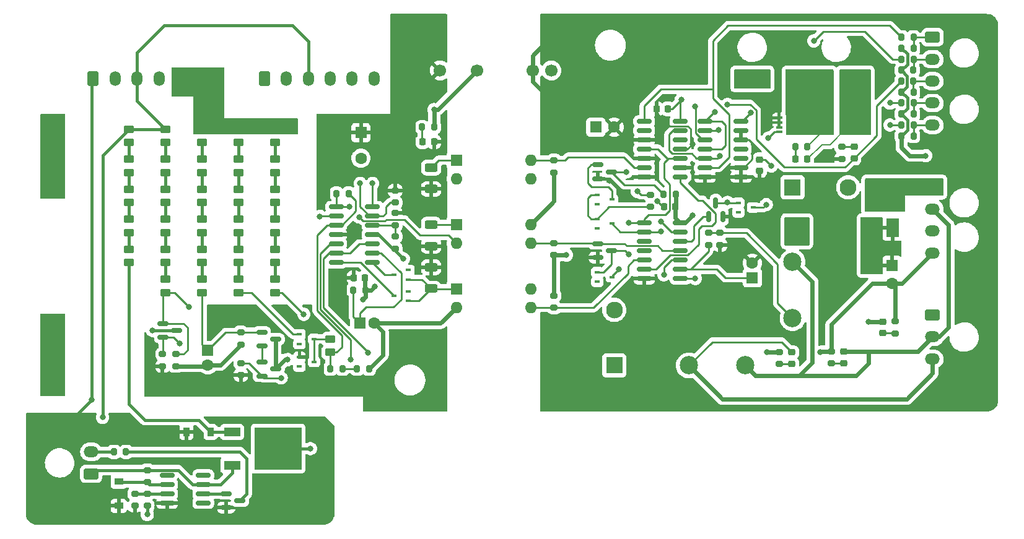
<source format=gtl>
%TF.GenerationSoftware,KiCad,Pcbnew,(6.0.5)*%
%TF.CreationDate,2022-06-14T16:38:24+01:00*%
%TF.ProjectId,precharge,70726563-6861-4726-9765-2e6b69636164,rev?*%
%TF.SameCoordinates,Original*%
%TF.FileFunction,Copper,L1,Top*%
%TF.FilePolarity,Positive*%
%FSLAX46Y46*%
G04 Gerber Fmt 4.6, Leading zero omitted, Abs format (unit mm)*
G04 Created by KiCad (PCBNEW (6.0.5)) date 2022-06-14 16:38:24*
%MOMM*%
%LPD*%
G01*
G04 APERTURE LIST*
G04 Aperture macros list*
%AMRoundRect*
0 Rectangle with rounded corners*
0 $1 Rounding radius*
0 $2 $3 $4 $5 $6 $7 $8 $9 X,Y pos of 4 corners*
0 Add a 4 corners polygon primitive as box body*
4,1,4,$2,$3,$4,$5,$6,$7,$8,$9,$2,$3,0*
0 Add four circle primitives for the rounded corners*
1,1,$1+$1,$2,$3*
1,1,$1+$1,$4,$5*
1,1,$1+$1,$6,$7*
1,1,$1+$1,$8,$9*
0 Add four rect primitives between the rounded corners*
20,1,$1+$1,$2,$3,$4,$5,0*
20,1,$1+$1,$4,$5,$6,$7,0*
20,1,$1+$1,$6,$7,$8,$9,0*
20,1,$1+$1,$8,$9,$2,$3,0*%
%AMFreePoly0*
4,1,21,1.545000,0.775000,0.925000,0.775000,0.925000,0.525000,1.545000,0.525000,1.545000,0.125000,0.925000,0.125000,0.925000,-0.125000,1.545000,-0.125000,1.545000,-0.525000,0.925000,-0.525000,0.925000,-0.775000,1.545000,-0.775000,1.545000,-1.175000,0.925000,-1.175000,0.925000,-1.125000,-0.925000,-1.125000,-0.925000,1.125000,0.925000,1.125000,0.925000,1.175000,1.545000,1.175000,
1.545000,0.775000,1.545000,0.775000,$1*%
G04 Aperture macros list end*
%TA.AperFunction,ComponentPad*%
%ADD10C,1.700000*%
%TD*%
%TA.AperFunction,SMDPad,CuDef*%
%ADD11RoundRect,0.200000X-0.200000X-0.275000X0.200000X-0.275000X0.200000X0.275000X-0.200000X0.275000X0*%
%TD*%
%TA.AperFunction,SMDPad,CuDef*%
%ADD12RoundRect,0.150000X-0.587500X-0.150000X0.587500X-0.150000X0.587500X0.150000X-0.587500X0.150000X0*%
%TD*%
%TA.AperFunction,SMDPad,CuDef*%
%ADD13R,0.700000X0.450000*%
%TD*%
%TA.AperFunction,SMDPad,CuDef*%
%ADD14RoundRect,0.200000X-0.275000X0.200000X-0.275000X-0.200000X0.275000X-0.200000X0.275000X0.200000X0*%
%TD*%
%TA.AperFunction,SMDPad,CuDef*%
%ADD15RoundRect,0.225000X0.225000X0.250000X-0.225000X0.250000X-0.225000X-0.250000X0.225000X-0.250000X0*%
%TD*%
%TA.AperFunction,ComponentPad*%
%ADD16O,1.500000X2.020000*%
%TD*%
%TA.AperFunction,ComponentPad*%
%ADD17RoundRect,0.250001X-0.499999X-0.759999X0.499999X-0.759999X0.499999X0.759999X-0.499999X0.759999X0*%
%TD*%
%TA.AperFunction,SMDPad,CuDef*%
%ADD18RoundRect,0.250000X0.625000X-0.312500X0.625000X0.312500X-0.625000X0.312500X-0.625000X-0.312500X0*%
%TD*%
%TA.AperFunction,SMDPad,CuDef*%
%ADD19RoundRect,0.150000X0.150000X-0.587500X0.150000X0.587500X-0.150000X0.587500X-0.150000X-0.587500X0*%
%TD*%
%TA.AperFunction,SMDPad,CuDef*%
%ADD20RoundRect,0.250000X-0.450000X0.262500X-0.450000X-0.262500X0.450000X-0.262500X0.450000X0.262500X0*%
%TD*%
%TA.AperFunction,ComponentPad*%
%ADD21O,2.020000X1.500000*%
%TD*%
%TA.AperFunction,ComponentPad*%
%ADD22RoundRect,0.250001X-0.759999X0.499999X-0.759999X-0.499999X0.759999X-0.499999X0.759999X0.499999X0*%
%TD*%
%TA.AperFunction,ComponentPad*%
%ADD23R,1.600000X1.600000*%
%TD*%
%TA.AperFunction,ComponentPad*%
%ADD24C,1.600000*%
%TD*%
%TA.AperFunction,SMDPad,CuDef*%
%ADD25FreePoly0,0.000000*%
%TD*%
%TA.AperFunction,SMDPad,CuDef*%
%ADD26R,0.830000X0.400000*%
%TD*%
%TA.AperFunction,SMDPad,CuDef*%
%ADD27RoundRect,0.250000X0.450000X-0.262500X0.450000X0.262500X-0.450000X0.262500X-0.450000X-0.262500X0*%
%TD*%
%TA.AperFunction,SMDPad,CuDef*%
%ADD28RoundRect,0.150000X-0.825000X-0.150000X0.825000X-0.150000X0.825000X0.150000X-0.825000X0.150000X0*%
%TD*%
%TA.AperFunction,SMDPad,CuDef*%
%ADD29RoundRect,0.200000X0.275000X-0.200000X0.275000X0.200000X-0.275000X0.200000X-0.275000X-0.200000X0*%
%TD*%
%TA.AperFunction,SMDPad,CuDef*%
%ADD30RoundRect,0.225000X-0.225000X-0.250000X0.225000X-0.250000X0.225000X0.250000X-0.225000X0.250000X0*%
%TD*%
%TA.AperFunction,SMDPad,CuDef*%
%ADD31RoundRect,0.200000X0.200000X0.275000X-0.200000X0.275000X-0.200000X-0.275000X0.200000X-0.275000X0*%
%TD*%
%TA.AperFunction,SMDPad,CuDef*%
%ADD32R,2.500000X1.800000*%
%TD*%
%TA.AperFunction,ComponentPad*%
%ADD33R,2.300000X2.300000*%
%TD*%
%TA.AperFunction,ComponentPad*%
%ADD34C,2.500000*%
%TD*%
%TA.AperFunction,ComponentPad*%
%ADD35C,2.300000*%
%TD*%
%TA.AperFunction,ComponentPad*%
%ADD36C,2.800000*%
%TD*%
%TA.AperFunction,SMDPad,CuDef*%
%ADD37RoundRect,0.250000X-0.625000X0.312500X-0.625000X-0.312500X0.625000X-0.312500X0.625000X0.312500X0*%
%TD*%
%TA.AperFunction,SMDPad,CuDef*%
%ADD38R,1.800000X2.500000*%
%TD*%
%TA.AperFunction,SMDPad,CuDef*%
%ADD39RoundRect,0.218750X-0.218750X-0.256250X0.218750X-0.256250X0.218750X0.256250X-0.218750X0.256250X0*%
%TD*%
%TA.AperFunction,SMDPad,CuDef*%
%ADD40RoundRect,0.225000X-0.250000X0.225000X-0.250000X-0.225000X0.250000X-0.225000X0.250000X0.225000X0*%
%TD*%
%TA.AperFunction,SMDPad,CuDef*%
%ADD41RoundRect,0.218750X0.256250X-0.218750X0.256250X0.218750X-0.256250X0.218750X-0.256250X-0.218750X0*%
%TD*%
%TA.AperFunction,ComponentPad*%
%ADD42RoundRect,0.250001X0.759999X-0.499999X0.759999X0.499999X-0.759999X0.499999X-0.759999X-0.499999X0*%
%TD*%
%TA.AperFunction,ComponentPad*%
%ADD43O,1.600000X1.600000*%
%TD*%
%TA.AperFunction,SMDPad,CuDef*%
%ADD44R,0.900000X1.200000*%
%TD*%
%TA.AperFunction,SMDPad,CuDef*%
%ADD45R,1.200000X0.900000*%
%TD*%
%TA.AperFunction,SMDPad,CuDef*%
%ADD46R,2.200000X1.200000*%
%TD*%
%TA.AperFunction,SMDPad,CuDef*%
%ADD47R,6.400000X5.800000*%
%TD*%
%TA.AperFunction,SMDPad,CuDef*%
%ADD48RoundRect,0.218750X-0.256250X0.218750X-0.256250X-0.218750X0.256250X-0.218750X0.256250X0.218750X0*%
%TD*%
%TA.AperFunction,ViaPad*%
%ADD49C,0.800000*%
%TD*%
%TA.AperFunction,Conductor*%
%ADD50C,0.250000*%
%TD*%
%TA.AperFunction,Conductor*%
%ADD51C,0.600000*%
%TD*%
%TA.AperFunction,Conductor*%
%ADD52C,0.400000*%
%TD*%
%TA.AperFunction,Conductor*%
%ADD53C,0.200000*%
%TD*%
G04 APERTURE END LIST*
D10*
X192420000Y-84650000D03*
X189880000Y-84650000D03*
X182260000Y-84650000D03*
X177180000Y-84650000D03*
D11*
X240275000Y-93600000D03*
X241925000Y-93600000D03*
D12*
X139362500Y-119250000D03*
X139362500Y-121150000D03*
X141237500Y-120200000D03*
D13*
X158000000Y-123850000D03*
X158000000Y-125150000D03*
X160000000Y-124500000D03*
D11*
X174775000Y-92400000D03*
X176425000Y-92400000D03*
D14*
X215500000Y-106875000D03*
X215500000Y-108525000D03*
D15*
X208375000Y-89900000D03*
X206825000Y-89900000D03*
D16*
X232875000Y-85800000D03*
D17*
X229875000Y-85800000D03*
D11*
X240250000Y-84600000D03*
X241900000Y-84600000D03*
D15*
X209375000Y-103300000D03*
X207825000Y-103300000D03*
D18*
X176000000Y-114500000D03*
X176000000Y-111575000D03*
D19*
X213950000Y-104637500D03*
X215850000Y-104637500D03*
X214900000Y-102762500D03*
D20*
X149700000Y-109087500D03*
X149700000Y-110912500D03*
X144700000Y-100887500D03*
X144700000Y-102712500D03*
D11*
X240275000Y-80100000D03*
X241925000Y-80100000D03*
D21*
X244530000Y-92100000D03*
X244530000Y-89100000D03*
X244530000Y-86100000D03*
X244530000Y-83100000D03*
D22*
X244530000Y-80100000D03*
D23*
X166400000Y-93147349D03*
D24*
X166400000Y-96647349D03*
D12*
X148000000Y-142560000D03*
X148000000Y-144460000D03*
X149875000Y-143510000D03*
D14*
X171090000Y-107370000D03*
X171090000Y-109020000D03*
D20*
X162200000Y-121387500D03*
X162200000Y-123212500D03*
D14*
X137200000Y-142560000D03*
X137200000Y-144210000D03*
D25*
X225500000Y-92100000D03*
D26*
X223560000Y-93075000D03*
X223560000Y-92425000D03*
X223560000Y-91775000D03*
X223560000Y-91125000D03*
D27*
X154700000Y-98612500D03*
X154700000Y-96787500D03*
D28*
X205125000Y-91590000D03*
X205125000Y-92860000D03*
X205125000Y-94130000D03*
X205125000Y-95400000D03*
X205125000Y-96670000D03*
X205125000Y-97940000D03*
X205125000Y-99210000D03*
X210075000Y-99210000D03*
X210075000Y-97940000D03*
X210075000Y-96670000D03*
X210075000Y-95400000D03*
X210075000Y-94130000D03*
X210075000Y-92860000D03*
X210075000Y-91590000D03*
D13*
X198700000Y-112250000D03*
X198700000Y-113550000D03*
X200700000Y-112900000D03*
D29*
X150000000Y-126325000D03*
X150000000Y-124675000D03*
D28*
X210075000Y-105490000D03*
X210075000Y-106760000D03*
X210075000Y-108030000D03*
X210075000Y-109300000D03*
X210075000Y-110570000D03*
X210075000Y-111840000D03*
X210075000Y-113110000D03*
X205125000Y-113110000D03*
X205125000Y-111840000D03*
X205125000Y-110570000D03*
X205125000Y-109300000D03*
X205125000Y-108030000D03*
X205125000Y-106760000D03*
X205125000Y-105490000D03*
D30*
X165425000Y-113000000D03*
X166975000Y-113000000D03*
D18*
X176000000Y-108662500D03*
X176000000Y-105737500D03*
D31*
X209425000Y-101600000D03*
X207775000Y-101600000D03*
D11*
X165875000Y-125450000D03*
X167525000Y-125450000D03*
D20*
X139700000Y-100887500D03*
X139700000Y-102712500D03*
D29*
X230700000Y-124725000D03*
X230700000Y-123075000D03*
D11*
X162225000Y-125450000D03*
X163875000Y-125450000D03*
D12*
X198762500Y-97550000D03*
X198762500Y-99450000D03*
X200637500Y-98500000D03*
D23*
X219900000Y-113000000D03*
D24*
X219900000Y-111000000D03*
D32*
X233375000Y-92400000D03*
X229375000Y-92400000D03*
D11*
X165375000Y-114700000D03*
X167025000Y-114700000D03*
D27*
X154700000Y-106812500D03*
X154700000Y-104987500D03*
X134700000Y-102712500D03*
X134700000Y-100887500D03*
D28*
X163025000Y-103290000D03*
X163025000Y-104560000D03*
X163025000Y-105830000D03*
X163025000Y-107100000D03*
X163025000Y-108370000D03*
X163025000Y-109640000D03*
X163025000Y-110910000D03*
X167975000Y-110910000D03*
X167975000Y-109640000D03*
X167975000Y-108370000D03*
X167975000Y-107100000D03*
X167975000Y-105830000D03*
X167975000Y-104560000D03*
X167975000Y-103290000D03*
D23*
X239000000Y-111300000D03*
D24*
X239000000Y-113800000D03*
D12*
X152862500Y-120450000D03*
X152862500Y-122350000D03*
X154737500Y-121400000D03*
D29*
X213900000Y-108525000D03*
X213900000Y-106875000D03*
D33*
X225400000Y-100625000D03*
D34*
X225400000Y-110825000D03*
X225400000Y-118525000D03*
D35*
X233000000Y-100625000D03*
D11*
X240275000Y-87600000D03*
X241925000Y-87600000D03*
D20*
X154700000Y-92687500D03*
X154700000Y-94512500D03*
D36*
X124300000Y-127385000D03*
X124300000Y-119785000D03*
X124300000Y-100085000D03*
X124300000Y-92485000D03*
D29*
X139300000Y-125100000D03*
X139300000Y-123450000D03*
D27*
X139700000Y-106812500D03*
X139700000Y-104987500D03*
D13*
X218000000Y-102750000D03*
X218000000Y-104050000D03*
X220000000Y-103400000D03*
D21*
X244530000Y-109600000D03*
X244530000Y-106600000D03*
X244530000Y-103600000D03*
D22*
X244530000Y-100600000D03*
D37*
X176000000Y-97937500D03*
X176000000Y-100862500D03*
D14*
X150000000Y-120475000D03*
X150000000Y-122125000D03*
D33*
X201025000Y-125000000D03*
D34*
X211225000Y-125000000D03*
X218925000Y-125000000D03*
D35*
X201025000Y-117400000D03*
D11*
X240275000Y-90600000D03*
X241925000Y-90600000D03*
D13*
X172900000Y-116150000D03*
X172900000Y-114850000D03*
X170900000Y-115500000D03*
D38*
X239100000Y-106200000D03*
X239100000Y-102200000D03*
D23*
X198517621Y-92400000D03*
D24*
X201017621Y-92400000D03*
D20*
X139700000Y-109087500D03*
X139700000Y-110912500D03*
D12*
X198762500Y-108350000D03*
X198762500Y-110250000D03*
X200637500Y-109300000D03*
D13*
X158000000Y-120750000D03*
X158000000Y-122050000D03*
X160000000Y-121400000D03*
D14*
X141100000Y-123450000D03*
X141100000Y-125100000D03*
D27*
X139700000Y-115012500D03*
X139700000Y-113187500D03*
D20*
X134700000Y-104987500D03*
X134700000Y-106812500D03*
D23*
X145462500Y-122944888D03*
D24*
X145462500Y-124944888D03*
D27*
X149700000Y-106812500D03*
X149700000Y-104987500D03*
D39*
X174812500Y-94400000D03*
X176387500Y-94400000D03*
D11*
X240275000Y-92100000D03*
X241925000Y-92100000D03*
D20*
X144700000Y-109087500D03*
X144700000Y-110912500D03*
X154700000Y-100887500D03*
X154700000Y-102712500D03*
D14*
X206000000Y-101675000D03*
X206000000Y-103325000D03*
D27*
X134700000Y-109087500D03*
X134700000Y-110912500D03*
D28*
X213425000Y-91590000D03*
X213425000Y-92860000D03*
X213425000Y-94130000D03*
X213425000Y-95400000D03*
X213425000Y-96670000D03*
X213425000Y-97940000D03*
X213425000Y-99210000D03*
X218375000Y-99210000D03*
X218375000Y-97940000D03*
X218375000Y-96670000D03*
X218375000Y-95400000D03*
X218375000Y-94130000D03*
X218375000Y-92860000D03*
X218375000Y-91590000D03*
D12*
X152862500Y-124550000D03*
X152862500Y-126450000D03*
X154737500Y-125500000D03*
D40*
X220900000Y-96825000D03*
X220900000Y-98375000D03*
D11*
X240250000Y-86100000D03*
X241900000Y-86100000D03*
D20*
X149700000Y-100887500D03*
X149700000Y-102712500D03*
D11*
X240275000Y-83100000D03*
X241925000Y-83100000D03*
D23*
X166244888Y-119200000D03*
D24*
X168244888Y-119200000D03*
D27*
X154700000Y-115012500D03*
X154700000Y-113187500D03*
D31*
X164725000Y-101500000D03*
X163075000Y-101500000D03*
D11*
X240275000Y-81600000D03*
X241925000Y-81600000D03*
D41*
X232400000Y-124687500D03*
X232400000Y-123112500D03*
D13*
X198700000Y-101650000D03*
X198700000Y-102950000D03*
X200700000Y-102300000D03*
X172900000Y-113250000D03*
X172900000Y-111950000D03*
X170900000Y-112600000D03*
D29*
X137200000Y-139335000D03*
X137200000Y-140985000D03*
D14*
X171090000Y-101070000D03*
X171090000Y-102720000D03*
D16*
X221375000Y-85800000D03*
D17*
X218375000Y-85800000D03*
D27*
X139700000Y-98612500D03*
X139700000Y-96787500D03*
D21*
X129545000Y-136825000D03*
D42*
X129545000Y-139825000D03*
D31*
X134300000Y-136825000D03*
X132650000Y-136825000D03*
D23*
X179450000Y-105725000D03*
D43*
X179450000Y-108265000D03*
X189610000Y-108265000D03*
X189610000Y-105725000D03*
D20*
X149700000Y-92687500D03*
X149700000Y-94512500D03*
X154700000Y-109087500D03*
X154700000Y-110912500D03*
D16*
X168200000Y-85770000D03*
X165200000Y-85770000D03*
X162200000Y-85770000D03*
X159200000Y-85770000D03*
X156200000Y-85770000D03*
D17*
X153200000Y-85770000D03*
D14*
X171090000Y-104170000D03*
X171090000Y-105820000D03*
D29*
X192800000Y-98590000D03*
X192800000Y-96940000D03*
D39*
X225812500Y-96800000D03*
X227387500Y-96800000D03*
D29*
X239400000Y-120625000D03*
X239400000Y-118975000D03*
D20*
X144700000Y-92687500D03*
X144700000Y-94512500D03*
X134700000Y-96787500D03*
X134700000Y-98612500D03*
D21*
X244530000Y-124100000D03*
X244530000Y-121100000D03*
D22*
X244530000Y-118100000D03*
D28*
X144850000Y-140020000D03*
X144850000Y-141290000D03*
X144850000Y-142560000D03*
X144850000Y-143830000D03*
X139900000Y-143830000D03*
X139900000Y-142560000D03*
X139900000Y-141290000D03*
X139900000Y-140020000D03*
D23*
X179450000Y-96925000D03*
D43*
X179450000Y-99465000D03*
X189610000Y-99465000D03*
X189610000Y-96925000D03*
D27*
X144700000Y-106812500D03*
X144700000Y-104987500D03*
D44*
X142550000Y-134100000D03*
X145850000Y-134100000D03*
D20*
X139700000Y-92687500D03*
X139700000Y-94512500D03*
D29*
X135500000Y-144210000D03*
X135500000Y-142560000D03*
D27*
X149700000Y-98612500D03*
X149700000Y-96787500D03*
D45*
X133300000Y-144210000D03*
X133300000Y-140910000D03*
D14*
X232100000Y-95075000D03*
X232100000Y-96725000D03*
D41*
X237700000Y-120587500D03*
X237700000Y-119012500D03*
D27*
X149700000Y-115012500D03*
X149700000Y-113187500D03*
D41*
X225300000Y-124787500D03*
X225300000Y-123212500D03*
D27*
X144700000Y-98612500D03*
X144700000Y-96787500D03*
D13*
X198700000Y-104950000D03*
X198700000Y-106250000D03*
X200700000Y-105600000D03*
D23*
X179450000Y-114525000D03*
D43*
X179450000Y-117065000D03*
X189610000Y-117065000D03*
X189610000Y-114525000D03*
D27*
X144700000Y-115012500D03*
X144700000Y-113187500D03*
D16*
X144800000Y-85770000D03*
X141800000Y-85770000D03*
X138800000Y-85770000D03*
X135800000Y-85770000D03*
X132800000Y-85770000D03*
D17*
X129800000Y-85770000D03*
D46*
X148800000Y-138660000D03*
D47*
X155100000Y-136380000D03*
D46*
X148800000Y-134100000D03*
D14*
X192800000Y-108275000D03*
X192800000Y-109925000D03*
D29*
X192800000Y-117100000D03*
X192800000Y-115450000D03*
D48*
X233800000Y-95112500D03*
X233800000Y-96687500D03*
D11*
X225775000Y-95100000D03*
X227425000Y-95100000D03*
D27*
X134700000Y-94512500D03*
X134700000Y-92687500D03*
D29*
X223600000Y-124825000D03*
X223600000Y-123175000D03*
D11*
X240275000Y-89100000D03*
X241925000Y-89100000D03*
D49*
X176400000Y-90000000D03*
X158600000Y-118000000D03*
X243600000Y-96300000D03*
X221900000Y-123200000D03*
X194500000Y-109900000D03*
X229200000Y-123200000D03*
X221800000Y-103000000D03*
X226000000Y-108100000D03*
X219700000Y-90400000D03*
X235700000Y-108400000D03*
X211700000Y-104500000D03*
X227200000Y-105200000D03*
X236300000Y-107100000D03*
X224800000Y-108100000D03*
X239000000Y-109100000D03*
X224800000Y-105200000D03*
X201700000Y-111800000D03*
X235700000Y-111300000D03*
X237100000Y-108400000D03*
X222500000Y-97700000D03*
X237100000Y-111300000D03*
X227200000Y-108100000D03*
X226000000Y-105200000D03*
X235700000Y-109900000D03*
X237100000Y-109900000D03*
X210197515Y-88624500D03*
X156800000Y-92400000D03*
X235800000Y-119000000D03*
X236500000Y-101900000D03*
X236500000Y-100600000D03*
X236500000Y-103200000D03*
X216500000Y-102700000D03*
X203000000Y-109800000D03*
X168300000Y-114200000D03*
X137900000Y-120200000D03*
X166700000Y-116000000D03*
X156400000Y-124200000D03*
X172200000Y-110400000D03*
X216500000Y-89300000D03*
X214800000Y-90300000D03*
X129600000Y-129700000D03*
X140800000Y-134080000D03*
X131100000Y-132100000D03*
X137200000Y-145380000D03*
X159500000Y-136380000D03*
X177600000Y-104200000D03*
X163200000Y-98900000D03*
X177600000Y-110100000D03*
X176000000Y-110100000D03*
X174400000Y-110100000D03*
X174400000Y-104200000D03*
X174400000Y-102700000D03*
X165400000Y-107400000D03*
X173500000Y-121600000D03*
X173500000Y-120600000D03*
X172500000Y-121600000D03*
X177600000Y-102700000D03*
X172500000Y-122600000D03*
X162700000Y-116100000D03*
X173500000Y-122600000D03*
X176000000Y-102700000D03*
X164000000Y-116100000D03*
X228300000Y-80600000D03*
X215500000Y-96300000D03*
X222100000Y-93900000D03*
X207800000Y-112600000D03*
X238700000Y-89100000D03*
X207400000Y-106700000D03*
X238700000Y-92100000D03*
X194900000Y-115600000D03*
X221900000Y-92000000D03*
X230400000Y-96500000D03*
X197300000Y-118500000D03*
X215600000Y-99300000D03*
X229400000Y-99000000D03*
X200400000Y-99700000D03*
X197300000Y-115600000D03*
X216400000Y-98500000D03*
X194900000Y-118500000D03*
X206900000Y-102500000D03*
X196100000Y-118500000D03*
X208300000Y-88400000D03*
X196100000Y-115600000D03*
X211700000Y-94700000D03*
X155500000Y-126700000D03*
X165000000Y-124200000D03*
X142900000Y-117000000D03*
X160800000Y-104600000D03*
X141600000Y-122000000D03*
X167400000Y-123300000D03*
X166200000Y-104700000D03*
X164800000Y-103300000D03*
X212100000Y-113100000D03*
X203000000Y-105500000D03*
X207400000Y-105300000D03*
X212099020Y-89599032D03*
X202700000Y-98500000D03*
X215300000Y-92800000D03*
X204200000Y-101200000D03*
X168000000Y-100100000D03*
X166300000Y-100100000D03*
D50*
X192800000Y-108275000D02*
X192790000Y-108265000D01*
X192790000Y-108265000D02*
X189610000Y-108265000D01*
X192800000Y-96940000D02*
X192785000Y-96925000D01*
X192785000Y-96925000D02*
X189610000Y-96925000D01*
D51*
X189880000Y-84650000D02*
X189880000Y-86180000D01*
X189880000Y-86180000D02*
X191700000Y-88000000D01*
X189880000Y-84650000D02*
X189880000Y-82620000D01*
X189880000Y-82620000D02*
X191700000Y-80800000D01*
X176400000Y-90000000D02*
X176910000Y-90000000D01*
X176910000Y-90000000D02*
X182260000Y-84650000D01*
X176425000Y-92400000D02*
X176425000Y-90025000D01*
X176425000Y-90025000D02*
X176400000Y-90000000D01*
D50*
X167975000Y-109640000D02*
X169164022Y-109640000D01*
X170849022Y-117000000D02*
X167100000Y-117000000D01*
X171900000Y-112375978D02*
X171900000Y-115949022D01*
X169164022Y-109640000D02*
X171900000Y-112375978D01*
X154700000Y-115012500D02*
X155612500Y-115012500D01*
X171900000Y-115949022D02*
X170849022Y-117000000D01*
X166244888Y-117855112D02*
X166244888Y-119200000D01*
X165375000Y-114700000D02*
X165375000Y-118330112D01*
X165375000Y-118330112D02*
X166244888Y-119200000D01*
X167100000Y-117000000D02*
X166244888Y-117855112D01*
X155612500Y-115012500D02*
X158600000Y-118000000D01*
D51*
X230700000Y-123075000D02*
X229325000Y-123075000D01*
D52*
X240275000Y-81600000D02*
X241074520Y-82399520D01*
D51*
X239000000Y-113800000D02*
X236300000Y-113800000D01*
D52*
X241074520Y-89800480D02*
X240275000Y-90600000D01*
D51*
X230700000Y-119400000D02*
X230700000Y-123075000D01*
X223600000Y-123175000D02*
X221925000Y-123175000D01*
X221925000Y-123175000D02*
X221900000Y-123200000D01*
X243600000Y-96300000D02*
X241400000Y-96300000D01*
X229325000Y-123075000D02*
X229200000Y-123200000D01*
X241400000Y-96300000D02*
X240275000Y-95175000D01*
D52*
X241049520Y-86825480D02*
X240275000Y-87600000D01*
X241074520Y-82399520D02*
X241074520Y-83775480D01*
X240275000Y-90600000D02*
X241074520Y-91399520D01*
X241074520Y-88399520D02*
X241074520Y-89800480D01*
X241049520Y-85399520D02*
X241049520Y-86825480D01*
X241074520Y-91399520D02*
X241074520Y-92800480D01*
X240250000Y-84600000D02*
X241049520Y-85399520D01*
X241074520Y-92800480D02*
X240275000Y-93600000D01*
D51*
X192800000Y-109925000D02*
X192800000Y-115450000D01*
X192800000Y-109925000D02*
X194475000Y-109925000D01*
X244530000Y-109600000D02*
X240330000Y-113800000D01*
X240275000Y-95175000D02*
X240275000Y-93600000D01*
X236300000Y-113800000D02*
X230700000Y-119400000D01*
X194475000Y-109925000D02*
X194500000Y-109900000D01*
X239000000Y-113800000D02*
X239400000Y-114200000D01*
X240330000Y-113800000D02*
X239000000Y-113800000D01*
D52*
X241074520Y-83775480D02*
X240250000Y-84600000D01*
D51*
X239400000Y-114200000D02*
X239400000Y-118975000D01*
D52*
X240275000Y-87600000D02*
X241074520Y-88399520D01*
D50*
X200700000Y-112900000D02*
X200700000Y-112800000D01*
X210075000Y-91590000D02*
X210075000Y-88747015D01*
X208922015Y-89900000D02*
X210197515Y-88624500D01*
D51*
X209375000Y-103300000D02*
X209375000Y-104790000D01*
X210075000Y-105490000D02*
X210710000Y-105490000D01*
D50*
X220900000Y-96825000D02*
X221625000Y-96825000D01*
X200700000Y-112800000D02*
X201700000Y-111800000D01*
X221625000Y-96825000D02*
X222500000Y-97700000D01*
X220000000Y-103400000D02*
X221400000Y-103400000D01*
X221400000Y-103400000D02*
X221800000Y-103000000D01*
D51*
X192800000Y-102535000D02*
X189610000Y-105725000D01*
X209425000Y-101600000D02*
X209425000Y-103250000D01*
D50*
X208375000Y-89900000D02*
X208922015Y-89900000D01*
D51*
X209375000Y-104790000D02*
X210075000Y-105490000D01*
D50*
X218375000Y-91590000D02*
X218510000Y-91590000D01*
D51*
X210710000Y-105490000D02*
X211700000Y-104500000D01*
D50*
X210075000Y-88747015D02*
X210197515Y-88624500D01*
D51*
X192800000Y-98590000D02*
X192800000Y-102535000D01*
D50*
X218510000Y-91590000D02*
X219700000Y-90400000D01*
D51*
X209425000Y-103250000D02*
X209375000Y-103300000D01*
D50*
X223345150Y-116470150D02*
X225400000Y-118525000D01*
X213900000Y-106875000D02*
X215500000Y-106875000D01*
D51*
X235812500Y-119012500D02*
X235800000Y-119000000D01*
X237700000Y-119012500D02*
X235812500Y-119012500D01*
D50*
X219075000Y-106875000D02*
X223345150Y-111145150D01*
X215500000Y-106875000D02*
X219075000Y-106875000D01*
X223345150Y-111145150D02*
X223345150Y-116470150D01*
X160000000Y-124500000D02*
X160000000Y-121400000D01*
X162200000Y-121387500D02*
X160012500Y-121387500D01*
X160012500Y-121387500D02*
X160000000Y-121400000D01*
X157150000Y-120750000D02*
X158000000Y-120750000D01*
X149700000Y-115012500D02*
X151412500Y-115012500D01*
X151412500Y-115012500D02*
X157150000Y-120750000D01*
X172900000Y-113250000D02*
X174750000Y-113250000D01*
X176000000Y-114500000D02*
X176025000Y-114525000D01*
X176025000Y-114525000D02*
X179450000Y-114525000D01*
X172900000Y-116150000D02*
X174350000Y-116150000D01*
X174750000Y-113250000D02*
X176000000Y-114500000D01*
X174350000Y-116150000D02*
X176000000Y-114500000D01*
X166310000Y-110910000D02*
X163025000Y-110910000D01*
X170900000Y-115500000D02*
X166310000Y-110910000D01*
X167975000Y-110910000D02*
X169665000Y-112600000D01*
X169665000Y-112600000D02*
X170900000Y-112600000D01*
X216437500Y-102762500D02*
X216500000Y-102700000D01*
X216550000Y-102750000D02*
X216500000Y-102700000D01*
X214900000Y-102762500D02*
X216437500Y-102762500D01*
X218000000Y-102750000D02*
X216550000Y-102750000D01*
X200637500Y-111162500D02*
X200637500Y-109300000D01*
X200637500Y-109300000D02*
X202500000Y-109300000D01*
X202500000Y-109300000D02*
X203000000Y-109800000D01*
X198700000Y-112250000D02*
X199550000Y-112250000D01*
X199550000Y-112250000D02*
X200637500Y-111162500D01*
D51*
X169400000Y-123575000D02*
X167525000Y-125450000D01*
X177315000Y-119200000D02*
X179450000Y-117065000D01*
X147180112Y-124944888D02*
X145462500Y-124944888D01*
X168244888Y-119200000D02*
X177315000Y-119200000D01*
X169400000Y-120355112D02*
X169400000Y-123575000D01*
X145307388Y-125100000D02*
X145462500Y-124944888D01*
X166975000Y-113000000D02*
X166975000Y-114650000D01*
X166975000Y-114650000D02*
X167025000Y-114700000D01*
X167025000Y-114700000D02*
X167800000Y-114700000D01*
D52*
X141237500Y-120200000D02*
X137900000Y-120200000D01*
D51*
X156037500Y-124200000D02*
X156400000Y-124200000D01*
D52*
X170720000Y-109020000D02*
X171090000Y-109020000D01*
X171090000Y-109020000D02*
X171090000Y-109290000D01*
D51*
X167025000Y-115675000D02*
X166700000Y-116000000D01*
D52*
X171090000Y-109290000D02*
X172200000Y-110400000D01*
D51*
X154737500Y-125500000D02*
X156037500Y-124200000D01*
X141100000Y-125100000D02*
X145307388Y-125100000D01*
D52*
X168800000Y-107100000D02*
X170720000Y-109020000D01*
D51*
X167800000Y-114700000D02*
X168300000Y-114200000D01*
X150000000Y-122125000D02*
X147180112Y-124944888D01*
X168244888Y-119200000D02*
X169400000Y-120355112D01*
X154737500Y-121400000D02*
X154737500Y-125500000D01*
D52*
X167975000Y-107100000D02*
X168800000Y-107100000D01*
D51*
X167025000Y-114700000D02*
X167025000Y-115675000D01*
D53*
X229375000Y-93150000D02*
X229375000Y-92400000D01*
X227425000Y-95100000D02*
X229375000Y-93150000D01*
X227387500Y-96800000D02*
X229387500Y-94800000D01*
X230500000Y-94800000D02*
X232900000Y-92400000D01*
X229387500Y-94800000D02*
X230500000Y-94800000D01*
X232900000Y-92400000D02*
X233375000Y-92400000D01*
D50*
X225775000Y-96762500D02*
X225812500Y-96800000D01*
X225775000Y-95100000D02*
X225775000Y-96762500D01*
X225300000Y-124787500D02*
X223637500Y-124787500D01*
X223637500Y-124787500D02*
X223600000Y-124825000D01*
X211225000Y-125000000D02*
X214425000Y-121800000D01*
X223887500Y-121800000D02*
X225300000Y-123212500D01*
D51*
X215825000Y-129600000D02*
X211225000Y-125000000D01*
X244530000Y-124100000D02*
X244530000Y-126070000D01*
X244530000Y-126070000D02*
X241000000Y-129600000D01*
X241000000Y-129600000D02*
X215825000Y-129600000D01*
D50*
X214425000Y-121800000D02*
X223887500Y-121800000D01*
X230700000Y-124725000D02*
X232362500Y-124725000D01*
X232362500Y-124725000D02*
X232400000Y-124687500D01*
D51*
X242517500Y-123112500D02*
X244530000Y-121100000D01*
X235812500Y-124687500D02*
X235812500Y-123112500D01*
X235812500Y-123112500D02*
X242517500Y-123112500D01*
X228100000Y-124600000D02*
X226300000Y-126400000D01*
X246700000Y-105770000D02*
X246700000Y-119800000D01*
X220325000Y-126400000D02*
X218925000Y-125000000D01*
X246700000Y-119800000D02*
X245400000Y-121100000D01*
X226300000Y-126400000D02*
X220325000Y-126400000D01*
X228100000Y-119600000D02*
X228100000Y-124600000D01*
X225400000Y-110825000D02*
X228100000Y-113525000D01*
X226300000Y-126400000D02*
X234100000Y-126400000D01*
X244530000Y-103600000D02*
X246700000Y-105770000D01*
X234100000Y-126400000D02*
X235812500Y-124687500D01*
X228100000Y-113525000D02*
X228100000Y-119600000D01*
X232400000Y-123112500D02*
X235812500Y-123112500D01*
X245400000Y-121100000D02*
X244530000Y-121100000D01*
D50*
X237700000Y-120587500D02*
X239362500Y-120587500D01*
X239362500Y-120587500D02*
X239400000Y-120625000D01*
X174775000Y-94362500D02*
X174812500Y-94400000D01*
X174775000Y-92400000D02*
X174775000Y-94362500D01*
X233800000Y-95112500D02*
X232137500Y-95112500D01*
X232137500Y-95112500D02*
X232100000Y-95075000D01*
X214715000Y-90300000D02*
X213425000Y-91590000D01*
X220424501Y-90099901D02*
X219624600Y-89300000D01*
X219624600Y-89300000D02*
X216500000Y-89300000D01*
X233800000Y-96687500D02*
X236900000Y-93587500D01*
X224300000Y-97900000D02*
X220424501Y-94024501D01*
X232587500Y-97900000D02*
X224300000Y-97900000D01*
X236900000Y-93587500D02*
X236900000Y-89450000D01*
X220424501Y-94024501D02*
X220424501Y-90099901D01*
X216200000Y-92100000D02*
X215690000Y-91590000D01*
X213425000Y-95400000D02*
X215700000Y-95400000D01*
X214800000Y-90300000D02*
X214715000Y-90300000D01*
X233800000Y-96687500D02*
X232587500Y-97900000D01*
X215700000Y-95400000D02*
X216200000Y-94900000D01*
X216200000Y-94900000D02*
X216200000Y-92100000D01*
X236900000Y-89450000D02*
X240250000Y-86100000D01*
X215690000Y-91590000D02*
X213425000Y-91590000D01*
D52*
X129600000Y-85970000D02*
X129800000Y-85770000D01*
X140820000Y-134100000D02*
X140800000Y-134080000D01*
X129600000Y-129700000D02*
X129600000Y-85970000D01*
X129600000Y-129700000D02*
X127100000Y-132200000D01*
X127100000Y-132200000D02*
X126300000Y-132200000D01*
X142550000Y-134100000D02*
X140820000Y-134100000D01*
X157000000Y-78500000D02*
X139500000Y-78500000D01*
X159200000Y-85770000D02*
X159200000Y-80700000D01*
X155100000Y-136380000D02*
X159500000Y-136380000D01*
X131100000Y-132100000D02*
X131100000Y-96287500D01*
X159200000Y-80700000D02*
X157000000Y-78500000D01*
X137200000Y-144210000D02*
X137200000Y-145380000D01*
X135800000Y-82200000D02*
X135800000Y-85770000D01*
X139500000Y-78500000D02*
X135800000Y-82200000D01*
X135800000Y-85770000D02*
X135800000Y-88787500D01*
X135800000Y-88787500D02*
X139700000Y-92687500D01*
X131100000Y-96287500D02*
X134700000Y-92687500D01*
X139700000Y-92687500D02*
X134700000Y-92687500D01*
D50*
X202300000Y-96500000D02*
X203740000Y-97940000D01*
X194300000Y-96940000D02*
X194740000Y-96500000D01*
X194740000Y-96500000D02*
X202300000Y-96500000D01*
X203740000Y-97940000D02*
X205125000Y-97940000D01*
X192800000Y-96940000D02*
X194300000Y-96940000D01*
X208924520Y-96024520D02*
X211624520Y-96024520D01*
X239100000Y-83100000D02*
X235300000Y-79300000D01*
X208500000Y-93400000D02*
X208500000Y-95600000D01*
X213425000Y-96670000D02*
X215130000Y-96670000D01*
X215130000Y-96670000D02*
X215500000Y-96300000D01*
X208500000Y-95600000D02*
X208924520Y-96024520D01*
X240275000Y-83100000D02*
X239100000Y-83100000D01*
X209040000Y-92860000D02*
X208500000Y-93400000D01*
X229600000Y-79300000D02*
X228300000Y-80600000D01*
X211624520Y-96024520D02*
X212270000Y-96670000D01*
X235300000Y-79300000D02*
X229600000Y-79300000D01*
X210075000Y-92860000D02*
X209040000Y-92860000D01*
X212270000Y-96670000D02*
X213425000Y-96670000D01*
X222925000Y-93075000D02*
X222100000Y-93900000D01*
X210075000Y-110570000D02*
X208830000Y-110570000D01*
X238700000Y-89100000D02*
X240275000Y-89100000D01*
X208830000Y-110570000D02*
X208200000Y-111200000D01*
X207800000Y-111600000D02*
X207800000Y-112600000D01*
X223560000Y-93075000D02*
X222925000Y-93075000D01*
X208200000Y-111200000D02*
X207800000Y-111600000D01*
X205125000Y-106760000D02*
X207340000Y-106760000D01*
X201860000Y-106760000D02*
X205125000Y-106760000D01*
X240275000Y-92100000D02*
X238700000Y-92100000D01*
X200700000Y-105600000D02*
X201860000Y-106760000D01*
X207340000Y-106760000D02*
X207400000Y-106700000D01*
X144700000Y-115012500D02*
X144700000Y-122182388D01*
X152862500Y-120450000D02*
X150025000Y-120450000D01*
X147932388Y-120475000D02*
X145462500Y-122944888D01*
X144700000Y-122182388D02*
X145462500Y-122944888D01*
X150025000Y-120450000D02*
X150000000Y-120475000D01*
X150000000Y-120475000D02*
X147932388Y-120475000D01*
X219900000Y-96791072D02*
X219900000Y-94600000D01*
X211500000Y-92638928D02*
X211096552Y-92235480D01*
X211700000Y-94700000D02*
X211500000Y-94500000D01*
X208635480Y-92235480D02*
X206825000Y-90425000D01*
X219430000Y-94130000D02*
X218375000Y-94130000D01*
X211096552Y-92235480D02*
X208635480Y-92235480D01*
X198762500Y-99450000D02*
X200150000Y-99450000D01*
X219900000Y-94600000D02*
X219430000Y-94130000D01*
X232112500Y-96962500D02*
X232075000Y-97000000D01*
X218751072Y-97940000D02*
X219900000Y-96791072D01*
X211000000Y-95400000D02*
X211700000Y-94700000D01*
X210900000Y-95400000D02*
X210075000Y-95400000D01*
X207700000Y-103300000D02*
X206900000Y-102500000D01*
X207825000Y-103300000D02*
X207700000Y-103300000D01*
X200150000Y-99450000D02*
X200400000Y-99700000D01*
X218375000Y-97940000D02*
X218751072Y-97940000D01*
X206825000Y-90425000D02*
X206825000Y-89900000D01*
X211500000Y-94500000D02*
X211500000Y-92638928D01*
X152862500Y-124550000D02*
X152862500Y-122350000D01*
X151087500Y-124675000D02*
X152862500Y-126450000D01*
X150000000Y-124675000D02*
X151087500Y-124675000D01*
X160850490Y-109749510D02*
X162230000Y-108370000D01*
X165000000Y-121464296D02*
X160850490Y-117314786D01*
X152862500Y-126450000D02*
X153112500Y-126700000D01*
X153112500Y-126700000D02*
X155500000Y-126700000D01*
X162230000Y-108370000D02*
X163025000Y-108370000D01*
X165000000Y-124200000D02*
X165000000Y-121464296D01*
X160850490Y-117314786D02*
X160850490Y-109749510D01*
X142700000Y-122900000D02*
X142150000Y-123450000D01*
X139362500Y-119250000D02*
X142150000Y-119250000D01*
X139700000Y-115012500D02*
X140912500Y-115012500D01*
X140912500Y-115012500D02*
X142900000Y-117000000D01*
X139700000Y-115012500D02*
X139362500Y-115350000D01*
X139362500Y-115350000D02*
X139362500Y-119250000D01*
X142150000Y-119250000D02*
X142700000Y-119800000D01*
X163025000Y-104560000D02*
X160840000Y-104560000D01*
X160840000Y-104560000D02*
X160800000Y-104600000D01*
X142150000Y-123450000D02*
X141100000Y-123450000D01*
X142700000Y-119800000D02*
X142700000Y-122900000D01*
X139362500Y-123387500D02*
X139300000Y-123450000D01*
X162014632Y-109640000D02*
X161300001Y-110354631D01*
X139362500Y-121150000D02*
X140750000Y-121150000D01*
X139362500Y-121150000D02*
X139362500Y-123387500D01*
X164910000Y-109640000D02*
X166180000Y-108370000D01*
X163025000Y-109640000D02*
X162014632Y-109640000D01*
X161300001Y-110354631D02*
X161300001Y-117064297D01*
X167400000Y-123164296D02*
X167400000Y-123300000D01*
X163025000Y-109640000D02*
X164910000Y-109640000D01*
X140750000Y-121150000D02*
X141600000Y-122000000D01*
X166180000Y-108370000D02*
X167975000Y-108370000D01*
X161300001Y-117064297D02*
X167400000Y-123164296D01*
X213162500Y-104637500D02*
X211900000Y-105900000D01*
X213950000Y-104637500D02*
X213162500Y-104637500D01*
X211570000Y-108030000D02*
X210075000Y-108030000D01*
X211900000Y-107700000D02*
X211570000Y-108030000D01*
X211900000Y-105900000D02*
X211900000Y-107700000D01*
X202440960Y-108350000D02*
X202745480Y-108654520D01*
X198687500Y-108275000D02*
X198762500Y-108350000D01*
X192800000Y-108275000D02*
X198687500Y-108275000D01*
X198762500Y-108350000D02*
X202440960Y-108350000D01*
X206954520Y-108654520D02*
X207600000Y-109300000D01*
X207600000Y-109300000D02*
X210075000Y-109300000D01*
X202745480Y-108654520D02*
X206954520Y-108654520D01*
X176000000Y-105737500D02*
X176012500Y-105725000D01*
X176012500Y-105725000D02*
X179450000Y-105725000D01*
X198200000Y-117100000D02*
X192800000Y-117100000D01*
X192765000Y-117065000D02*
X189610000Y-117065000D01*
X202900000Y-111400000D02*
X202900000Y-112400000D01*
X192800000Y-117100000D02*
X192765000Y-117065000D01*
X202900000Y-112400000D02*
X198200000Y-117100000D01*
X203730000Y-110570000D02*
X202900000Y-111400000D01*
X205125000Y-110570000D02*
X203730000Y-110570000D01*
D52*
X154700000Y-102712500D02*
X154700000Y-104987500D01*
X154700000Y-106812500D02*
X154700000Y-109087500D01*
X154700000Y-110912500D02*
X154700000Y-113187500D01*
X154700000Y-94512500D02*
X154700000Y-96787500D01*
X154700000Y-98612500D02*
X154700000Y-100887500D01*
X144700000Y-94512500D02*
X144700000Y-96787500D01*
D50*
X164725000Y-101500000D02*
X165700000Y-102475000D01*
X163087500Y-123212500D02*
X162200000Y-123212500D01*
X161770000Y-105830000D02*
X160400980Y-107199020D01*
X160400980Y-117500980D02*
X163800000Y-120900000D01*
X165700000Y-103900000D02*
X163770000Y-105830000D01*
X162200000Y-123212500D02*
X162200000Y-125425000D01*
X165700000Y-102475000D02*
X165700000Y-103900000D01*
X163800000Y-122500000D02*
X163087500Y-123212500D01*
X163770000Y-105830000D02*
X163025000Y-105830000D01*
X160400980Y-107199020D02*
X160400980Y-117500980D01*
X162200000Y-125425000D02*
X162225000Y-125450000D01*
X163025000Y-105830000D02*
X161770000Y-105830000D01*
X163800000Y-120900000D02*
X163800000Y-122500000D01*
X165875000Y-125450000D02*
X163875000Y-125450000D01*
D52*
X149700000Y-102712500D02*
X149700000Y-104987500D01*
X149700000Y-106812500D02*
X149700000Y-109087500D01*
X149700000Y-110912500D02*
X149700000Y-113187500D01*
X139700000Y-102712500D02*
X139700000Y-104987500D01*
X139700000Y-106812500D02*
X139700000Y-109087500D01*
X139700000Y-110912500D02*
X139700000Y-113187500D01*
D50*
X174500000Y-107200000D02*
X178385000Y-107200000D01*
X172395480Y-105095480D02*
X174500000Y-107200000D01*
X169804520Y-105095480D02*
X172395480Y-105095480D01*
X164790000Y-103290000D02*
X164800000Y-103300000D01*
X178385000Y-107200000D02*
X179450000Y-108265000D01*
X169700000Y-105200000D02*
X169804520Y-105095480D01*
X166200000Y-104700000D02*
X166700000Y-105200000D01*
X163075000Y-103240000D02*
X163025000Y-103290000D01*
X166700000Y-105200000D02*
X169700000Y-105200000D01*
X163075000Y-101500000D02*
X163075000Y-103240000D01*
X163025000Y-103290000D02*
X164790000Y-103290000D01*
X210075000Y-111840000D02*
X211460000Y-111840000D01*
X215040000Y-111840000D02*
X210075000Y-111840000D01*
X213900000Y-109400000D02*
X213900000Y-108525000D01*
X211460000Y-111840000D02*
X213900000Y-109400000D01*
X219900000Y-113000000D02*
X216200000Y-113000000D01*
X216200000Y-113000000D02*
X215040000Y-111840000D01*
X197400000Y-102100000D02*
X197400000Y-104500000D01*
X197400000Y-104500000D02*
X197850000Y-104950000D01*
X198700000Y-101650000D02*
X197850000Y-101650000D01*
X200325000Y-103325000D02*
X198700000Y-104950000D01*
X197850000Y-101650000D02*
X197400000Y-102100000D01*
X197850000Y-104950000D02*
X198700000Y-104950000D01*
X206000000Y-103325000D02*
X200325000Y-103325000D01*
X212090000Y-113110000D02*
X212100000Y-113100000D01*
X205125000Y-95400000D02*
X207000000Y-95400000D01*
X210075000Y-113110000D02*
X212090000Y-113110000D01*
X205125000Y-104975000D02*
X205125000Y-105490000D01*
X208600000Y-103777138D02*
X207977138Y-104400000D01*
X210075000Y-96670000D02*
X208430000Y-96670000D01*
X208600000Y-100200000D02*
X208600000Y-103777138D01*
X207800000Y-97300000D02*
X207800000Y-99400000D01*
X207000000Y-95400000D02*
X208270000Y-96670000D01*
X203000000Y-105500000D02*
X205115000Y-105500000D01*
X208270000Y-96670000D02*
X210075000Y-96670000D01*
X205115000Y-105500000D02*
X205125000Y-105490000D01*
X207977138Y-104400000D02*
X205700000Y-104400000D01*
X205700000Y-104400000D02*
X205125000Y-104975000D01*
X208430000Y-96670000D02*
X207800000Y-97300000D01*
X207800000Y-99400000D02*
X208600000Y-100200000D01*
X210075000Y-99975000D02*
X210075000Y-99210000D01*
X212600000Y-108421072D02*
X212600000Y-106300000D01*
X206760000Y-111840000D02*
X208675480Y-109924520D01*
X212600000Y-106300000D02*
X213000000Y-105900000D01*
X213121072Y-102400000D02*
X212500000Y-102400000D01*
X208675480Y-109924520D02*
X211096552Y-109924520D01*
X213000000Y-105900000D02*
X214400000Y-105900000D01*
X214900000Y-105400000D02*
X214900000Y-104178928D01*
X205125000Y-111840000D02*
X206760000Y-111840000D01*
X212500000Y-102400000D02*
X210075000Y-99975000D01*
X214900000Y-104178928D02*
X213121072Y-102400000D01*
X211096552Y-109924520D02*
X212600000Y-108421072D01*
X214400000Y-105900000D02*
X214900000Y-105400000D01*
X208860000Y-106760000D02*
X210075000Y-106760000D01*
X212125480Y-89625492D02*
X212099020Y-89599032D01*
X213425000Y-94130000D02*
X213048928Y-94130000D01*
X212125480Y-93206552D02*
X212125480Y-89625492D01*
X207400000Y-105300000D02*
X208860000Y-106760000D01*
X213048928Y-94130000D02*
X212125480Y-93206552D01*
X197400000Y-98000000D02*
X197400000Y-100100000D01*
X197900000Y-100600000D02*
X200200000Y-100600000D01*
X197400000Y-100100000D02*
X197900000Y-100600000D01*
X197850000Y-97550000D02*
X197400000Y-98000000D01*
X200700000Y-101100000D02*
X200700000Y-102300000D01*
X200200000Y-100600000D02*
X200700000Y-101100000D01*
X198762500Y-97550000D02*
X197850000Y-97550000D01*
X241925000Y-80100000D02*
X244530000Y-80100000D01*
X241925000Y-80100000D02*
X241925000Y-81600000D01*
X241925000Y-83100000D02*
X241925000Y-84575000D01*
X241925000Y-83100000D02*
X244530000Y-83100000D01*
X241925000Y-84575000D02*
X241900000Y-84600000D01*
X241900000Y-86100000D02*
X241900000Y-87575000D01*
X241900000Y-87575000D02*
X241925000Y-87600000D01*
X241900000Y-86100000D02*
X244530000Y-86100000D01*
X241925000Y-89100000D02*
X241925000Y-90600000D01*
X241925000Y-89100000D02*
X244530000Y-89100000D01*
X241925000Y-92100000D02*
X244530000Y-92100000D01*
X241925000Y-92100000D02*
X241925000Y-93600000D01*
D52*
X144700000Y-98612500D02*
X144700000Y-100887500D01*
D50*
X215240000Y-92860000D02*
X215300000Y-92800000D01*
X202700000Y-98500000D02*
X200637500Y-98500000D01*
X200637500Y-98500000D02*
X202437500Y-100300000D01*
X213425000Y-92860000D02*
X215240000Y-92860000D01*
X202437500Y-100300000D02*
X206475000Y-100300000D01*
X206475000Y-100300000D02*
X207775000Y-101600000D01*
X177012500Y-96925000D02*
X176000000Y-97937500D01*
X179450000Y-96925000D02*
X177012500Y-96925000D01*
X216600000Y-78500000D02*
X214500000Y-80600000D01*
X213425000Y-97940000D02*
X215260000Y-97940000D01*
X215260000Y-97940000D02*
X216700000Y-96500000D01*
X238675000Y-78500000D02*
X216600000Y-78500000D01*
X216700000Y-90700000D02*
X214500000Y-88500000D01*
X207400000Y-87200000D02*
X214500000Y-87200000D01*
X214500000Y-88500000D02*
X214500000Y-87200000D01*
X205125000Y-89475000D02*
X205125000Y-91590000D01*
X214500000Y-80600000D02*
X214500000Y-87200000D01*
X207400000Y-87200000D02*
X205125000Y-89475000D01*
X216700000Y-96500000D02*
X216700000Y-90700000D01*
X240275000Y-80100000D02*
X238675000Y-78500000D01*
D52*
X149700000Y-98612500D02*
X149700000Y-100887500D01*
X139700000Y-98612500D02*
X139700000Y-100887500D01*
D50*
X206000000Y-101675000D02*
X204675000Y-101675000D01*
X204675000Y-101675000D02*
X204200000Y-101200000D01*
X167975000Y-100125000D02*
X168000000Y-100100000D01*
X167975000Y-103290000D02*
X167975000Y-100125000D01*
X171090000Y-105820000D02*
X167985000Y-105820000D01*
X167985000Y-105820000D02*
X167975000Y-105830000D01*
X171090000Y-107370000D02*
X171090000Y-105820000D01*
D52*
X144700000Y-102712500D02*
X144700000Y-104987500D01*
X144700000Y-106812500D02*
X144700000Y-109087500D01*
X144700000Y-110912500D02*
X144700000Y-113187500D01*
X149700000Y-94512500D02*
X149700000Y-96787500D01*
X139700000Y-94512500D02*
X139700000Y-96787500D01*
D50*
X166300000Y-103261072D02*
X166300000Y-100100000D01*
X170380000Y-102720000D02*
X169800000Y-103300000D01*
X171090000Y-102720000D02*
X170380000Y-102720000D01*
X169440000Y-104560000D02*
X167975000Y-104560000D01*
X167975000Y-104560000D02*
X167598928Y-104560000D01*
X169800000Y-104200000D02*
X169440000Y-104560000D01*
X169800000Y-103300000D02*
X169800000Y-104200000D01*
X167598928Y-104560000D02*
X166300000Y-103261072D01*
D52*
X145850000Y-134100000D02*
X148800000Y-134100000D01*
X134700000Y-130259814D02*
X134700000Y-110912500D01*
X145850000Y-134100000D02*
X144230000Y-132480000D01*
X136920186Y-132480000D02*
X134700000Y-130259814D01*
X144230000Y-132480000D02*
X136920186Y-132480000D01*
X137200000Y-140985000D02*
X133375000Y-140985000D01*
X133375000Y-140985000D02*
X133300000Y-140910000D01*
X137505000Y-141290000D02*
X137200000Y-140985000D01*
X139900000Y-141290000D02*
X137505000Y-141290000D01*
X141440480Y-139320480D02*
X137214520Y-139320480D01*
X148800000Y-139680000D02*
X148800000Y-138660000D01*
X144850000Y-141290000D02*
X147190000Y-141290000D01*
X130035000Y-139335000D02*
X129545000Y-139825000D01*
X144850000Y-141290000D02*
X143410000Y-141290000D01*
X147190000Y-141290000D02*
X148800000Y-139680000D01*
X143410000Y-141290000D02*
X141440480Y-139320480D01*
X137214520Y-139320480D02*
X137200000Y-139335000D01*
X137200000Y-139335000D02*
X130035000Y-139335000D01*
X132650000Y-136825000D02*
X129545000Y-136825000D01*
X144850000Y-142560000D02*
X148000000Y-142560000D01*
X150800000Y-137780000D02*
X149845000Y-136825000D01*
X149845000Y-136825000D02*
X134300000Y-136825000D01*
X149875000Y-143510000D02*
X150800000Y-142585000D01*
X150800000Y-142585000D02*
X150800000Y-137780000D01*
X134700000Y-94512500D02*
X134700000Y-96787500D01*
X134700000Y-98612500D02*
X134700000Y-100887500D01*
X134700000Y-102712500D02*
X134700000Y-104987500D01*
X134700000Y-106812500D02*
X134700000Y-109087500D01*
X137200000Y-142560000D02*
X139900000Y-142560000D01*
X135500000Y-142560000D02*
X137200000Y-142560000D01*
%TA.AperFunction,Conductor*%
G36*
X227642121Y-104720002D02*
G01*
X227688614Y-104773658D01*
X227700000Y-104826000D01*
X227700000Y-108474000D01*
X227679998Y-108542121D01*
X227626342Y-108588614D01*
X227574000Y-108600000D01*
X224426000Y-108600000D01*
X224357879Y-108579998D01*
X224311386Y-108526342D01*
X224300000Y-108474000D01*
X224300000Y-104826000D01*
X224320002Y-104757879D01*
X224373658Y-104711386D01*
X224426000Y-104700000D01*
X227574000Y-104700000D01*
X227642121Y-104720002D01*
G37*
%TD.AperFunction*%
%TA.AperFunction,Conductor*%
G36*
X236042121Y-84520002D02*
G01*
X236088614Y-84573658D01*
X236100000Y-84626000D01*
X236100000Y-93374000D01*
X236079998Y-93442121D01*
X236026342Y-93488614D01*
X235974000Y-93500000D01*
X231926000Y-93500000D01*
X231857879Y-93479998D01*
X231811386Y-93426342D01*
X231800000Y-93374000D01*
X231800000Y-84626000D01*
X231820002Y-84557879D01*
X231873658Y-84511386D01*
X231926000Y-84500000D01*
X235974000Y-84500000D01*
X236042121Y-84520002D01*
G37*
%TD.AperFunction*%
%TA.AperFunction,Conductor*%
G36*
X222342121Y-84520002D02*
G01*
X222388614Y-84573658D01*
X222400000Y-84626000D01*
X222400000Y-86974000D01*
X222379998Y-87042121D01*
X222326342Y-87088614D01*
X222274000Y-87100000D01*
X217526000Y-87100000D01*
X217457879Y-87079998D01*
X217411386Y-87026342D01*
X217400000Y-86974000D01*
X217400000Y-84626000D01*
X217420002Y-84557879D01*
X217473658Y-84511386D01*
X217526000Y-84500000D01*
X222274000Y-84500000D01*
X222342121Y-84520002D01*
G37*
%TD.AperFunction*%
%TA.AperFunction,Conductor*%
G36*
X125942121Y-90620002D02*
G01*
X125988614Y-90673658D01*
X126000000Y-90726000D01*
X126000000Y-102074000D01*
X125979998Y-102142121D01*
X125926342Y-102188614D01*
X125874000Y-102200000D01*
X122726000Y-102200000D01*
X122657879Y-102179998D01*
X122611386Y-102126342D01*
X122600000Y-102074000D01*
X122600000Y-90726000D01*
X122620002Y-90657879D01*
X122673658Y-90611386D01*
X122726000Y-90600000D01*
X125874000Y-90600000D01*
X125942121Y-90620002D01*
G37*
%TD.AperFunction*%
%TA.AperFunction,Conductor*%
G36*
X152220027Y-116720002D02*
G01*
X152241001Y-116736905D01*
X156646343Y-121142247D01*
X156653887Y-121150537D01*
X156658000Y-121157018D01*
X156663777Y-121162443D01*
X156707667Y-121203658D01*
X156710509Y-121206413D01*
X156730230Y-121226134D01*
X156733425Y-121228612D01*
X156742447Y-121236318D01*
X156774679Y-121266586D01*
X156781628Y-121270406D01*
X156792432Y-121276346D01*
X156808956Y-121287199D01*
X156824959Y-121299613D01*
X156865543Y-121317176D01*
X156876173Y-121322383D01*
X156914940Y-121343695D01*
X156922617Y-121345666D01*
X156922622Y-121345668D01*
X156934558Y-121348732D01*
X156953266Y-121355137D01*
X156971855Y-121363181D01*
X156979683Y-121364421D01*
X156979690Y-121364423D01*
X157015524Y-121370099D01*
X157027144Y-121372505D01*
X157062289Y-121381528D01*
X157069970Y-121383500D01*
X157090224Y-121383500D01*
X157109947Y-121385053D01*
X157114206Y-121385728D01*
X157178356Y-121416147D01*
X157215877Y-121476419D01*
X157214856Y-121547408D01*
X157205002Y-121570685D01*
X157204768Y-121571113D01*
X157199385Y-121578295D01*
X157196236Y-121586696D01*
X157196235Y-121586697D01*
X157179514Y-121631301D01*
X157148255Y-121714684D01*
X157141500Y-121776866D01*
X157141500Y-122323134D01*
X157148255Y-122385316D01*
X157199385Y-122521705D01*
X157286739Y-122638261D01*
X157403295Y-122725615D01*
X157539684Y-122776745D01*
X157601866Y-122783500D01*
X158398134Y-122783500D01*
X158460316Y-122776745D01*
X158596705Y-122725615D01*
X158713261Y-122638261D01*
X158800615Y-122521705D01*
X158851745Y-122385316D01*
X158858500Y-122323134D01*
X158858500Y-121776866D01*
X158851745Y-121714684D01*
X158800615Y-121578295D01*
X158723623Y-121475565D01*
X158698775Y-121409059D01*
X158713828Y-121339676D01*
X158723623Y-121324435D01*
X158751530Y-121287199D01*
X158800615Y-121221705D01*
X158851745Y-121085316D01*
X158858500Y-121023134D01*
X158858500Y-120476866D01*
X158851745Y-120414684D01*
X158800615Y-120278295D01*
X158713261Y-120161739D01*
X158596705Y-120074385D01*
X158460316Y-120023255D01*
X158398134Y-120016500D01*
X157601866Y-120016500D01*
X157539684Y-120023255D01*
X157455249Y-120054908D01*
X157384444Y-120060091D01*
X157321926Y-120026021D01*
X154211000Y-116915095D01*
X154176974Y-116852783D01*
X154182039Y-116781968D01*
X154224586Y-116725132D01*
X154291106Y-116700321D01*
X154300095Y-116700000D01*
X156351906Y-116700000D01*
X156420027Y-116720002D01*
X156440999Y-116736903D01*
X157069366Y-117365271D01*
X157652878Y-117948783D01*
X157686904Y-118011095D01*
X157689093Y-118024706D01*
X157706458Y-118189928D01*
X157765473Y-118371556D01*
X157768776Y-118377278D01*
X157768777Y-118377279D01*
X157776988Y-118391500D01*
X157860960Y-118536944D01*
X157865378Y-118541851D01*
X157865379Y-118541852D01*
X157984325Y-118673955D01*
X157988747Y-118678866D01*
X158063826Y-118733414D01*
X158116098Y-118771392D01*
X158143248Y-118791118D01*
X158149276Y-118793802D01*
X158149278Y-118793803D01*
X158278873Y-118851502D01*
X158317712Y-118868794D01*
X158411112Y-118888647D01*
X158498056Y-118907128D01*
X158498061Y-118907128D01*
X158504513Y-118908500D01*
X158695487Y-118908500D01*
X158701939Y-118907128D01*
X158701944Y-118907128D01*
X158788888Y-118888647D01*
X158882288Y-118868794D01*
X158921127Y-118851502D01*
X159050722Y-118793803D01*
X159050724Y-118793802D01*
X159056752Y-118791118D01*
X159083903Y-118771392D01*
X159136174Y-118733414D01*
X159211253Y-118678866D01*
X159215675Y-118673955D01*
X159334621Y-118541852D01*
X159334622Y-118541851D01*
X159339040Y-118536944D01*
X159423012Y-118391500D01*
X159431223Y-118377279D01*
X159431224Y-118377278D01*
X159434527Y-118371556D01*
X159493542Y-118189928D01*
X159506938Y-118062477D01*
X159512814Y-118006565D01*
X159513504Y-118000000D01*
X159511830Y-117984075D01*
X159494232Y-117816635D01*
X159494232Y-117816633D01*
X159493542Y-117810072D01*
X159434527Y-117628444D01*
X159430955Y-117622256D01*
X159347310Y-117477380D01*
X159339040Y-117463056D01*
X159310533Y-117431395D01*
X159215675Y-117326045D01*
X159215674Y-117326044D01*
X159211253Y-117321134D01*
X159089255Y-117232497D01*
X159062094Y-117212763D01*
X159062093Y-117212762D01*
X159056752Y-117208882D01*
X159050724Y-117206198D01*
X159050722Y-117206197D01*
X158888319Y-117133891D01*
X158888318Y-117133891D01*
X158882288Y-117131206D01*
X158788888Y-117111353D01*
X158701944Y-117092872D01*
X158701939Y-117092872D01*
X158695487Y-117091500D01*
X158639594Y-117091500D01*
X158571473Y-117071498D01*
X158550499Y-117054595D01*
X158410999Y-116915095D01*
X158376973Y-116852783D01*
X158382038Y-116781968D01*
X158424585Y-116725132D01*
X158491105Y-116700321D01*
X158500094Y-116700000D01*
X159641480Y-116700000D01*
X159709601Y-116720002D01*
X159756094Y-116773658D01*
X159767480Y-116826000D01*
X159767480Y-117422213D01*
X159766953Y-117433396D01*
X159765278Y-117440889D01*
X159765527Y-117448815D01*
X159765527Y-117448816D01*
X159767418Y-117508966D01*
X159767480Y-117512925D01*
X159767480Y-117540836D01*
X159767977Y-117544770D01*
X159767977Y-117544771D01*
X159767985Y-117544836D01*
X159768918Y-117556673D01*
X159770307Y-117600869D01*
X159775958Y-117620319D01*
X159779967Y-117639680D01*
X159782506Y-117659777D01*
X159785425Y-117667148D01*
X159785425Y-117667150D01*
X159798784Y-117700892D01*
X159802629Y-117712122D01*
X159814962Y-117754573D01*
X159818995Y-117761392D01*
X159818997Y-117761397D01*
X159825273Y-117772008D01*
X159833968Y-117789756D01*
X159841428Y-117808597D01*
X159846090Y-117815013D01*
X159846090Y-117815014D01*
X159867416Y-117844367D01*
X159873932Y-117854287D01*
X159882512Y-117868794D01*
X159896438Y-117892342D01*
X159910759Y-117906663D01*
X159923599Y-117921696D01*
X159935508Y-117938087D01*
X159949165Y-117949385D01*
X159969585Y-117966278D01*
X159978364Y-117974268D01*
X162155501Y-120151405D01*
X162189527Y-120213717D01*
X162184462Y-120284532D01*
X162141915Y-120341368D01*
X162075395Y-120366179D01*
X162066406Y-120366500D01*
X161699600Y-120366500D01*
X161696354Y-120366837D01*
X161696350Y-120366837D01*
X161600692Y-120376762D01*
X161600688Y-120376763D01*
X161593834Y-120377474D01*
X161587298Y-120379655D01*
X161587296Y-120379655D01*
X161504480Y-120407285D01*
X161426054Y-120433450D01*
X161275652Y-120526522D01*
X161150695Y-120651697D01*
X161146853Y-120657929D01*
X161146852Y-120657931D01*
X161124546Y-120694117D01*
X161071774Y-120741610D01*
X161017287Y-120754000D01*
X160678196Y-120754000D01*
X160610075Y-120733998D01*
X160604357Y-120730026D01*
X160603892Y-120729771D01*
X160596705Y-120724385D01*
X160460316Y-120673255D01*
X160398134Y-120666500D01*
X159601866Y-120666500D01*
X159539684Y-120673255D01*
X159403295Y-120724385D01*
X159286739Y-120811739D01*
X159199385Y-120928295D01*
X159148255Y-121064684D01*
X159141500Y-121126866D01*
X159141500Y-121673134D01*
X159148255Y-121735316D01*
X159199385Y-121871705D01*
X159286739Y-121988261D01*
X159316067Y-122010241D01*
X159358580Y-122067100D01*
X159366500Y-122111066D01*
X159366500Y-123788934D01*
X159346498Y-123857055D01*
X159316068Y-123889758D01*
X159286739Y-123911739D01*
X159199385Y-124028295D01*
X159148255Y-124164684D01*
X159141500Y-124226866D01*
X159141500Y-124773134D01*
X159148255Y-124835316D01*
X159199385Y-124971705D01*
X159286739Y-125088261D01*
X159403295Y-125175615D01*
X159539684Y-125226745D01*
X159601866Y-125233500D01*
X160398134Y-125233500D01*
X160460316Y-125226745D01*
X160596705Y-125175615D01*
X160713261Y-125088261D01*
X160800615Y-124971705D01*
X160851745Y-124835316D01*
X160858500Y-124773134D01*
X160858500Y-124226866D01*
X160851745Y-124164684D01*
X160800615Y-124028295D01*
X160713261Y-123911739D01*
X160683933Y-123889759D01*
X160641420Y-123832900D01*
X160633500Y-123788934D01*
X160633500Y-122147000D01*
X160653502Y-122078879D01*
X160707158Y-122032386D01*
X160759500Y-122021000D01*
X161017366Y-122021000D01*
X161085487Y-122041002D01*
X161124509Y-122080696D01*
X161151522Y-122124348D01*
X161223506Y-122196206D01*
X161238109Y-122210784D01*
X161272188Y-122273066D01*
X161267185Y-122343886D01*
X161238264Y-122388975D01*
X161220554Y-122406716D01*
X161150695Y-122476697D01*
X161146855Y-122482927D01*
X161146854Y-122482928D01*
X161067632Y-122611450D01*
X161057885Y-122627262D01*
X161035836Y-122693737D01*
X161010400Y-122770427D01*
X161002203Y-122795139D01*
X160991500Y-122899600D01*
X160991500Y-123525400D01*
X160991837Y-123528646D01*
X160991837Y-123528650D01*
X161001661Y-123623329D01*
X161002474Y-123631166D01*
X161004655Y-123637702D01*
X161004655Y-123637704D01*
X161032472Y-123721080D01*
X161058450Y-123798946D01*
X161151522Y-123949348D01*
X161156704Y-123954521D01*
X161176172Y-123973955D01*
X161276697Y-124074305D01*
X161282927Y-124078145D01*
X161282928Y-124078146D01*
X161411315Y-124157285D01*
X161427262Y-124167115D01*
X161480168Y-124184663D01*
X161538527Y-124225094D01*
X161565764Y-124290658D01*
X161566500Y-124304256D01*
X161566500Y-124579290D01*
X161546498Y-124647411D01*
X161529595Y-124668385D01*
X161463361Y-124734619D01*
X161374528Y-124881301D01*
X161372257Y-124888548D01*
X161372256Y-124888550D01*
X161357856Y-124934501D01*
X161323247Y-125044938D01*
X161316500Y-125118365D01*
X161316501Y-125781634D01*
X161316764Y-125784492D01*
X161316764Y-125784501D01*
X161320026Y-125820004D01*
X161323247Y-125855062D01*
X161325246Y-125861440D01*
X161325246Y-125861441D01*
X161371092Y-126007734D01*
X161374528Y-126018699D01*
X161463361Y-126165381D01*
X161584619Y-126286639D01*
X161731301Y-126375472D01*
X161738548Y-126377743D01*
X161738550Y-126377744D01*
X161804836Y-126398517D01*
X161894938Y-126426753D01*
X161968365Y-126433500D01*
X161971263Y-126433500D01*
X162225665Y-126433499D01*
X162481634Y-126433499D01*
X162484492Y-126433236D01*
X162484501Y-126433236D01*
X162520004Y-126429974D01*
X162555062Y-126426753D01*
X162561447Y-126424752D01*
X162711450Y-126377744D01*
X162711452Y-126377743D01*
X162718699Y-126375472D01*
X162865381Y-126286639D01*
X162960905Y-126191115D01*
X163023217Y-126157089D01*
X163094032Y-126162154D01*
X163139095Y-126191115D01*
X163234619Y-126286639D01*
X163381301Y-126375472D01*
X163388548Y-126377743D01*
X163388550Y-126377744D01*
X163454836Y-126398517D01*
X163544938Y-126426753D01*
X163618365Y-126433500D01*
X163621263Y-126433500D01*
X163875665Y-126433499D01*
X164131634Y-126433499D01*
X164134492Y-126433236D01*
X164134501Y-126433236D01*
X164170004Y-126429974D01*
X164205062Y-126426753D01*
X164211447Y-126424752D01*
X164361450Y-126377744D01*
X164361452Y-126377743D01*
X164368699Y-126375472D01*
X164515381Y-126286639D01*
X164636639Y-126165381D01*
X164649449Y-126144229D01*
X164701846Y-126096322D01*
X164757225Y-126083500D01*
X164992775Y-126083500D01*
X165060896Y-126103502D01*
X165100551Y-126144229D01*
X165113361Y-126165381D01*
X165234619Y-126286639D01*
X165381301Y-126375472D01*
X165388548Y-126377743D01*
X165388550Y-126377744D01*
X165454836Y-126398517D01*
X165544938Y-126426753D01*
X165618365Y-126433500D01*
X165621263Y-126433500D01*
X165875665Y-126433499D01*
X166131634Y-126433499D01*
X166134492Y-126433236D01*
X166134501Y-126433236D01*
X166170004Y-126429974D01*
X166205062Y-126426753D01*
X166211447Y-126424752D01*
X166361450Y-126377744D01*
X166361452Y-126377743D01*
X166368699Y-126375472D01*
X166515381Y-126286639D01*
X166610905Y-126191115D01*
X166673217Y-126157089D01*
X166744032Y-126162154D01*
X166789095Y-126191115D01*
X166884619Y-126286639D01*
X167031301Y-126375472D01*
X167038548Y-126377743D01*
X167038550Y-126377744D01*
X167104836Y-126398517D01*
X167194938Y-126426753D01*
X167268365Y-126433500D01*
X167271263Y-126433500D01*
X167525665Y-126433499D01*
X167781634Y-126433499D01*
X167784492Y-126433236D01*
X167784501Y-126433236D01*
X167820004Y-126429974D01*
X167855062Y-126426753D01*
X167861447Y-126424752D01*
X168011450Y-126377744D01*
X168011452Y-126377743D01*
X168018699Y-126375472D01*
X168165381Y-126286639D01*
X168286639Y-126165381D01*
X168375472Y-126018699D01*
X168378909Y-126007734D01*
X168412510Y-125900510D01*
X168426753Y-125855062D01*
X168433500Y-125781635D01*
X168433500Y-125737082D01*
X168453502Y-125668961D01*
X168470405Y-125647987D01*
X169965158Y-124153234D01*
X169966095Y-124152306D01*
X170025475Y-124094157D01*
X170025476Y-124094156D01*
X170030507Y-124089229D01*
X170053998Y-124052779D01*
X170061417Y-124042454D01*
X170088476Y-124008557D01*
X170091540Y-124002218D01*
X170091543Y-124002214D01*
X170103074Y-123978362D01*
X170110601Y-123964949D01*
X170124947Y-123942687D01*
X170124948Y-123942684D01*
X170128765Y-123936762D01*
X170132180Y-123927380D01*
X170143592Y-123896027D01*
X170148553Y-123884283D01*
X170164352Y-123851601D01*
X170164353Y-123851599D01*
X170167421Y-123845252D01*
X170174966Y-123812573D01*
X170179334Y-123797825D01*
X170179846Y-123796419D01*
X170190803Y-123766315D01*
X170191685Y-123759329D01*
X170191687Y-123759323D01*
X170196238Y-123723299D01*
X170198474Y-123710747D01*
X170206638Y-123675386D01*
X170206638Y-123675383D01*
X170208224Y-123668515D01*
X170208261Y-123658153D01*
X170208366Y-123627944D01*
X170208395Y-123627062D01*
X170208500Y-123626231D01*
X170208500Y-123589292D01*
X170208624Y-123553703D01*
X170208845Y-123490657D01*
X170208845Y-123490651D01*
X170208857Y-123487130D01*
X170208589Y-123485930D01*
X170208500Y-123484293D01*
X170208500Y-120364326D01*
X170208507Y-120363006D01*
X170209377Y-120279938D01*
X170209451Y-120272891D01*
X170200289Y-120230515D01*
X170198230Y-120217944D01*
X170197756Y-120213717D01*
X170193397Y-120174857D01*
X170191079Y-120168202D01*
X170189765Y-120162416D01*
X170194178Y-120091557D01*
X170236199Y-120034332D01*
X170302488Y-120008909D01*
X170312634Y-120008500D01*
X177305786Y-120008500D01*
X177307106Y-120008507D01*
X177397221Y-120009451D01*
X177439597Y-120000289D01*
X177452163Y-119998231D01*
X177495255Y-119993397D01*
X177501906Y-119991081D01*
X177501910Y-119991080D01*
X177526930Y-119982367D01*
X177541742Y-119978204D01*
X177567619Y-119972609D01*
X177574510Y-119971119D01*
X177613813Y-119952792D01*
X177625589Y-119948010D01*
X177666552Y-119933745D01*
X177672527Y-119930011D01*
X177672530Y-119930010D01*
X177694995Y-119915973D01*
X177708512Y-119908634D01*
X177732514Y-119897441D01*
X177732515Y-119897440D01*
X177738902Y-119894462D01*
X177746086Y-119888890D01*
X177773153Y-119867894D01*
X177783612Y-119860598D01*
X177814404Y-119841358D01*
X177814407Y-119841356D01*
X177820376Y-119837626D01*
X177825372Y-119832665D01*
X177849179Y-119809024D01*
X177849804Y-119808439D01*
X177850470Y-119807922D01*
X177876460Y-119781932D01*
X177949082Y-119709815D01*
X177949740Y-119708778D01*
X177950843Y-119707549D01*
X177984905Y-119673487D01*
X178047217Y-119639461D01*
X178118032Y-119644526D01*
X178174868Y-119687073D01*
X178199679Y-119753593D01*
X178200000Y-119762582D01*
X178200000Y-131165500D01*
X178179998Y-131233621D01*
X178126342Y-131280114D01*
X178074000Y-131291500D01*
X166826000Y-131291500D01*
X166757879Y-131271498D01*
X166711386Y-131217842D01*
X166700000Y-131165500D01*
X166700000Y-129300000D01*
X136926000Y-129300000D01*
X136857879Y-129279998D01*
X136811386Y-129226342D01*
X136800000Y-129174000D01*
X136800000Y-126589294D01*
X149017709Y-126589294D01*
X149023132Y-126648315D01*
X149025743Y-126661351D01*
X149072715Y-126811243D01*
X149078921Y-126824988D01*
X149159824Y-126958574D01*
X149169131Y-126970443D01*
X149279557Y-127080869D01*
X149291426Y-127090176D01*
X149425012Y-127171079D01*
X149438757Y-127177285D01*
X149588644Y-127224256D01*
X149601694Y-127226869D01*
X149665521Y-127232734D01*
X149671309Y-127233000D01*
X149727885Y-127233000D01*
X149743124Y-127228525D01*
X149744329Y-127227135D01*
X149746000Y-127219452D01*
X149746000Y-127214884D01*
X150254000Y-127214884D01*
X150258475Y-127230123D01*
X150259865Y-127231328D01*
X150267548Y-127232999D01*
X150328705Y-127232999D01*
X150334454Y-127232736D01*
X150398315Y-127226868D01*
X150411351Y-127224257D01*
X150561243Y-127177285D01*
X150574988Y-127171079D01*
X150708574Y-127090176D01*
X150720443Y-127080869D01*
X150830869Y-126970443D01*
X150840176Y-126958574D01*
X150921079Y-126824988D01*
X150927285Y-126811243D01*
X150974256Y-126661356D01*
X150976869Y-126648306D01*
X150981913Y-126593414D01*
X150978525Y-126581876D01*
X150977135Y-126580671D01*
X150969452Y-126579000D01*
X150272115Y-126579000D01*
X150256876Y-126583475D01*
X150255671Y-126584865D01*
X150254000Y-126592548D01*
X150254000Y-127214884D01*
X149746000Y-127214884D01*
X149746000Y-126597115D01*
X149741525Y-126581876D01*
X149740135Y-126580671D01*
X149732452Y-126579000D01*
X149035116Y-126579000D01*
X149019877Y-126583475D01*
X149018672Y-126584865D01*
X149017709Y-126589294D01*
X136800000Y-126589294D01*
X136800000Y-125364294D01*
X138317709Y-125364294D01*
X138323132Y-125423315D01*
X138325743Y-125436351D01*
X138372715Y-125586243D01*
X138378921Y-125599988D01*
X138459824Y-125733574D01*
X138469131Y-125745443D01*
X138579557Y-125855869D01*
X138591426Y-125865176D01*
X138725012Y-125946079D01*
X138738757Y-125952285D01*
X138888644Y-125999256D01*
X138901694Y-126001869D01*
X138965521Y-126007734D01*
X138971309Y-126008000D01*
X139027885Y-126008000D01*
X139043124Y-126003525D01*
X139044329Y-126002135D01*
X139046000Y-125994452D01*
X139046000Y-125372115D01*
X139041525Y-125356876D01*
X139040135Y-125355671D01*
X139032452Y-125354000D01*
X138335116Y-125354000D01*
X138319877Y-125358475D01*
X138318672Y-125359865D01*
X138317709Y-125364294D01*
X136800000Y-125364294D01*
X136800000Y-120550047D01*
X136820002Y-120481926D01*
X136873658Y-120435433D01*
X136943932Y-120425329D01*
X137008512Y-120454823D01*
X137045832Y-120511109D01*
X137065473Y-120571556D01*
X137068776Y-120577278D01*
X137068777Y-120577279D01*
X137074470Y-120587140D01*
X137160960Y-120736944D01*
X137165378Y-120741851D01*
X137165379Y-120741852D01*
X137256627Y-120843193D01*
X137288747Y-120878866D01*
X137443248Y-120991118D01*
X137449276Y-120993802D01*
X137449278Y-120993803D01*
X137611681Y-121066109D01*
X137617712Y-121068794D01*
X137711113Y-121088647D01*
X137798056Y-121107128D01*
X137798061Y-121107128D01*
X137804513Y-121108500D01*
X137990500Y-121108500D01*
X138058621Y-121128502D01*
X138105114Y-121182158D01*
X138116500Y-121234500D01*
X138116500Y-121366502D01*
X138116693Y-121368950D01*
X138116693Y-121368958D01*
X138117917Y-121384500D01*
X138119438Y-121403831D01*
X138140527Y-121476419D01*
X138161151Y-121547408D01*
X138165855Y-121563601D01*
X138170295Y-121571109D01*
X138246509Y-121699980D01*
X138246511Y-121699983D01*
X138250547Y-121706807D01*
X138368193Y-121824453D01*
X138375016Y-121828488D01*
X138375020Y-121828491D01*
X138460242Y-121878891D01*
X138511399Y-121909145D01*
X138519009Y-121911356D01*
X138519014Y-121911358D01*
X138638152Y-121945970D01*
X138697988Y-121984183D01*
X138727666Y-122048679D01*
X138729000Y-122066967D01*
X138729000Y-122529924D01*
X138708998Y-122598045D01*
X138668271Y-122637700D01*
X138658460Y-122643642D01*
X138584619Y-122688361D01*
X138463361Y-122809619D01*
X138374528Y-122956301D01*
X138372257Y-122963548D01*
X138372256Y-122963550D01*
X138361645Y-122997409D01*
X138323247Y-123119938D01*
X138316500Y-123193365D01*
X138316501Y-123706634D01*
X138316764Y-123709492D01*
X138316764Y-123709501D01*
X138317451Y-123716974D01*
X138323247Y-123780062D01*
X138325246Y-123786440D01*
X138325246Y-123786441D01*
X138370279Y-123930139D01*
X138374528Y-123943699D01*
X138463361Y-124090381D01*
X138559239Y-124186259D01*
X138593265Y-124248571D01*
X138588200Y-124319386D01*
X138559239Y-124364449D01*
X138469131Y-124454557D01*
X138459824Y-124466426D01*
X138378921Y-124600012D01*
X138372715Y-124613757D01*
X138325744Y-124763644D01*
X138323131Y-124776694D01*
X138318087Y-124831586D01*
X138321475Y-124843124D01*
X138322865Y-124844329D01*
X138330548Y-124846000D01*
X139428000Y-124846000D01*
X139496121Y-124866002D01*
X139542614Y-124919658D01*
X139554000Y-124972000D01*
X139554000Y-125989884D01*
X139558475Y-126005123D01*
X139559865Y-126006328D01*
X139567548Y-126007999D01*
X139628705Y-126007999D01*
X139634454Y-126007736D01*
X139698315Y-126001868D01*
X139711351Y-125999257D01*
X139861243Y-125952285D01*
X139874988Y-125946079D01*
X140008574Y-125865176D01*
X140020443Y-125855869D01*
X140110551Y-125765761D01*
X140172863Y-125731735D01*
X140243678Y-125736800D01*
X140288741Y-125765761D01*
X140384619Y-125861639D01*
X140531301Y-125950472D01*
X140538548Y-125952743D01*
X140538550Y-125952744D01*
X140604836Y-125973517D01*
X140694938Y-126001753D01*
X140768365Y-126008500D01*
X140771263Y-126008500D01*
X141100860Y-126008499D01*
X141431634Y-126008499D01*
X141434492Y-126008236D01*
X141434501Y-126008236D01*
X141470004Y-126004974D01*
X141505062Y-126001753D01*
X141513030Y-125999256D01*
X141661450Y-125952744D01*
X141661452Y-125952743D01*
X141668699Y-125950472D01*
X141707912Y-125926724D01*
X141773183Y-125908500D01*
X144523424Y-125908500D01*
X144591545Y-125928502D01*
X144612519Y-125945405D01*
X144618200Y-125951086D01*
X144622708Y-125954243D01*
X144622711Y-125954245D01*
X144690560Y-126001753D01*
X144805751Y-126082411D01*
X144810733Y-126084734D01*
X144810738Y-126084737D01*
X144983682Y-126165381D01*
X145013257Y-126179172D01*
X145018565Y-126180594D01*
X145018567Y-126180595D01*
X145229098Y-126237007D01*
X145229100Y-126237007D01*
X145234413Y-126238431D01*
X145462500Y-126258386D01*
X145690587Y-126238431D01*
X145695900Y-126237007D01*
X145695902Y-126237007D01*
X145906433Y-126180595D01*
X145906435Y-126180594D01*
X145911743Y-126179172D01*
X145941318Y-126165381D01*
X146114262Y-126084737D01*
X146114267Y-126084734D01*
X146119249Y-126082411D01*
X146234440Y-126001753D01*
X146302289Y-125954245D01*
X146302292Y-125954243D01*
X146306800Y-125951086D01*
X146467593Y-125790293D01*
X146529905Y-125756267D01*
X146556688Y-125753388D01*
X147170898Y-125753388D01*
X147172218Y-125753395D01*
X147262333Y-125754339D01*
X147304709Y-125745177D01*
X147317275Y-125743119D01*
X147360367Y-125738285D01*
X147367018Y-125735969D01*
X147367022Y-125735968D01*
X147392042Y-125727255D01*
X147406854Y-125723092D01*
X147432731Y-125717497D01*
X147439622Y-125716007D01*
X147478925Y-125697680D01*
X147490701Y-125692898D01*
X147531664Y-125678633D01*
X147537639Y-125674899D01*
X147537642Y-125674898D01*
X147560107Y-125660861D01*
X147573624Y-125653522D01*
X147597626Y-125642329D01*
X147597627Y-125642328D01*
X147604014Y-125639350D01*
X147617498Y-125628891D01*
X147638265Y-125612782D01*
X147648724Y-125605486D01*
X147679516Y-125586246D01*
X147679520Y-125586243D01*
X147685488Y-125582514D01*
X147690484Y-125577553D01*
X147714291Y-125553912D01*
X147714916Y-125553327D01*
X147715582Y-125552810D01*
X147741572Y-125526820D01*
X147814194Y-125454703D01*
X147814852Y-125453666D01*
X147815955Y-125452437D01*
X148801405Y-124466987D01*
X148863717Y-124432961D01*
X148934532Y-124438026D01*
X148991368Y-124480573D01*
X149016179Y-124547093D01*
X149016500Y-124556082D01*
X149016501Y-124742911D01*
X149016501Y-124931634D01*
X149023247Y-125005062D01*
X149025246Y-125011440D01*
X149025246Y-125011441D01*
X149055663Y-125108500D01*
X149074528Y-125168699D01*
X149163361Y-125315381D01*
X149259239Y-125411259D01*
X149293265Y-125473571D01*
X149288200Y-125544386D01*
X149259239Y-125589449D01*
X149169131Y-125679557D01*
X149159824Y-125691426D01*
X149078921Y-125825012D01*
X149072715Y-125838757D01*
X149025744Y-125988644D01*
X149023131Y-126001694D01*
X149018087Y-126056586D01*
X149021475Y-126068124D01*
X149022865Y-126069329D01*
X149030548Y-126071000D01*
X150964884Y-126071000D01*
X150980123Y-126066525D01*
X150981328Y-126065135D01*
X150982291Y-126060706D01*
X150976868Y-126001685D01*
X150974257Y-125988649D01*
X150927285Y-125838757D01*
X150921079Y-125825012D01*
X150840176Y-125691426D01*
X150830869Y-125679557D01*
X150740761Y-125589449D01*
X150706735Y-125527137D01*
X150711800Y-125456322D01*
X150740761Y-125411259D01*
X150745213Y-125406807D01*
X150807525Y-125372781D01*
X150878340Y-125377846D01*
X150923403Y-125406807D01*
X151587757Y-126071161D01*
X151621783Y-126133473D01*
X151620070Y-126183231D01*
X151622390Y-126183655D01*
X151621232Y-126189994D01*
X151619438Y-126196169D01*
X151616500Y-126233498D01*
X151616500Y-126666502D01*
X151616693Y-126668950D01*
X151616693Y-126668958D01*
X151618620Y-126693435D01*
X151619438Y-126703831D01*
X151665855Y-126863601D01*
X151669892Y-126870427D01*
X151746509Y-126999980D01*
X151746511Y-126999983D01*
X151750547Y-127006807D01*
X151868193Y-127124453D01*
X151875017Y-127128489D01*
X151875020Y-127128491D01*
X151947033Y-127171079D01*
X152011399Y-127209145D01*
X152019010Y-127211356D01*
X152019012Y-127211357D01*
X152046876Y-127219452D01*
X152171169Y-127255562D01*
X152177574Y-127256066D01*
X152177579Y-127256067D01*
X152206042Y-127258307D01*
X152206050Y-127258307D01*
X152208498Y-127258500D01*
X152781069Y-127258500D01*
X152841768Y-127274085D01*
X152877440Y-127293695D01*
X152885117Y-127295666D01*
X152885122Y-127295668D01*
X152897058Y-127298732D01*
X152915766Y-127305137D01*
X152934355Y-127313181D01*
X152942180Y-127314420D01*
X152942182Y-127314421D01*
X152978019Y-127320097D01*
X152989640Y-127322504D01*
X153024789Y-127331528D01*
X153032470Y-127333500D01*
X153052731Y-127333500D01*
X153072440Y-127335051D01*
X153092443Y-127338219D01*
X153100335Y-127337473D01*
X153105562Y-127336979D01*
X153136454Y-127334059D01*
X153148311Y-127333500D01*
X154791800Y-127333500D01*
X154859921Y-127353502D01*
X154879147Y-127369843D01*
X154879420Y-127369540D01*
X154884332Y-127373963D01*
X154888747Y-127378866D01*
X154910329Y-127394546D01*
X154977755Y-127443534D01*
X155043248Y-127491118D01*
X155049276Y-127493802D01*
X155049278Y-127493803D01*
X155211681Y-127566109D01*
X155217712Y-127568794D01*
X155311113Y-127588647D01*
X155398056Y-127607128D01*
X155398061Y-127607128D01*
X155404513Y-127608500D01*
X155595487Y-127608500D01*
X155601939Y-127607128D01*
X155601944Y-127607128D01*
X155688887Y-127588647D01*
X155782288Y-127568794D01*
X155788319Y-127566109D01*
X155950722Y-127493803D01*
X155950724Y-127493802D01*
X155956752Y-127491118D01*
X156111253Y-127378866D01*
X156147852Y-127338219D01*
X156234621Y-127241852D01*
X156234622Y-127241851D01*
X156239040Y-127236944D01*
X156299224Y-127132703D01*
X170990743Y-127132703D01*
X171028268Y-127417734D01*
X171104129Y-127695036D01*
X171216923Y-127959476D01*
X171364561Y-128206161D01*
X171544313Y-128430528D01*
X171752851Y-128628423D01*
X171986317Y-128796186D01*
X171990112Y-128798195D01*
X171990113Y-128798196D01*
X172011869Y-128809715D01*
X172240392Y-128930712D01*
X172510373Y-129029511D01*
X172791264Y-129090755D01*
X172819841Y-129093004D01*
X173014282Y-129108307D01*
X173014291Y-129108307D01*
X173016739Y-129108500D01*
X173172271Y-129108500D01*
X173174407Y-129108354D01*
X173174418Y-129108354D01*
X173382548Y-129094165D01*
X173382554Y-129094164D01*
X173386825Y-129093873D01*
X173391020Y-129093004D01*
X173391022Y-129093004D01*
X173527584Y-129064723D01*
X173668342Y-129035574D01*
X173939343Y-128939607D01*
X174194812Y-128807750D01*
X174198313Y-128805289D01*
X174198317Y-128805287D01*
X174312418Y-128725095D01*
X174430023Y-128642441D01*
X174640622Y-128446740D01*
X174822713Y-128224268D01*
X174972927Y-127979142D01*
X175088483Y-127715898D01*
X175167244Y-127439406D01*
X175207751Y-127154784D01*
X175207845Y-127136951D01*
X175209235Y-126871583D01*
X175209235Y-126871576D01*
X175209257Y-126867297D01*
X175201878Y-126811243D01*
X175192190Y-126737660D01*
X175171732Y-126582266D01*
X175095871Y-126304964D01*
X175041225Y-126176849D01*
X174984763Y-126044476D01*
X174984761Y-126044472D01*
X174983077Y-126040524D01*
X174878133Y-125865176D01*
X174837643Y-125797521D01*
X174837640Y-125797517D01*
X174835439Y-125793839D01*
X174655687Y-125569472D01*
X174508779Y-125430062D01*
X174450258Y-125374527D01*
X174450255Y-125374525D01*
X174447149Y-125371577D01*
X174213683Y-125203814D01*
X174191843Y-125192250D01*
X174133671Y-125161450D01*
X173959608Y-125069288D01*
X173753336Y-124993803D01*
X173693658Y-124971964D01*
X173693656Y-124971963D01*
X173689627Y-124970489D01*
X173408736Y-124909245D01*
X173377685Y-124906801D01*
X173185718Y-124891693D01*
X173185709Y-124891693D01*
X173183261Y-124891500D01*
X173027729Y-124891500D01*
X173025593Y-124891646D01*
X173025582Y-124891646D01*
X172817452Y-124905835D01*
X172817446Y-124905836D01*
X172813175Y-124906127D01*
X172808980Y-124906996D01*
X172808978Y-124906996D01*
X172676161Y-124934501D01*
X172531658Y-124964426D01*
X172260657Y-125060393D01*
X172005188Y-125192250D01*
X172001687Y-125194711D01*
X172001683Y-125194713D01*
X171954893Y-125227598D01*
X171769977Y-125357559D01*
X171754892Y-125371577D01*
X171568928Y-125544386D01*
X171559378Y-125553260D01*
X171377287Y-125775732D01*
X171227073Y-126020858D01*
X171225347Y-126024791D01*
X171225346Y-126024792D01*
X171113243Y-126280170D01*
X171111517Y-126284102D01*
X171110342Y-126288229D01*
X171110341Y-126288230D01*
X171084842Y-126377744D01*
X171032756Y-126560594D01*
X170992249Y-126845216D01*
X170992227Y-126849505D01*
X170992226Y-126849512D01*
X170990786Y-127124453D01*
X170990743Y-127132703D01*
X156299224Y-127132703D01*
X156331223Y-127077279D01*
X156331224Y-127077278D01*
X156334527Y-127071556D01*
X156393542Y-126889928D01*
X156398242Y-126845216D01*
X156412814Y-126706565D01*
X156413504Y-126700000D01*
X156408071Y-126648306D01*
X156394232Y-126516635D01*
X156394232Y-126516633D01*
X156393542Y-126510072D01*
X156334527Y-126328444D01*
X156323361Y-126309103D01*
X156278292Y-126231042D01*
X156239040Y-126163056D01*
X156212404Y-126133473D01*
X156115675Y-126026045D01*
X156115674Y-126026044D01*
X156111253Y-126021134D01*
X156014841Y-125951086D01*
X156010859Y-125948193D01*
X155967505Y-125891970D01*
X155961430Y-125821234D01*
X155963923Y-125811105D01*
X155978767Y-125760011D01*
X155978768Y-125760007D01*
X155980562Y-125753831D01*
X155981223Y-125745443D01*
X155983307Y-125718958D01*
X155983307Y-125718950D01*
X155983500Y-125716502D01*
X155983500Y-125449581D01*
X156003502Y-125381460D01*
X156020405Y-125360486D01*
X156235486Y-125145405D01*
X156297798Y-125111379D01*
X156324581Y-125108500D01*
X156495487Y-125108500D01*
X156501939Y-125107128D01*
X156501944Y-125107128D01*
X156590703Y-125088261D01*
X156682288Y-125068794D01*
X156688319Y-125066109D01*
X156850722Y-124993803D01*
X156850724Y-124993802D01*
X156856752Y-124991118D01*
X156941439Y-124929589D01*
X157008307Y-124905731D01*
X157077458Y-124921811D01*
X157126938Y-124972725D01*
X157141500Y-125031525D01*
X157141500Y-125423134D01*
X157148255Y-125485316D01*
X157199385Y-125621705D01*
X157286739Y-125738261D01*
X157403295Y-125825615D01*
X157539684Y-125876745D01*
X157601866Y-125883500D01*
X158398134Y-125883500D01*
X158460316Y-125876745D01*
X158596705Y-125825615D01*
X158713261Y-125738261D01*
X158800615Y-125621705D01*
X158851745Y-125485316D01*
X158858500Y-125423134D01*
X158858500Y-124876866D01*
X158851745Y-124814684D01*
X158800615Y-124678295D01*
X158755715Y-124618385D01*
X158723311Y-124575148D01*
X158698463Y-124508641D01*
X158713516Y-124439259D01*
X158723311Y-124424018D01*
X158794786Y-124328649D01*
X158803324Y-124313054D01*
X158848478Y-124192606D01*
X158852105Y-124177351D01*
X158857631Y-124126486D01*
X158858000Y-124119672D01*
X158858000Y-124093115D01*
X158853525Y-124077876D01*
X158852135Y-124076671D01*
X158844452Y-124075000D01*
X157901000Y-124075000D01*
X157832879Y-124054998D01*
X157786386Y-124001342D01*
X157775000Y-123949000D01*
X157775000Y-123606885D01*
X158225000Y-123606885D01*
X158229475Y-123622124D01*
X158230865Y-123623329D01*
X158238548Y-123625000D01*
X158839884Y-123625000D01*
X158855123Y-123620525D01*
X158856328Y-123619135D01*
X158857999Y-123611452D01*
X158857999Y-123580331D01*
X158857629Y-123573510D01*
X158852105Y-123522648D01*
X158848479Y-123507396D01*
X158803324Y-123386946D01*
X158794786Y-123371351D01*
X158718285Y-123269276D01*
X158705724Y-123256715D01*
X158603649Y-123180214D01*
X158588054Y-123171676D01*
X158467606Y-123126522D01*
X158452351Y-123122895D01*
X158401486Y-123117369D01*
X158394672Y-123117000D01*
X158243115Y-123117000D01*
X158227876Y-123121475D01*
X158226671Y-123122865D01*
X158225000Y-123130548D01*
X158225000Y-123606885D01*
X157775000Y-123606885D01*
X157775000Y-123135116D01*
X157770525Y-123119877D01*
X157769135Y-123118672D01*
X157761452Y-123117001D01*
X157605331Y-123117001D01*
X157598510Y-123117371D01*
X157547648Y-123122895D01*
X157532396Y-123126521D01*
X157411946Y-123171676D01*
X157396351Y-123180214D01*
X157294276Y-123256715D01*
X157281715Y-123269276D01*
X157205214Y-123371351D01*
X157196675Y-123386948D01*
X157175559Y-123443275D01*
X157132918Y-123500040D01*
X157066356Y-123524740D01*
X156997007Y-123509533D01*
X156983516Y-123500982D01*
X156982220Y-123500040D01*
X156884278Y-123428881D01*
X156862094Y-123412763D01*
X156862093Y-123412762D01*
X156856752Y-123408882D01*
X156850724Y-123406198D01*
X156850722Y-123406197D01*
X156688319Y-123333891D01*
X156688318Y-123333891D01*
X156682288Y-123331206D01*
X156566362Y-123306565D01*
X156501944Y-123292872D01*
X156501939Y-123292872D01*
X156495487Y-123291500D01*
X156304513Y-123291500D01*
X156298061Y-123292872D01*
X156298056Y-123292872D01*
X156186206Y-123316647D01*
X156117712Y-123331206D01*
X156008849Y-123379675D01*
X155969128Y-123387890D01*
X155969333Y-123389911D01*
X155962325Y-123390623D01*
X155955279Y-123390549D01*
X155948393Y-123392038D01*
X155948391Y-123392038D01*
X155939063Y-123394055D01*
X155912903Y-123399711D01*
X155900337Y-123401769D01*
X155857245Y-123406603D01*
X155850594Y-123408919D01*
X155850590Y-123408920D01*
X155825570Y-123417633D01*
X155810757Y-123421796D01*
X155777990Y-123428881D01*
X155738689Y-123447207D01*
X155726902Y-123451993D01*
X155713432Y-123456684D01*
X155642524Y-123460195D01*
X155580973Y-123424812D01*
X155548322Y-123361769D01*
X155546000Y-123337691D01*
X155546000Y-122256208D01*
X155566002Y-122188087D01*
X155607860Y-122147755D01*
X155627791Y-122135968D01*
X155731807Y-122074453D01*
X155849453Y-121956807D01*
X155853489Y-121949983D01*
X155853491Y-121949980D01*
X155930108Y-121820427D01*
X155934145Y-121813601D01*
X155937632Y-121801601D01*
X155962883Y-121714684D01*
X155980562Y-121653831D01*
X155982162Y-121633509D01*
X155983307Y-121618958D01*
X155983307Y-121618950D01*
X155983500Y-121616502D01*
X155983500Y-121183498D01*
X155980562Y-121146169D01*
X155945804Y-121026531D01*
X155936357Y-120994012D01*
X155936356Y-120994010D01*
X155934145Y-120986399D01*
X155895533Y-120921109D01*
X155853491Y-120850020D01*
X155853489Y-120850017D01*
X155849453Y-120843193D01*
X155731807Y-120725547D01*
X155724983Y-120721511D01*
X155724980Y-120721509D01*
X155595427Y-120644892D01*
X155595428Y-120644892D01*
X155588601Y-120640855D01*
X155580990Y-120638644D01*
X155580988Y-120638643D01*
X155528769Y-120623472D01*
X155428831Y-120594438D01*
X155422426Y-120593934D01*
X155422421Y-120593933D01*
X155393958Y-120591693D01*
X155393950Y-120591693D01*
X155391502Y-120591500D01*
X154793405Y-120591500D01*
X154778486Y-120590614D01*
X154774826Y-120590178D01*
X154743180Y-120586404D01*
X154736177Y-120587140D01*
X154736176Y-120587140D01*
X154701260Y-120590810D01*
X154688089Y-120591500D01*
X154234500Y-120591500D01*
X154166379Y-120571498D01*
X154119886Y-120517842D01*
X154108500Y-120465500D01*
X154108500Y-120233498D01*
X154108266Y-120230527D01*
X154106067Y-120202579D01*
X154106066Y-120202574D01*
X154105562Y-120196169D01*
X154063789Y-120052384D01*
X154061357Y-120044012D01*
X154061356Y-120044010D01*
X154059145Y-120036399D01*
X154028617Y-119984779D01*
X153978491Y-119900020D01*
X153978489Y-119900017D01*
X153974453Y-119893193D01*
X153856807Y-119775547D01*
X153849983Y-119771511D01*
X153849980Y-119771509D01*
X153720427Y-119694892D01*
X153720428Y-119694892D01*
X153713601Y-119690855D01*
X153705990Y-119688644D01*
X153705988Y-119688643D01*
X153653769Y-119673472D01*
X153553831Y-119644438D01*
X153547426Y-119643934D01*
X153547421Y-119643933D01*
X153518958Y-119641693D01*
X153518950Y-119641693D01*
X153516502Y-119641500D01*
X152208498Y-119641500D01*
X152206050Y-119641693D01*
X152206042Y-119641693D01*
X152177579Y-119643933D01*
X152177574Y-119643934D01*
X152171169Y-119644438D01*
X152071231Y-119673472D01*
X152019012Y-119688643D01*
X152019010Y-119688644D01*
X152011399Y-119690855D01*
X152004572Y-119694892D01*
X152004573Y-119694892D01*
X151875020Y-119771509D01*
X151875017Y-119771511D01*
X151868193Y-119775547D01*
X151862585Y-119781155D01*
X151856325Y-119786011D01*
X151855156Y-119784504D01*
X151801833Y-119813621D01*
X151775050Y-119816500D01*
X150870710Y-119816500D01*
X150802589Y-119796498D01*
X150781615Y-119779595D01*
X150715381Y-119713361D01*
X150568699Y-119624528D01*
X150561452Y-119622257D01*
X150561450Y-119622256D01*
X150477070Y-119595813D01*
X150405062Y-119573247D01*
X150331635Y-119566500D01*
X150328737Y-119566500D01*
X149999140Y-119566501D01*
X149668366Y-119566501D01*
X149665508Y-119566764D01*
X149665499Y-119566764D01*
X149629996Y-119570026D01*
X149594938Y-119573247D01*
X149588560Y-119575246D01*
X149588559Y-119575246D01*
X149438550Y-119622256D01*
X149438548Y-119622257D01*
X149431301Y-119624528D01*
X149284619Y-119713361D01*
X149193385Y-119804595D01*
X149131073Y-119838621D01*
X149104290Y-119841500D01*
X148011155Y-119841500D01*
X147999972Y-119840973D01*
X147992479Y-119839298D01*
X147984553Y-119839547D01*
X147984552Y-119839547D01*
X147924402Y-119841438D01*
X147920443Y-119841500D01*
X147892532Y-119841500D01*
X147888598Y-119841997D01*
X147888597Y-119841997D01*
X147888532Y-119842005D01*
X147876695Y-119842938D01*
X147844878Y-119843938D01*
X147840417Y-119844078D01*
X147832498Y-119844327D01*
X147814842Y-119849456D01*
X147813046Y-119849978D01*
X147793694Y-119853986D01*
X147786623Y-119854880D01*
X147773591Y-119856526D01*
X147766222Y-119859443D01*
X147766220Y-119859444D01*
X147732485Y-119872800D01*
X147721257Y-119876645D01*
X147678795Y-119888982D01*
X147671972Y-119893017D01*
X147671970Y-119893018D01*
X147661360Y-119899293D01*
X147643612Y-119907988D01*
X147624771Y-119915448D01*
X147618355Y-119920110D01*
X147618354Y-119920110D01*
X147589001Y-119941436D01*
X147579081Y-119947952D01*
X147547853Y-119966420D01*
X147547850Y-119966422D01*
X147541026Y-119970458D01*
X147526705Y-119984779D01*
X147511672Y-119997619D01*
X147495281Y-120009528D01*
X147489208Y-120016869D01*
X147467090Y-120043605D01*
X147459100Y-120052384D01*
X145912000Y-121599483D01*
X145849688Y-121633509D01*
X145822905Y-121636388D01*
X145459500Y-121636388D01*
X145391379Y-121616386D01*
X145344886Y-121562730D01*
X145333500Y-121510388D01*
X145333500Y-116826000D01*
X145353502Y-116757879D01*
X145407158Y-116711386D01*
X145459500Y-116700000D01*
X152151906Y-116700000D01*
X152220027Y-116720002D01*
G37*
%TD.AperFunction*%
%TA.AperFunction,Conductor*%
G36*
X166063527Y-111563502D02*
G01*
X166084501Y-111580405D01*
X166416021Y-111911925D01*
X166450047Y-111974237D01*
X166444982Y-112045052D01*
X166402435Y-112101888D01*
X166393229Y-112108164D01*
X166298148Y-112167002D01*
X166291287Y-112171248D01*
X166286114Y-112176430D01*
X166280377Y-112180977D01*
X166278945Y-112179170D01*
X166226425Y-112207902D01*
X166155605Y-112202892D01*
X166119147Y-112179501D01*
X166118317Y-112180552D01*
X166101160Y-112167002D01*
X165968120Y-112084996D01*
X165954939Y-112078849D01*
X165806186Y-112029509D01*
X165792810Y-112026642D01*
X165701903Y-112017328D01*
X165696874Y-112017071D01*
X165681876Y-112021475D01*
X165680671Y-112022865D01*
X165679000Y-112030548D01*
X165679000Y-113128000D01*
X165658998Y-113196121D01*
X165605342Y-113242614D01*
X165553000Y-113254000D01*
X164485115Y-113254000D01*
X164469876Y-113258475D01*
X164468671Y-113259865D01*
X164467000Y-113267548D01*
X164467000Y-113295438D01*
X164467337Y-113301953D01*
X164476894Y-113394057D01*
X164479788Y-113407456D01*
X164529381Y-113556107D01*
X164535555Y-113569286D01*
X164617788Y-113702173D01*
X164626824Y-113713574D01*
X164666477Y-113753158D01*
X164700556Y-113815441D01*
X164695553Y-113886261D01*
X164666554Y-113931426D01*
X164613361Y-113984619D01*
X164524528Y-114131301D01*
X164522257Y-114138548D01*
X164522256Y-114138550D01*
X164518450Y-114150695D01*
X164473247Y-114294938D01*
X164466500Y-114368365D01*
X164466501Y-115031634D01*
X164473247Y-115105062D01*
X164475246Y-115111440D01*
X164475246Y-115111441D01*
X164513077Y-115232158D01*
X164524528Y-115268699D01*
X164613361Y-115415381D01*
X164704595Y-115506615D01*
X164738621Y-115568927D01*
X164741500Y-115595710D01*
X164741500Y-118251345D01*
X164740973Y-118262528D01*
X164739298Y-118270021D01*
X164739547Y-118277947D01*
X164739547Y-118277948D01*
X164741438Y-118338098D01*
X164741500Y-118342057D01*
X164741500Y-118369968D01*
X164741997Y-118373902D01*
X164741997Y-118373903D01*
X164742005Y-118373968D01*
X164742938Y-118385805D01*
X164744327Y-118430001D01*
X164749454Y-118447647D01*
X164749978Y-118449451D01*
X164753987Y-118468812D01*
X164756526Y-118488909D01*
X164759445Y-118496280D01*
X164759445Y-118496282D01*
X164772804Y-118530024D01*
X164776649Y-118541254D01*
X164788982Y-118583705D01*
X164793015Y-118590524D01*
X164793017Y-118590529D01*
X164799293Y-118601140D01*
X164807988Y-118618888D01*
X164815448Y-118637729D01*
X164820110Y-118644145D01*
X164820110Y-118644146D01*
X164841436Y-118673499D01*
X164847952Y-118683419D01*
X164865329Y-118712801D01*
X164870458Y-118721474D01*
X164884779Y-118735795D01*
X164897620Y-118750829D01*
X164909528Y-118767219D01*
X164907605Y-118768616D01*
X164934287Y-118821345D01*
X164936388Y-118844257D01*
X164936388Y-119500589D01*
X164916386Y-119568710D01*
X164862730Y-119615203D01*
X164792456Y-119625307D01*
X164727876Y-119595813D01*
X164721293Y-119589684D01*
X161970406Y-116838797D01*
X161936380Y-116776485D01*
X161933501Y-116749702D01*
X161933501Y-112727885D01*
X164467000Y-112727885D01*
X164471475Y-112743124D01*
X164472865Y-112744329D01*
X164480548Y-112746000D01*
X165152885Y-112746000D01*
X165168124Y-112741525D01*
X165169329Y-112740135D01*
X165171000Y-112732452D01*
X165171000Y-112035115D01*
X165166525Y-112019876D01*
X165165135Y-112018671D01*
X165157452Y-112017000D01*
X165154562Y-112017000D01*
X165148047Y-112017337D01*
X165055943Y-112026894D01*
X165042544Y-112029788D01*
X164893893Y-112079381D01*
X164880714Y-112085555D01*
X164747827Y-112167788D01*
X164736426Y-112176824D01*
X164626014Y-112287429D01*
X164617002Y-112298840D01*
X164534996Y-112431880D01*
X164528849Y-112445061D01*
X164479509Y-112593814D01*
X164476642Y-112607190D01*
X164467328Y-112698097D01*
X164467000Y-112704514D01*
X164467000Y-112727885D01*
X161933501Y-112727885D01*
X161933501Y-111836119D01*
X161953503Y-111767998D01*
X162007159Y-111721505D01*
X162077433Y-111711401D01*
X162083631Y-111712740D01*
X162083655Y-111712610D01*
X162089994Y-111713768D01*
X162096169Y-111715562D01*
X162102574Y-111716066D01*
X162102579Y-111716067D01*
X162131042Y-111718307D01*
X162131050Y-111718307D01*
X162133498Y-111718500D01*
X163916502Y-111718500D01*
X163918950Y-111718307D01*
X163918958Y-111718307D01*
X163947421Y-111716067D01*
X163947426Y-111716066D01*
X163953831Y-111715562D01*
X164053769Y-111686528D01*
X164105988Y-111671357D01*
X164105990Y-111671356D01*
X164113601Y-111669145D01*
X164148843Y-111648303D01*
X164249980Y-111588491D01*
X164249983Y-111588489D01*
X164256807Y-111584453D01*
X164262415Y-111578845D01*
X164268675Y-111573989D01*
X164269844Y-111575496D01*
X164323167Y-111546379D01*
X164349950Y-111543500D01*
X165995406Y-111543500D01*
X166063527Y-111563502D01*
G37*
%TD.AperFunction*%
%TA.AperFunction,Conductor*%
G36*
X172282012Y-105878370D02*
G01*
X172288594Y-105884498D01*
X173175800Y-106771705D01*
X173996348Y-107592253D01*
X174003888Y-107600539D01*
X174008000Y-107607018D01*
X174013777Y-107612443D01*
X174057651Y-107653643D01*
X174060493Y-107656398D01*
X174080230Y-107676135D01*
X174083427Y-107678615D01*
X174092447Y-107686318D01*
X174124679Y-107716586D01*
X174131625Y-107720405D01*
X174131628Y-107720407D01*
X174142434Y-107726348D01*
X174158953Y-107737199D01*
X174174959Y-107749614D01*
X174182228Y-107752759D01*
X174182232Y-107752762D01*
X174215537Y-107767174D01*
X174226187Y-107772391D01*
X174264940Y-107793695D01*
X174272615Y-107795666D01*
X174272616Y-107795666D01*
X174284562Y-107798733D01*
X174303266Y-107805137D01*
X174308792Y-107807528D01*
X174321855Y-107813181D01*
X174329678Y-107814420D01*
X174329688Y-107814423D01*
X174365524Y-107820099D01*
X174377144Y-107822505D01*
X174412289Y-107831528D01*
X174419970Y-107833500D01*
X174440224Y-107833500D01*
X174459934Y-107835051D01*
X174479943Y-107838220D01*
X174487835Y-107837474D01*
X174523961Y-107834059D01*
X174535819Y-107833500D01*
X174577228Y-107833500D01*
X174645349Y-107853502D01*
X174691842Y-107907158D01*
X174701946Y-107977432D01*
X174688735Y-108013890D01*
X174690277Y-108014609D01*
X174681037Y-108034424D01*
X174629862Y-108188710D01*
X174626995Y-108202086D01*
X174617328Y-108296438D01*
X174617000Y-108302855D01*
X174617000Y-108390385D01*
X174621475Y-108405624D01*
X174622865Y-108406829D01*
X174630548Y-108408500D01*
X177364884Y-108408500D01*
X177380123Y-108404025D01*
X177381328Y-108402635D01*
X177382999Y-108394952D01*
X177382999Y-108302905D01*
X177382662Y-108296386D01*
X177372743Y-108200794D01*
X177369851Y-108187400D01*
X177318412Y-108033216D01*
X177309137Y-108013417D01*
X177312032Y-108012061D01*
X177296968Y-107957400D01*
X177318102Y-107889622D01*
X177372525Y-107844030D01*
X177422950Y-107833500D01*
X178046755Y-107833500D01*
X178114876Y-107853502D01*
X178161369Y-107907158D01*
X178171473Y-107977432D01*
X178168461Y-107992113D01*
X178157881Y-108031594D01*
X178157879Y-108031608D01*
X178156457Y-108036913D01*
X178136502Y-108265000D01*
X178156457Y-108493087D01*
X178157881Y-108498400D01*
X178157881Y-108498402D01*
X178195707Y-108639569D01*
X178200000Y-108672180D01*
X178200000Y-113453812D01*
X178191982Y-113498041D01*
X178151029Y-113607282D01*
X178151027Y-113607288D01*
X178148255Y-113614684D01*
X178141500Y-113676866D01*
X178141500Y-113765500D01*
X178121498Y-113833621D01*
X178067842Y-113880114D01*
X178015500Y-113891500D01*
X177404046Y-113891500D01*
X177335925Y-113871498D01*
X177296902Y-113831803D01*
X177227332Y-113719380D01*
X177223478Y-113713152D01*
X177098303Y-113588195D01*
X176947738Y-113495385D01*
X176867995Y-113468936D01*
X176786389Y-113441868D01*
X176786387Y-113441868D01*
X176779861Y-113439703D01*
X176773025Y-113439003D01*
X176773022Y-113439002D01*
X176729969Y-113434591D01*
X176675400Y-113429000D01*
X175877095Y-113429000D01*
X175808974Y-113408998D01*
X175788000Y-113392095D01*
X175256500Y-112860595D01*
X175222474Y-112798283D01*
X175227539Y-112727468D01*
X175270086Y-112670632D01*
X175336606Y-112645821D01*
X175345595Y-112645500D01*
X175727885Y-112645500D01*
X175743124Y-112641025D01*
X175744329Y-112639635D01*
X175746000Y-112631952D01*
X175746000Y-112627384D01*
X176254000Y-112627384D01*
X176258475Y-112642623D01*
X176259865Y-112643828D01*
X176267548Y-112645499D01*
X176672095Y-112645499D01*
X176678614Y-112645162D01*
X176774206Y-112635243D01*
X176787600Y-112632351D01*
X176941784Y-112580912D01*
X176954962Y-112574739D01*
X177092807Y-112489437D01*
X177104208Y-112480401D01*
X177218739Y-112365671D01*
X177227751Y-112354260D01*
X177312816Y-112216257D01*
X177318963Y-112203076D01*
X177370138Y-112048790D01*
X177373005Y-112035414D01*
X177382672Y-111941062D01*
X177383000Y-111934646D01*
X177383000Y-111847115D01*
X177378525Y-111831876D01*
X177377135Y-111830671D01*
X177369452Y-111829000D01*
X176272115Y-111829000D01*
X176256876Y-111833475D01*
X176255671Y-111834865D01*
X176254000Y-111842548D01*
X176254000Y-112627384D01*
X175746000Y-112627384D01*
X175746000Y-111847115D01*
X175741525Y-111831876D01*
X175740135Y-111830671D01*
X175732452Y-111829000D01*
X174635116Y-111829000D01*
X174619877Y-111833475D01*
X174618672Y-111834865D01*
X174617001Y-111842548D01*
X174617001Y-111934595D01*
X174617338Y-111941114D01*
X174627257Y-112036706D01*
X174630149Y-112050100D01*
X174681588Y-112204284D01*
X174687761Y-112217462D01*
X174773063Y-112355307D01*
X174782099Y-112366708D01*
X174815603Y-112400154D01*
X174849682Y-112462437D01*
X174844679Y-112533257D01*
X174802181Y-112590130D01*
X174738447Y-112614767D01*
X174726043Y-112615940D01*
X174714181Y-112616500D01*
X173805148Y-112616500D01*
X173737027Y-112596498D01*
X173690534Y-112542842D01*
X173680430Y-112472568D01*
X173694628Y-112429992D01*
X173695234Y-112428884D01*
X173700615Y-112421705D01*
X173751745Y-112285316D01*
X173758500Y-112223134D01*
X173758500Y-111676866D01*
X173751745Y-111614684D01*
X173700615Y-111478295D01*
X173613261Y-111361739D01*
X173534732Y-111302885D01*
X174617000Y-111302885D01*
X174621475Y-111318124D01*
X174622865Y-111319329D01*
X174630548Y-111321000D01*
X175727885Y-111321000D01*
X175743124Y-111316525D01*
X175744329Y-111315135D01*
X175746000Y-111307452D01*
X175746000Y-111302885D01*
X176254000Y-111302885D01*
X176258475Y-111318124D01*
X176259865Y-111319329D01*
X176267548Y-111321000D01*
X177364884Y-111321000D01*
X177380123Y-111316525D01*
X177381328Y-111315135D01*
X177382999Y-111307452D01*
X177382999Y-111215405D01*
X177382662Y-111208886D01*
X177372743Y-111113294D01*
X177369851Y-111099900D01*
X177318412Y-110945716D01*
X177312239Y-110932538D01*
X177226937Y-110794693D01*
X177217901Y-110783292D01*
X177103171Y-110668761D01*
X177091760Y-110659749D01*
X176953757Y-110574684D01*
X176940576Y-110568537D01*
X176786290Y-110517362D01*
X176772914Y-110514495D01*
X176678562Y-110504828D01*
X176672145Y-110504500D01*
X176272115Y-110504500D01*
X176256876Y-110508975D01*
X176255671Y-110510365D01*
X176254000Y-110518048D01*
X176254000Y-111302885D01*
X175746000Y-111302885D01*
X175746000Y-110522616D01*
X175741525Y-110507377D01*
X175740135Y-110506172D01*
X175732452Y-110504501D01*
X175327905Y-110504501D01*
X175321386Y-110504838D01*
X175225794Y-110514757D01*
X175212400Y-110517649D01*
X175058216Y-110569088D01*
X175045038Y-110575261D01*
X174907193Y-110660563D01*
X174895792Y-110669599D01*
X174781261Y-110784329D01*
X174772249Y-110795740D01*
X174687184Y-110933743D01*
X174681037Y-110946924D01*
X174629862Y-111101210D01*
X174626995Y-111114586D01*
X174617328Y-111208938D01*
X174617000Y-111215355D01*
X174617000Y-111302885D01*
X173534732Y-111302885D01*
X173496705Y-111274385D01*
X173360316Y-111223255D01*
X173298134Y-111216500D01*
X172970327Y-111216500D01*
X172902206Y-111196498D01*
X172855713Y-111142842D01*
X172845609Y-111072568D01*
X172876689Y-111006192D01*
X172939040Y-110936944D01*
X173021169Y-110794693D01*
X173031223Y-110777279D01*
X173031224Y-110777278D01*
X173034527Y-110771556D01*
X173093542Y-110589928D01*
X173095733Y-110569088D01*
X173112814Y-110406565D01*
X173113504Y-110400000D01*
X173100361Y-110274949D01*
X173094232Y-110216635D01*
X173094232Y-110216633D01*
X173093542Y-110210072D01*
X173034527Y-110028444D01*
X172939040Y-109863056D01*
X172811253Y-109721134D01*
X172656752Y-109608882D01*
X172650724Y-109606198D01*
X172650722Y-109606197D01*
X172488319Y-109533891D01*
X172488318Y-109533891D01*
X172482288Y-109531206D01*
X172329431Y-109498715D01*
X172266533Y-109464563D01*
X172110405Y-109308435D01*
X172076379Y-109246123D01*
X172073500Y-109219340D01*
X172073500Y-109022095D01*
X174617001Y-109022095D01*
X174617338Y-109028614D01*
X174627257Y-109124206D01*
X174630149Y-109137600D01*
X174681588Y-109291784D01*
X174687761Y-109304962D01*
X174773063Y-109442807D01*
X174782099Y-109454208D01*
X174896829Y-109568739D01*
X174908240Y-109577751D01*
X175046243Y-109662816D01*
X175059424Y-109668963D01*
X175213710Y-109720138D01*
X175227086Y-109723005D01*
X175321438Y-109732672D01*
X175327854Y-109733000D01*
X175727885Y-109733000D01*
X175743124Y-109728525D01*
X175744329Y-109727135D01*
X175746000Y-109719452D01*
X175746000Y-109714884D01*
X176254000Y-109714884D01*
X176258475Y-109730123D01*
X176259865Y-109731328D01*
X176267548Y-109732999D01*
X176672095Y-109732999D01*
X176678614Y-109732662D01*
X176774206Y-109722743D01*
X176787600Y-109719851D01*
X176941784Y-109668412D01*
X176954962Y-109662239D01*
X177092807Y-109576937D01*
X177104208Y-109567901D01*
X177218739Y-109453171D01*
X177227751Y-109441760D01*
X177312816Y-109303757D01*
X177318963Y-109290576D01*
X177370138Y-109136290D01*
X177373005Y-109122914D01*
X177382672Y-109028562D01*
X177383000Y-109022146D01*
X177383000Y-108934615D01*
X177378525Y-108919376D01*
X177377135Y-108918171D01*
X177369452Y-108916500D01*
X176272115Y-108916500D01*
X176256876Y-108920975D01*
X176255671Y-108922365D01*
X176254000Y-108930048D01*
X176254000Y-109714884D01*
X175746000Y-109714884D01*
X175746000Y-108934615D01*
X175741525Y-108919376D01*
X175740135Y-108918171D01*
X175732452Y-108916500D01*
X174635116Y-108916500D01*
X174619877Y-108920975D01*
X174618672Y-108922365D01*
X174617001Y-108930048D01*
X174617001Y-109022095D01*
X172073500Y-109022095D01*
X172073499Y-108766249D01*
X172073499Y-108763366D01*
X172066753Y-108689938D01*
X172046036Y-108623831D01*
X172017744Y-108533550D01*
X172017743Y-108533548D01*
X172015472Y-108526301D01*
X171926639Y-108379619D01*
X171831115Y-108284095D01*
X171797089Y-108221783D01*
X171802154Y-108150968D01*
X171831115Y-108105905D01*
X171926639Y-108010381D01*
X172015472Y-107863699D01*
X172022923Y-107839925D01*
X172038606Y-107789879D01*
X172066753Y-107700062D01*
X172073500Y-107626635D01*
X172073499Y-107113366D01*
X172066753Y-107039938D01*
X172064752Y-107033554D01*
X172017744Y-106883550D01*
X172017743Y-106883548D01*
X172015472Y-106876301D01*
X171926639Y-106729619D01*
X171881115Y-106684095D01*
X171847089Y-106621783D01*
X171852154Y-106550968D01*
X171881115Y-106505905D01*
X171926639Y-106460381D01*
X172015472Y-106313699D01*
X172037440Y-106243601D01*
X172042938Y-106226054D01*
X172066753Y-106150062D01*
X172073500Y-106076635D01*
X172073500Y-105973594D01*
X172093502Y-105905473D01*
X172147158Y-105858980D01*
X172217432Y-105848876D01*
X172282012Y-105878370D01*
G37*
%TD.AperFunction*%
%TA.AperFunction,Conductor*%
G36*
X165405261Y-105194809D02*
G01*
X165460849Y-105237044D01*
X165460960Y-105236944D01*
X165461486Y-105237529D01*
X165461488Y-105237531D01*
X165588747Y-105378866D01*
X165743248Y-105491118D01*
X165749276Y-105493802D01*
X165749278Y-105493803D01*
X165827214Y-105528502D01*
X165917712Y-105568794D01*
X166011112Y-105588647D01*
X166098056Y-105607128D01*
X166098061Y-105607128D01*
X166104513Y-105608500D01*
X166159691Y-105608500D01*
X166227812Y-105628502D01*
X166245942Y-105642648D01*
X166257651Y-105653643D01*
X166260495Y-105656400D01*
X166280230Y-105676135D01*
X166283427Y-105678615D01*
X166292447Y-105686318D01*
X166324679Y-105716586D01*
X166331625Y-105720405D01*
X166331628Y-105720407D01*
X166342434Y-105726348D01*
X166358953Y-105737199D01*
X166374959Y-105749614D01*
X166382228Y-105752759D01*
X166382232Y-105752762D01*
X166415537Y-105767174D01*
X166435389Y-105777973D01*
X166435392Y-105777975D01*
X166480977Y-105832404D01*
X166491500Y-105882813D01*
X166491500Y-106046502D01*
X166491693Y-106048950D01*
X166491693Y-106048958D01*
X166493877Y-106076697D01*
X166494438Y-106083831D01*
X166518576Y-106166914D01*
X166530937Y-106209461D01*
X166540855Y-106243601D01*
X166625547Y-106386807D01*
X166628229Y-106389489D01*
X166653502Y-106453861D01*
X166639600Y-106523484D01*
X166629428Y-106539312D01*
X166625547Y-106543193D01*
X166540855Y-106686399D01*
X166538644Y-106694010D01*
X166538643Y-106694012D01*
X166526410Y-106736120D01*
X166494438Y-106846169D01*
X166493934Y-106852574D01*
X166493933Y-106852579D01*
X166492066Y-106876301D01*
X166491500Y-106883498D01*
X166491500Y-107316502D01*
X166491693Y-107318950D01*
X166491693Y-107318958D01*
X166493927Y-107347336D01*
X166494438Y-107353831D01*
X166496233Y-107360008D01*
X166538586Y-107505790D01*
X166540855Y-107513601D01*
X166560231Y-107546363D01*
X166577689Y-107615178D01*
X166555172Y-107682509D01*
X166499827Y-107726978D01*
X166451776Y-107736500D01*
X166258767Y-107736500D01*
X166247584Y-107735973D01*
X166240091Y-107734298D01*
X166232165Y-107734547D01*
X166232164Y-107734547D01*
X166172014Y-107736438D01*
X166168055Y-107736500D01*
X166140144Y-107736500D01*
X166136210Y-107736997D01*
X166136209Y-107736997D01*
X166136144Y-107737005D01*
X166124307Y-107737938D01*
X166092490Y-107738938D01*
X166088029Y-107739078D01*
X166080110Y-107739327D01*
X166062454Y-107744456D01*
X166060658Y-107744978D01*
X166041306Y-107748986D01*
X166036336Y-107749614D01*
X166021203Y-107751526D01*
X166013834Y-107754443D01*
X166013832Y-107754444D01*
X165980097Y-107767800D01*
X165968869Y-107771645D01*
X165926407Y-107783982D01*
X165919585Y-107788016D01*
X165919579Y-107788019D01*
X165908968Y-107794294D01*
X165891218Y-107802990D01*
X165879756Y-107807528D01*
X165879751Y-107807531D01*
X165872383Y-107810448D01*
X165857822Y-107821027D01*
X165836625Y-107836427D01*
X165826707Y-107842943D01*
X165808019Y-107853995D01*
X165788637Y-107865458D01*
X165774313Y-107879782D01*
X165759281Y-107892621D01*
X165742893Y-107904528D01*
X165714712Y-107938593D01*
X165706722Y-107947373D01*
X164684500Y-108969595D01*
X164622188Y-109003621D01*
X164595405Y-109006500D01*
X164548224Y-109006500D01*
X164480103Y-108986498D01*
X164433610Y-108932842D01*
X164423506Y-108862568D01*
X164439769Y-108816364D01*
X164459145Y-108783601D01*
X164505562Y-108623831D01*
X164508500Y-108586502D01*
X164508500Y-108153498D01*
X164508301Y-108150968D01*
X164506067Y-108122579D01*
X164506066Y-108122574D01*
X164505562Y-108116169D01*
X164459145Y-107956399D01*
X164374453Y-107813193D01*
X164371513Y-107810253D01*
X164346180Y-107745734D01*
X164360079Y-107676111D01*
X164372126Y-107657364D01*
X164378090Y-107649676D01*
X164454648Y-107520221D01*
X164460893Y-107505790D01*
X164499939Y-107371395D01*
X164499899Y-107357294D01*
X164492630Y-107354000D01*
X162897000Y-107354000D01*
X162828879Y-107333998D01*
X162782386Y-107280342D01*
X162771000Y-107228000D01*
X162771000Y-106972000D01*
X162791002Y-106903879D01*
X162844658Y-106857386D01*
X162897000Y-106846000D01*
X164486878Y-106846000D01*
X164500409Y-106842027D01*
X164501544Y-106834129D01*
X164460893Y-106694210D01*
X164454648Y-106679779D01*
X164378089Y-106550323D01*
X164372129Y-106542640D01*
X164346180Y-106476556D01*
X164360078Y-106406933D01*
X164370421Y-106390839D01*
X164374453Y-106386807D01*
X164459145Y-106243601D01*
X164469064Y-106209461D01*
X164481424Y-106166914D01*
X164505562Y-106083831D01*
X164506124Y-106076697D01*
X164508307Y-106048958D01*
X164508307Y-106048950D01*
X164508500Y-106046502D01*
X164508500Y-106039594D01*
X164528502Y-105971473D01*
X164545405Y-105950499D01*
X165272134Y-105223770D01*
X165334446Y-105189744D01*
X165405261Y-105194809D01*
G37*
%TD.AperFunction*%
%TA.AperFunction,Conductor*%
G36*
X178142121Y-76928502D02*
G01*
X178188614Y-76982158D01*
X178200000Y-77034500D01*
X178200000Y-83464963D01*
X178179998Y-83533084D01*
X178126342Y-83579577D01*
X178056068Y-83589681D01*
X177995908Y-83563845D01*
X177938139Y-83518222D01*
X177929552Y-83512517D01*
X177743117Y-83409599D01*
X177733705Y-83405369D01*
X177532959Y-83334280D01*
X177522989Y-83331646D01*
X177313327Y-83294301D01*
X177303073Y-83293331D01*
X177090116Y-83290728D01*
X177079832Y-83291448D01*
X176869321Y-83323661D01*
X176859293Y-83326050D01*
X176656868Y-83392212D01*
X176647359Y-83396209D01*
X176458466Y-83494540D01*
X176449734Y-83500039D01*
X176429677Y-83515099D01*
X176421223Y-83526427D01*
X176427968Y-83538758D01*
X177450115Y-84560905D01*
X177484141Y-84623217D01*
X177479076Y-84694032D01*
X177450115Y-84739095D01*
X176426737Y-85762473D01*
X176419977Y-85774853D01*
X176425258Y-85781907D01*
X176586756Y-85876279D01*
X176596042Y-85880729D01*
X176795001Y-85956703D01*
X176804899Y-85959579D01*
X177013595Y-86002038D01*
X177023823Y-86003257D01*
X177236650Y-86011062D01*
X177246936Y-86010595D01*
X177458185Y-85983534D01*
X177468262Y-85981392D01*
X177672255Y-85920191D01*
X177681842Y-85916433D01*
X177873095Y-85822739D01*
X177881945Y-85817464D01*
X178000832Y-85732663D01*
X178067905Y-85709389D01*
X178136914Y-85726073D01*
X178185948Y-85777417D01*
X178200000Y-85835242D01*
X178200000Y-87514418D01*
X178179998Y-87582539D01*
X178163095Y-87603513D01*
X176691997Y-89074611D01*
X176629685Y-89108637D01*
X176576706Y-89108763D01*
X176501946Y-89092873D01*
X176501947Y-89092873D01*
X176495487Y-89091500D01*
X176304513Y-89091500D01*
X176298061Y-89092872D01*
X176298056Y-89092872D01*
X176223890Y-89108637D01*
X176117712Y-89131206D01*
X176111682Y-89133891D01*
X176111681Y-89133891D01*
X175949278Y-89206197D01*
X175949276Y-89206198D01*
X175943248Y-89208882D01*
X175788747Y-89321134D01*
X175660960Y-89463056D01*
X175565473Y-89628444D01*
X175506458Y-89810072D01*
X175486496Y-90000000D01*
X175487186Y-90006565D01*
X175502114Y-90148593D01*
X175506458Y-90189928D01*
X175565473Y-90371556D01*
X175568776Y-90377278D01*
X175568777Y-90377279D01*
X175599619Y-90430698D01*
X175616500Y-90493698D01*
X175616500Y-91463307D01*
X175596498Y-91531428D01*
X175542842Y-91577921D01*
X175472568Y-91588025D01*
X175415770Y-91563750D01*
X175415381Y-91563361D01*
X175268699Y-91474528D01*
X175261452Y-91472257D01*
X175261450Y-91472256D01*
X175195164Y-91451483D01*
X175105062Y-91423247D01*
X175031635Y-91416500D01*
X175028737Y-91416500D01*
X174774335Y-91416501D01*
X174518366Y-91416501D01*
X174515508Y-91416764D01*
X174515499Y-91416764D01*
X174479996Y-91420026D01*
X174444938Y-91423247D01*
X174438560Y-91425246D01*
X174438559Y-91425246D01*
X174288550Y-91472256D01*
X174288548Y-91472257D01*
X174281301Y-91474528D01*
X174134619Y-91563361D01*
X174013361Y-91684619D01*
X173924528Y-91831301D01*
X173922257Y-91838548D01*
X173922256Y-91838550D01*
X173904871Y-91894025D01*
X173873247Y-91994938D01*
X173866500Y-92068365D01*
X173866501Y-92731634D01*
X173866764Y-92734492D01*
X173866764Y-92734501D01*
X173869983Y-92769531D01*
X173873247Y-92805062D01*
X173875246Y-92811440D01*
X173875246Y-92811441D01*
X173914368Y-92936277D01*
X173924528Y-92968699D01*
X174013361Y-93115381D01*
X174104595Y-93206615D01*
X174138621Y-93268927D01*
X174141500Y-93295710D01*
X174141500Y-93515243D01*
X174121498Y-93583364D01*
X174104674Y-93604260D01*
X174019136Y-93689947D01*
X173930151Y-93834308D01*
X173927846Y-93841256D01*
X173927846Y-93841257D01*
X173908379Y-93899949D01*
X173876762Y-93995269D01*
X173866500Y-94095428D01*
X173866500Y-94704572D01*
X173877022Y-94805982D01*
X173930692Y-94966849D01*
X174019929Y-95111055D01*
X174139947Y-95230864D01*
X174284308Y-95319849D01*
X174291256Y-95322154D01*
X174291257Y-95322154D01*
X174438738Y-95371072D01*
X174438740Y-95371072D01*
X174445269Y-95373238D01*
X174545428Y-95383500D01*
X175079572Y-95383500D01*
X175082818Y-95383163D01*
X175082822Y-95383163D01*
X175116603Y-95379658D01*
X175180982Y-95372978D01*
X175341849Y-95319308D01*
X175486055Y-95230071D01*
X175511241Y-95204841D01*
X175573523Y-95170762D01*
X175644343Y-95175765D01*
X175689432Y-95204686D01*
X175710080Y-95225298D01*
X175721491Y-95234310D01*
X175853291Y-95315553D01*
X175866468Y-95321697D01*
X176013843Y-95370579D01*
X176027210Y-95373445D01*
X176116700Y-95382614D01*
X176130624Y-95378525D01*
X176131829Y-95377135D01*
X176133500Y-95369452D01*
X176133500Y-95364885D01*
X176641500Y-95364885D01*
X176645975Y-95380124D01*
X176647365Y-95381329D01*
X176654321Y-95382842D01*
X176657782Y-95382663D01*
X176749021Y-95373196D01*
X176762417Y-95370303D01*
X176909687Y-95321170D01*
X176922866Y-95314996D01*
X177054514Y-95233530D01*
X177065915Y-95224494D01*
X177175298Y-95114920D01*
X177184310Y-95103509D01*
X177265553Y-94971709D01*
X177271697Y-94958532D01*
X177320579Y-94811157D01*
X177323445Y-94797790D01*
X177332672Y-94707730D01*
X177333000Y-94701315D01*
X177333000Y-94672115D01*
X177328525Y-94656876D01*
X177327135Y-94655671D01*
X177319452Y-94654000D01*
X176659615Y-94654000D01*
X176644376Y-94658475D01*
X176643171Y-94659865D01*
X176641500Y-94667548D01*
X176641500Y-95364885D01*
X176133500Y-95364885D01*
X176133500Y-94272000D01*
X176153502Y-94203879D01*
X176207158Y-94157386D01*
X176259500Y-94146000D01*
X177314885Y-94146000D01*
X177330124Y-94141525D01*
X177331329Y-94140135D01*
X177333000Y-94132452D01*
X177333000Y-94098734D01*
X177332663Y-94092218D01*
X177323196Y-94000979D01*
X177320303Y-93987583D01*
X177271170Y-93840313D01*
X177264996Y-93827134D01*
X177183530Y-93695486D01*
X177174494Y-93684085D01*
X177064920Y-93574702D01*
X177053509Y-93565690D01*
X176965674Y-93511548D01*
X176918181Y-93458776D01*
X176906757Y-93388704D01*
X176935031Y-93323580D01*
X176966519Y-93296512D01*
X177058880Y-93240576D01*
X177058883Y-93240574D01*
X177065381Y-93236639D01*
X177186639Y-93115381D01*
X177275472Y-92968699D01*
X177285633Y-92936277D01*
X177324752Y-92811446D01*
X177326753Y-92805062D01*
X177333500Y-92731635D01*
X177333499Y-92068366D01*
X177333234Y-92065474D01*
X177327364Y-92001592D01*
X177326753Y-91994938D01*
X177295129Y-91894025D01*
X177277744Y-91838550D01*
X177277743Y-91838548D01*
X177275472Y-91831301D01*
X177251724Y-91792088D01*
X177233500Y-91726817D01*
X177233500Y-90821552D01*
X177253502Y-90753431D01*
X177306248Y-90707358D01*
X177327517Y-90697440D01*
X177327521Y-90697438D01*
X177333902Y-90694462D01*
X177344167Y-90686500D01*
X177368153Y-90667894D01*
X177378612Y-90660598D01*
X177409404Y-90641358D01*
X177409407Y-90641356D01*
X177415376Y-90637626D01*
X177444179Y-90609024D01*
X177444804Y-90608439D01*
X177445470Y-90607922D01*
X177471459Y-90581933D01*
X177544082Y-90509815D01*
X177544740Y-90508778D01*
X177545843Y-90507549D01*
X177984905Y-90068487D01*
X178047217Y-90034461D01*
X178118032Y-90039526D01*
X178174868Y-90082073D01*
X178199679Y-90148593D01*
X178200000Y-90157582D01*
X178200000Y-95853812D01*
X178191982Y-95898041D01*
X178151029Y-96007282D01*
X178151027Y-96007288D01*
X178148255Y-96014684D01*
X178141500Y-96076866D01*
X178141500Y-96165500D01*
X178121498Y-96233621D01*
X178067842Y-96280114D01*
X178015500Y-96291500D01*
X177091267Y-96291500D01*
X177080084Y-96290973D01*
X177072591Y-96289298D01*
X177064665Y-96289547D01*
X177064664Y-96289547D01*
X177004514Y-96291438D01*
X177000555Y-96291500D01*
X176972644Y-96291500D01*
X176968710Y-96291997D01*
X176968709Y-96291997D01*
X176968644Y-96292005D01*
X176956807Y-96292938D01*
X176924990Y-96293938D01*
X176920529Y-96294078D01*
X176912610Y-96294327D01*
X176894954Y-96299456D01*
X176893158Y-96299978D01*
X176873806Y-96303986D01*
X176866735Y-96304880D01*
X176853703Y-96306526D01*
X176846334Y-96309443D01*
X176846332Y-96309444D01*
X176812597Y-96322800D01*
X176801369Y-96326645D01*
X176758907Y-96338982D01*
X176752085Y-96343016D01*
X176752079Y-96343019D01*
X176741468Y-96349294D01*
X176723718Y-96357990D01*
X176712256Y-96362528D01*
X176712251Y-96362531D01*
X176704883Y-96365448D01*
X176687470Y-96378099D01*
X176669125Y-96391427D01*
X176659207Y-96397943D01*
X176640519Y-96408995D01*
X176621137Y-96420458D01*
X176606813Y-96434782D01*
X176591781Y-96447621D01*
X176575393Y-96459528D01*
X176547212Y-96493593D01*
X176539222Y-96502373D01*
X176212000Y-96829595D01*
X176149688Y-96863621D01*
X176122905Y-96866500D01*
X175324600Y-96866500D01*
X175321354Y-96866837D01*
X175321350Y-96866837D01*
X175225692Y-96876762D01*
X175225688Y-96876763D01*
X175218834Y-96877474D01*
X175212298Y-96879655D01*
X175212296Y-96879655D01*
X175080194Y-96923728D01*
X175051054Y-96933450D01*
X174900652Y-97026522D01*
X174775695Y-97151697D01*
X174682885Y-97302262D01*
X174627203Y-97470139D01*
X174616500Y-97574600D01*
X174616500Y-98300400D01*
X174627474Y-98406166D01*
X174683450Y-98573946D01*
X174776522Y-98724348D01*
X174901697Y-98849305D01*
X174907927Y-98853145D01*
X174907928Y-98853146D01*
X175045090Y-98937694D01*
X175052262Y-98942115D01*
X175132005Y-98968564D01*
X175213611Y-98995632D01*
X175213613Y-98995632D01*
X175220139Y-98997797D01*
X175226975Y-98998497D01*
X175226978Y-98998498D01*
X175270031Y-99002909D01*
X175324600Y-99008500D01*
X176675400Y-99008500D01*
X176678646Y-99008163D01*
X176678650Y-99008163D01*
X176774308Y-98998238D01*
X176774312Y-98998237D01*
X176781166Y-98997526D01*
X176787702Y-98995345D01*
X176787704Y-98995345D01*
X176919806Y-98951272D01*
X176948946Y-98941550D01*
X177099348Y-98848478D01*
X177224305Y-98723303D01*
X177317115Y-98572738D01*
X177372797Y-98404861D01*
X177383500Y-98300400D01*
X177383500Y-97684500D01*
X177403502Y-97616379D01*
X177457158Y-97569886D01*
X177509500Y-97558500D01*
X178015500Y-97558500D01*
X178083621Y-97578502D01*
X178130114Y-97632158D01*
X178141500Y-97684500D01*
X178141500Y-97773134D01*
X178148255Y-97835316D01*
X178151027Y-97842712D01*
X178151029Y-97842718D01*
X178191982Y-97951959D01*
X178200000Y-97996188D01*
X178200000Y-99057820D01*
X178195707Y-99090431D01*
X178156457Y-99236913D01*
X178136502Y-99465000D01*
X178156457Y-99693087D01*
X178157881Y-99698400D01*
X178157881Y-99698402D01*
X178195707Y-99839569D01*
X178200000Y-99872180D01*
X178200000Y-104653812D01*
X178191982Y-104698041D01*
X178151029Y-104807282D01*
X178151027Y-104807288D01*
X178148255Y-104814684D01*
X178141500Y-104876866D01*
X178141500Y-104965500D01*
X178121498Y-105033621D01*
X178067842Y-105080114D01*
X178015500Y-105091500D01*
X177380840Y-105091500D01*
X177312719Y-105071498D01*
X177273696Y-105031803D01*
X177227332Y-104956880D01*
X177223478Y-104950652D01*
X177098303Y-104825695D01*
X177068432Y-104807282D01*
X176953968Y-104736725D01*
X176953966Y-104736724D01*
X176947738Y-104732885D01*
X176839493Y-104696982D01*
X176786389Y-104679368D01*
X176786387Y-104679368D01*
X176779861Y-104677203D01*
X176773025Y-104676503D01*
X176773022Y-104676502D01*
X176729969Y-104672091D01*
X176675400Y-104666500D01*
X175324600Y-104666500D01*
X175321354Y-104666837D01*
X175321350Y-104666837D01*
X175225692Y-104676762D01*
X175225688Y-104676763D01*
X175218834Y-104677474D01*
X175212298Y-104679655D01*
X175212296Y-104679655D01*
X175157187Y-104698041D01*
X175051054Y-104733450D01*
X174900652Y-104826522D01*
X174775695Y-104951697D01*
X174682885Y-105102262D01*
X174680581Y-105109209D01*
X174636585Y-105241854D01*
X174627203Y-105270139D01*
X174616500Y-105374600D01*
X174616500Y-106100400D01*
X174616837Y-106103652D01*
X174616838Y-106103663D01*
X174616926Y-106104513D01*
X174616892Y-106104700D01*
X174617005Y-106106892D01*
X174616482Y-106106919D01*
X174604055Y-106174333D01*
X174555479Y-106226110D01*
X174486621Y-106243406D01*
X174419344Y-106220728D01*
X174402503Y-106206599D01*
X173824407Y-105628502D01*
X172899132Y-104703227D01*
X172891592Y-104694941D01*
X172887480Y-104688462D01*
X172837828Y-104641836D01*
X172834987Y-104639082D01*
X172815250Y-104619345D01*
X172812053Y-104616865D01*
X172803031Y-104609160D01*
X172776580Y-104584321D01*
X172770801Y-104578894D01*
X172763855Y-104575075D01*
X172763852Y-104575073D01*
X172753046Y-104569132D01*
X172736527Y-104558281D01*
X172736063Y-104557921D01*
X172720521Y-104545866D01*
X172713252Y-104542721D01*
X172713248Y-104542718D01*
X172679943Y-104528306D01*
X172669293Y-104523089D01*
X172630540Y-104501785D01*
X172610917Y-104496747D01*
X172592214Y-104490343D01*
X172580900Y-104485447D01*
X172580899Y-104485447D01*
X172573625Y-104482299D01*
X172565802Y-104481060D01*
X172565792Y-104481057D01*
X172529956Y-104475381D01*
X172518336Y-104472975D01*
X172483191Y-104463952D01*
X172483190Y-104463952D01*
X172475510Y-104461980D01*
X172455256Y-104461980D01*
X172435545Y-104460429D01*
X172423366Y-104458500D01*
X172415537Y-104457260D01*
X172407645Y-104458006D01*
X172371519Y-104461421D01*
X172359661Y-104461980D01*
X172156033Y-104461980D01*
X172087912Y-104441978D01*
X172073520Y-104431204D01*
X172067135Y-104425671D01*
X172059452Y-104424000D01*
X170962000Y-104424000D01*
X170893879Y-104403998D01*
X170847386Y-104350342D01*
X170836000Y-104298000D01*
X170836000Y-104042000D01*
X170856002Y-103973879D01*
X170909658Y-103927386D01*
X170962000Y-103916000D01*
X172054884Y-103916000D01*
X172070123Y-103911525D01*
X172071328Y-103910135D01*
X172072291Y-103905706D01*
X172066868Y-103846685D01*
X172064257Y-103833649D01*
X172017285Y-103683757D01*
X172011079Y-103670012D01*
X171930175Y-103536425D01*
X171919774Y-103523161D01*
X171893477Y-103457214D01*
X171907009Y-103387519D01*
X171919770Y-103367661D01*
X171921263Y-103365757D01*
X171926639Y-103360381D01*
X172015472Y-103213699D01*
X172066753Y-103050062D01*
X172073500Y-102976635D01*
X172073499Y-102463366D01*
X172066753Y-102389938D01*
X172064754Y-102383559D01*
X172017744Y-102233550D01*
X172017743Y-102233548D01*
X172015472Y-102226301D01*
X171926639Y-102079619D01*
X171830761Y-101983741D01*
X171796735Y-101921429D01*
X171801800Y-101850614D01*
X171830761Y-101805551D01*
X171920869Y-101715443D01*
X171930176Y-101703574D01*
X172011079Y-101569988D01*
X172017285Y-101556243D01*
X172064256Y-101406356D01*
X172066869Y-101393306D01*
X172071913Y-101338414D01*
X172068525Y-101326876D01*
X172067135Y-101325671D01*
X172059452Y-101324000D01*
X170125116Y-101324000D01*
X170109877Y-101328475D01*
X170108672Y-101329865D01*
X170107709Y-101334294D01*
X170113132Y-101393315D01*
X170115743Y-101406351D01*
X170162715Y-101556243D01*
X170168921Y-101569988D01*
X170249824Y-101703574D01*
X170259131Y-101715443D01*
X170349239Y-101805551D01*
X170383265Y-101867863D01*
X170378200Y-101938678D01*
X170349239Y-101983741D01*
X170256625Y-102076355D01*
X170213913Y-102104412D01*
X170180093Y-102117802D01*
X170168865Y-102121646D01*
X170126407Y-102133982D01*
X170119581Y-102138019D01*
X170108972Y-102144293D01*
X170091224Y-102152988D01*
X170072383Y-102160448D01*
X170065967Y-102165110D01*
X170065966Y-102165110D01*
X170036613Y-102186436D01*
X170026693Y-102192952D01*
X169995465Y-102211420D01*
X169995462Y-102211422D01*
X169988638Y-102215458D01*
X169974317Y-102229779D01*
X169959284Y-102242619D01*
X169942893Y-102254528D01*
X169933068Y-102266405D01*
X169914712Y-102288593D01*
X169906722Y-102297374D01*
X169486772Y-102717323D01*
X169424460Y-102751348D01*
X169353644Y-102746283D01*
X169308582Y-102717322D01*
X169206807Y-102615547D01*
X169199983Y-102611511D01*
X169199980Y-102611509D01*
X169070427Y-102534892D01*
X169070428Y-102534892D01*
X169063601Y-102530855D01*
X169055990Y-102528644D01*
X169055988Y-102528643D01*
X169003769Y-102513472D01*
X168903831Y-102484438D01*
X168897426Y-102483934D01*
X168897421Y-102483933D01*
X168868958Y-102481693D01*
X168868950Y-102481693D01*
X168866502Y-102481500D01*
X168734500Y-102481500D01*
X168666379Y-102461498D01*
X168619886Y-102407842D01*
X168608500Y-102355500D01*
X168608500Y-101222095D01*
X174617001Y-101222095D01*
X174617338Y-101228614D01*
X174627257Y-101324206D01*
X174630149Y-101337600D01*
X174681588Y-101491784D01*
X174687761Y-101504962D01*
X174773063Y-101642807D01*
X174782099Y-101654208D01*
X174896829Y-101768739D01*
X174908240Y-101777751D01*
X175046243Y-101862816D01*
X175059424Y-101868963D01*
X175213710Y-101920138D01*
X175227086Y-101923005D01*
X175321438Y-101932672D01*
X175327854Y-101933000D01*
X175727885Y-101933000D01*
X175743124Y-101928525D01*
X175744329Y-101927135D01*
X175746000Y-101919452D01*
X175746000Y-101914884D01*
X176254000Y-101914884D01*
X176258475Y-101930123D01*
X176259865Y-101931328D01*
X176267548Y-101932999D01*
X176672095Y-101932999D01*
X176678614Y-101932662D01*
X176774206Y-101922743D01*
X176787600Y-101919851D01*
X176941784Y-101868412D01*
X176954962Y-101862239D01*
X177092807Y-101776937D01*
X177104208Y-101767901D01*
X177218739Y-101653171D01*
X177227751Y-101641760D01*
X177312816Y-101503757D01*
X177318963Y-101490576D01*
X177370138Y-101336290D01*
X177373005Y-101322914D01*
X177382672Y-101228562D01*
X177383000Y-101222146D01*
X177383000Y-101134615D01*
X177378525Y-101119376D01*
X177377135Y-101118171D01*
X177369452Y-101116500D01*
X176272115Y-101116500D01*
X176256876Y-101120975D01*
X176255671Y-101122365D01*
X176254000Y-101130048D01*
X176254000Y-101914884D01*
X175746000Y-101914884D01*
X175746000Y-101134615D01*
X175741525Y-101119376D01*
X175740135Y-101118171D01*
X175732452Y-101116500D01*
X174635116Y-101116500D01*
X174619877Y-101120975D01*
X174618672Y-101122365D01*
X174617001Y-101130048D01*
X174617001Y-101222095D01*
X168608500Y-101222095D01*
X168608500Y-100830290D01*
X168616928Y-100801586D01*
X170108087Y-100801586D01*
X170111475Y-100813124D01*
X170112865Y-100814329D01*
X170120548Y-100816000D01*
X170817885Y-100816000D01*
X170833124Y-100811525D01*
X170834329Y-100810135D01*
X170836000Y-100802452D01*
X170836000Y-100797885D01*
X171344000Y-100797885D01*
X171348475Y-100813124D01*
X171349865Y-100814329D01*
X171357548Y-100816000D01*
X172054884Y-100816000D01*
X172070123Y-100811525D01*
X172071328Y-100810135D01*
X172072291Y-100805706D01*
X172066868Y-100746685D01*
X172064257Y-100733649D01*
X172019362Y-100590385D01*
X174617000Y-100590385D01*
X174621475Y-100605624D01*
X174622865Y-100606829D01*
X174630548Y-100608500D01*
X175727885Y-100608500D01*
X175743124Y-100604025D01*
X175744329Y-100602635D01*
X175746000Y-100594952D01*
X175746000Y-100590385D01*
X176254000Y-100590385D01*
X176258475Y-100605624D01*
X176259865Y-100606829D01*
X176267548Y-100608500D01*
X177364884Y-100608500D01*
X177380123Y-100604025D01*
X177381328Y-100602635D01*
X177382999Y-100594952D01*
X177382999Y-100502905D01*
X177382662Y-100496386D01*
X177372743Y-100400794D01*
X177369851Y-100387400D01*
X177318412Y-100233216D01*
X177312239Y-100220038D01*
X177226937Y-100082193D01*
X177217901Y-100070792D01*
X177103171Y-99956261D01*
X177091760Y-99947249D01*
X176953757Y-99862184D01*
X176940576Y-99856037D01*
X176786290Y-99804862D01*
X176772914Y-99801995D01*
X176678562Y-99792328D01*
X176672145Y-99792000D01*
X176272115Y-99792000D01*
X176256876Y-99796475D01*
X176255671Y-99797865D01*
X176254000Y-99805548D01*
X176254000Y-100590385D01*
X175746000Y-100590385D01*
X175746000Y-99810116D01*
X175741525Y-99794877D01*
X175740135Y-99793672D01*
X175732452Y-99792001D01*
X175327905Y-99792001D01*
X175321386Y-99792338D01*
X175225794Y-99802257D01*
X175212400Y-99805149D01*
X175058216Y-99856588D01*
X175045038Y-99862761D01*
X174907193Y-99948063D01*
X174895792Y-99957099D01*
X174781261Y-100071829D01*
X174772249Y-100083240D01*
X174687184Y-100221243D01*
X174681037Y-100234424D01*
X174629862Y-100388710D01*
X174626995Y-100402086D01*
X174617328Y-100496438D01*
X174617000Y-100502855D01*
X174617000Y-100590385D01*
X172019362Y-100590385D01*
X172017285Y-100583757D01*
X172011079Y-100570012D01*
X171930176Y-100436426D01*
X171920869Y-100424557D01*
X171810443Y-100314131D01*
X171798574Y-100304824D01*
X171664988Y-100223921D01*
X171651243Y-100217715D01*
X171501356Y-100170744D01*
X171488306Y-100168131D01*
X171424479Y-100162266D01*
X171418691Y-100162000D01*
X171362115Y-100162000D01*
X171346876Y-100166475D01*
X171345671Y-100167865D01*
X171344000Y-100175548D01*
X171344000Y-100797885D01*
X170836000Y-100797885D01*
X170836000Y-100180116D01*
X170831525Y-100164877D01*
X170830135Y-100163672D01*
X170822452Y-100162001D01*
X170761295Y-100162001D01*
X170755546Y-100162264D01*
X170691685Y-100168132D01*
X170678649Y-100170743D01*
X170528757Y-100217715D01*
X170515012Y-100223921D01*
X170381426Y-100304824D01*
X170369557Y-100314131D01*
X170259131Y-100424557D01*
X170249824Y-100436426D01*
X170168921Y-100570012D01*
X170162715Y-100583757D01*
X170115744Y-100733644D01*
X170113131Y-100746694D01*
X170108087Y-100801586D01*
X168616928Y-100801586D01*
X168628502Y-100762169D01*
X168640864Y-100745980D01*
X168734621Y-100641852D01*
X168734625Y-100641847D01*
X168739040Y-100636944D01*
X168805036Y-100522636D01*
X168831223Y-100477279D01*
X168831224Y-100477278D01*
X168834527Y-100471556D01*
X168893542Y-100289928D01*
X168908071Y-100151697D01*
X168912814Y-100106565D01*
X168913504Y-100100000D01*
X168897535Y-99948063D01*
X168894232Y-99916635D01*
X168894232Y-99916633D01*
X168893542Y-99910072D01*
X168834527Y-99728444D01*
X168739040Y-99563056D01*
X168645821Y-99459525D01*
X168615675Y-99426045D01*
X168615674Y-99426044D01*
X168611253Y-99421134D01*
X168456752Y-99308882D01*
X168450724Y-99306198D01*
X168450722Y-99306197D01*
X168288319Y-99233891D01*
X168288318Y-99233891D01*
X168282288Y-99231206D01*
X168188888Y-99211353D01*
X168101944Y-99192872D01*
X168101939Y-99192872D01*
X168095487Y-99191500D01*
X167904513Y-99191500D01*
X167898061Y-99192872D01*
X167898056Y-99192872D01*
X167811112Y-99211353D01*
X167717712Y-99231206D01*
X167711682Y-99233891D01*
X167711681Y-99233891D01*
X167549278Y-99306197D01*
X167549276Y-99306198D01*
X167543248Y-99308882D01*
X167388747Y-99421134D01*
X167384326Y-99426044D01*
X167384325Y-99426045D01*
X167354180Y-99459525D01*
X167260960Y-99563056D01*
X167257659Y-99568774D01*
X167253776Y-99574118D01*
X167252122Y-99572916D01*
X167207741Y-99615236D01*
X167138028Y-99628675D01*
X167072116Y-99602291D01*
X167047132Y-99573458D01*
X167046224Y-99574118D01*
X167042341Y-99568774D01*
X167039040Y-99563056D01*
X166945821Y-99459525D01*
X166915675Y-99426045D01*
X166915674Y-99426044D01*
X166911253Y-99421134D01*
X166756752Y-99308882D01*
X166750724Y-99306198D01*
X166750722Y-99306197D01*
X166588319Y-99233891D01*
X166588318Y-99233891D01*
X166582288Y-99231206D01*
X166488888Y-99211353D01*
X166401944Y-99192872D01*
X166401939Y-99192872D01*
X166395487Y-99191500D01*
X166204513Y-99191500D01*
X166198061Y-99192872D01*
X166198056Y-99192872D01*
X166111112Y-99211353D01*
X166017712Y-99231206D01*
X166011682Y-99233891D01*
X166011681Y-99233891D01*
X165849278Y-99306197D01*
X165849276Y-99306198D01*
X165843248Y-99308882D01*
X165688747Y-99421134D01*
X165684326Y-99426044D01*
X165684325Y-99426045D01*
X165654180Y-99459525D01*
X165560960Y-99563056D01*
X165465473Y-99728444D01*
X165406458Y-99910072D01*
X165405768Y-99916633D01*
X165405768Y-99916635D01*
X165402465Y-99948063D01*
X165386496Y-100100000D01*
X165387186Y-100106565D01*
X165391930Y-100151697D01*
X165406458Y-100289928D01*
X165414322Y-100314131D01*
X165462887Y-100463598D01*
X165464915Y-100534565D01*
X165428252Y-100595363D01*
X165364540Y-100626689D01*
X165294006Y-100618596D01*
X165277783Y-100610310D01*
X165225197Y-100578463D01*
X165225195Y-100578462D01*
X165218699Y-100574528D01*
X165211452Y-100572257D01*
X165211450Y-100572256D01*
X165145164Y-100551483D01*
X165055062Y-100523247D01*
X164981635Y-100516500D01*
X164978737Y-100516500D01*
X164724335Y-100516501D01*
X164468366Y-100516501D01*
X164465508Y-100516764D01*
X164465499Y-100516764D01*
X164429996Y-100520026D01*
X164394938Y-100523247D01*
X164388560Y-100525246D01*
X164388559Y-100525246D01*
X164238550Y-100572256D01*
X164238548Y-100572257D01*
X164231301Y-100574528D01*
X164084619Y-100663361D01*
X163989095Y-100758885D01*
X163926783Y-100792911D01*
X163855968Y-100787846D01*
X163810905Y-100758885D01*
X163715381Y-100663361D01*
X163568699Y-100574528D01*
X163561452Y-100572257D01*
X163561450Y-100572256D01*
X163495164Y-100551483D01*
X163405062Y-100523247D01*
X163331635Y-100516500D01*
X163328737Y-100516500D01*
X163074335Y-100516501D01*
X162818366Y-100516501D01*
X162815508Y-100516764D01*
X162815499Y-100516764D01*
X162779996Y-100520026D01*
X162744938Y-100523247D01*
X162738560Y-100525246D01*
X162738559Y-100525246D01*
X162588550Y-100572256D01*
X162588548Y-100572257D01*
X162581301Y-100574528D01*
X162434619Y-100663361D01*
X162313361Y-100784619D01*
X162224528Y-100931301D01*
X162173247Y-101094938D01*
X162166500Y-101168365D01*
X162166501Y-101831634D01*
X162166764Y-101834492D01*
X162166764Y-101834501D01*
X162169982Y-101869528D01*
X162173247Y-101905062D01*
X162175246Y-101911440D01*
X162175246Y-101911441D01*
X162197904Y-101983741D01*
X162224528Y-102068699D01*
X162313361Y-102215381D01*
X162364385Y-102266405D01*
X162398411Y-102328717D01*
X162393346Y-102399532D01*
X162350799Y-102456368D01*
X162284279Y-102481179D01*
X162275290Y-102481500D01*
X162133498Y-102481500D01*
X162131050Y-102481693D01*
X162131042Y-102481693D01*
X162102579Y-102483933D01*
X162102574Y-102483934D01*
X162096169Y-102484438D01*
X161996231Y-102513472D01*
X161944012Y-102528643D01*
X161944010Y-102528644D01*
X161936399Y-102530855D01*
X161929572Y-102534892D01*
X161929573Y-102534892D01*
X161800020Y-102611509D01*
X161800017Y-102611511D01*
X161793193Y-102615547D01*
X161675547Y-102733193D01*
X161671511Y-102740017D01*
X161671509Y-102740020D01*
X161664810Y-102751348D01*
X161590855Y-102876399D01*
X161544438Y-103036169D01*
X161543934Y-103042574D01*
X161543933Y-103042579D01*
X161542842Y-103056446D01*
X161541500Y-103073498D01*
X161541500Y-103506502D01*
X161541693Y-103508950D01*
X161541693Y-103508958D01*
X161543689Y-103534312D01*
X161544438Y-103543831D01*
X161567076Y-103621753D01*
X161581097Y-103670012D01*
X161590855Y-103703601D01*
X161610231Y-103736363D01*
X161627689Y-103805178D01*
X161605172Y-103872509D01*
X161549827Y-103916978D01*
X161501776Y-103926500D01*
X161459579Y-103926500D01*
X161391458Y-103906498D01*
X161385518Y-103902436D01*
X161262094Y-103812763D01*
X161262093Y-103812762D01*
X161256752Y-103808882D01*
X161250724Y-103806198D01*
X161250722Y-103806197D01*
X161088319Y-103733891D01*
X161088318Y-103733891D01*
X161082288Y-103731206D01*
X160984503Y-103710421D01*
X160901944Y-103692872D01*
X160901939Y-103692872D01*
X160895487Y-103691500D01*
X160704513Y-103691500D01*
X160698061Y-103692872D01*
X160698056Y-103692872D01*
X160615497Y-103710421D01*
X160517712Y-103731206D01*
X160511682Y-103733891D01*
X160511681Y-103733891D01*
X160500849Y-103738714D01*
X160485748Y-103745437D01*
X160415382Y-103754871D01*
X160351085Y-103724765D01*
X160313272Y-103664676D01*
X160308500Y-103630330D01*
X160308500Y-96647349D01*
X165086502Y-96647349D01*
X165106457Y-96875436D01*
X165107881Y-96880749D01*
X165107881Y-96880751D01*
X165146941Y-97026522D01*
X165165716Y-97096592D01*
X165168039Y-97101573D01*
X165168039Y-97101574D01*
X165260151Y-97299111D01*
X165260154Y-97299116D01*
X165262477Y-97304098D01*
X165311385Y-97373946D01*
X165374170Y-97463611D01*
X165393802Y-97491649D01*
X165555700Y-97653547D01*
X165560208Y-97656704D01*
X165560211Y-97656706D01*
X165599905Y-97684500D01*
X165743251Y-97784872D01*
X165748233Y-97787195D01*
X165748238Y-97787198D01*
X165945775Y-97879310D01*
X165950757Y-97881633D01*
X165956065Y-97883055D01*
X165956067Y-97883056D01*
X166166598Y-97939468D01*
X166166600Y-97939468D01*
X166171913Y-97940892D01*
X166400000Y-97960847D01*
X166628087Y-97940892D01*
X166633400Y-97939468D01*
X166633402Y-97939468D01*
X166843933Y-97883056D01*
X166843935Y-97883055D01*
X166849243Y-97881633D01*
X166854225Y-97879310D01*
X167051762Y-97787198D01*
X167051767Y-97787195D01*
X167056749Y-97784872D01*
X167200095Y-97684500D01*
X167239789Y-97656706D01*
X167239792Y-97656704D01*
X167244300Y-97653547D01*
X167406198Y-97491649D01*
X167425831Y-97463611D01*
X167488615Y-97373946D01*
X167537523Y-97304098D01*
X167539846Y-97299116D01*
X167539849Y-97299111D01*
X167631961Y-97101574D01*
X167631961Y-97101573D01*
X167634284Y-97096592D01*
X167653060Y-97026522D01*
X167692119Y-96880751D01*
X167692119Y-96880749D01*
X167693543Y-96875436D01*
X167713498Y-96647349D01*
X167693543Y-96419262D01*
X167686085Y-96391427D01*
X167635707Y-96203416D01*
X167635706Y-96203414D01*
X167634284Y-96198106D01*
X167579343Y-96080283D01*
X167539849Y-95995587D01*
X167539846Y-95995582D01*
X167537523Y-95990600D01*
X167427485Y-95833450D01*
X167409357Y-95807560D01*
X167409355Y-95807557D01*
X167406198Y-95803049D01*
X167244300Y-95641151D01*
X167239792Y-95637994D01*
X167239789Y-95637992D01*
X167161611Y-95583251D01*
X167056749Y-95509826D01*
X167051767Y-95507503D01*
X167051762Y-95507500D01*
X166854225Y-95415388D01*
X166854224Y-95415388D01*
X166849243Y-95413065D01*
X166843935Y-95411643D01*
X166843933Y-95411642D01*
X166633402Y-95355230D01*
X166633400Y-95355230D01*
X166628087Y-95353806D01*
X166400000Y-95333851D01*
X166171913Y-95353806D01*
X166166600Y-95355230D01*
X166166598Y-95355230D01*
X165956067Y-95411642D01*
X165956065Y-95411643D01*
X165950757Y-95413065D01*
X165945776Y-95415388D01*
X165945775Y-95415388D01*
X165748238Y-95507500D01*
X165748233Y-95507503D01*
X165743251Y-95509826D01*
X165638389Y-95583251D01*
X165560211Y-95637992D01*
X165560208Y-95637994D01*
X165555700Y-95641151D01*
X165393802Y-95803049D01*
X165390645Y-95807557D01*
X165390643Y-95807560D01*
X165372515Y-95833450D01*
X165262477Y-95990600D01*
X165260154Y-95995582D01*
X165260151Y-95995587D01*
X165220657Y-96080283D01*
X165165716Y-96198106D01*
X165164294Y-96203414D01*
X165164293Y-96203416D01*
X165113915Y-96391427D01*
X165106457Y-96419262D01*
X165086502Y-96647349D01*
X160308500Y-96647349D01*
X160308500Y-93992018D01*
X165092001Y-93992018D01*
X165092371Y-93998839D01*
X165097895Y-94049701D01*
X165101521Y-94064953D01*
X165146676Y-94185403D01*
X165155214Y-94200998D01*
X165231715Y-94303073D01*
X165244276Y-94315634D01*
X165346351Y-94392135D01*
X165361946Y-94400673D01*
X165482394Y-94445827D01*
X165497649Y-94449454D01*
X165548514Y-94454980D01*
X165555328Y-94455349D01*
X166127885Y-94455349D01*
X166143124Y-94450874D01*
X166144329Y-94449484D01*
X166146000Y-94441801D01*
X166146000Y-94437233D01*
X166654000Y-94437233D01*
X166658475Y-94452472D01*
X166659865Y-94453677D01*
X166667548Y-94455348D01*
X167244669Y-94455348D01*
X167251490Y-94454978D01*
X167302352Y-94449454D01*
X167317604Y-94445828D01*
X167438054Y-94400673D01*
X167453649Y-94392135D01*
X167555724Y-94315634D01*
X167568285Y-94303073D01*
X167644786Y-94200998D01*
X167653324Y-94185403D01*
X167698478Y-94064955D01*
X167702105Y-94049700D01*
X167707631Y-93998835D01*
X167708000Y-93992021D01*
X167708000Y-93419464D01*
X167703525Y-93404225D01*
X167702135Y-93403020D01*
X167694452Y-93401349D01*
X166672115Y-93401349D01*
X166656876Y-93405824D01*
X166655671Y-93407214D01*
X166654000Y-93414897D01*
X166654000Y-94437233D01*
X166146000Y-94437233D01*
X166146000Y-93419464D01*
X166141525Y-93404225D01*
X166140135Y-93403020D01*
X166132452Y-93401349D01*
X165110116Y-93401349D01*
X165094877Y-93405824D01*
X165093672Y-93407214D01*
X165092001Y-93414897D01*
X165092001Y-93992018D01*
X160308500Y-93992018D01*
X160308500Y-93878250D01*
X160310246Y-93857345D01*
X160312770Y-93842344D01*
X160312770Y-93842341D01*
X160313576Y-93837552D01*
X160313729Y-93825000D01*
X160311329Y-93808242D01*
X160310446Y-93800273D01*
X160300388Y-93672473D01*
X160300000Y-93662587D01*
X160300000Y-92875234D01*
X165092000Y-92875234D01*
X165096475Y-92890473D01*
X165097865Y-92891678D01*
X165105548Y-92893349D01*
X166127885Y-92893349D01*
X166143124Y-92888874D01*
X166144329Y-92887484D01*
X166146000Y-92879801D01*
X166146000Y-92875234D01*
X166654000Y-92875234D01*
X166658475Y-92890473D01*
X166659865Y-92891678D01*
X166667548Y-92893349D01*
X167689884Y-92893349D01*
X167705123Y-92888874D01*
X167706328Y-92887484D01*
X167707999Y-92879801D01*
X167707999Y-92302680D01*
X167707629Y-92295859D01*
X167702105Y-92244997D01*
X167698479Y-92229745D01*
X167653324Y-92109295D01*
X167644786Y-92093700D01*
X167568285Y-91991625D01*
X167555724Y-91979064D01*
X167453649Y-91902563D01*
X167438054Y-91894025D01*
X167317606Y-91848871D01*
X167302351Y-91845244D01*
X167251486Y-91839718D01*
X167244672Y-91839349D01*
X166672115Y-91839349D01*
X166656876Y-91843824D01*
X166655671Y-91845214D01*
X166654000Y-91852897D01*
X166654000Y-92875234D01*
X166146000Y-92875234D01*
X166146000Y-91857465D01*
X166141525Y-91842226D01*
X166140135Y-91841021D01*
X166132452Y-91839350D01*
X165555331Y-91839350D01*
X165548510Y-91839720D01*
X165497648Y-91845244D01*
X165482396Y-91848870D01*
X165361946Y-91894025D01*
X165346351Y-91902563D01*
X165244276Y-91979064D01*
X165231715Y-91991625D01*
X165155214Y-92093700D01*
X165146676Y-92109295D01*
X165101522Y-92229743D01*
X165097895Y-92244998D01*
X165092369Y-92295863D01*
X165092000Y-92302677D01*
X165092000Y-92875234D01*
X160300000Y-92875234D01*
X160300000Y-90726000D01*
X160320002Y-90657879D01*
X160373658Y-90611386D01*
X160426000Y-90600000D01*
X170400000Y-90600000D01*
X170400000Y-84621863D01*
X175818050Y-84621863D01*
X175830309Y-84834477D01*
X175831745Y-84844697D01*
X175878565Y-85052446D01*
X175881645Y-85062275D01*
X175961770Y-85259603D01*
X175966413Y-85268794D01*
X176046460Y-85399420D01*
X176056916Y-85408880D01*
X176065694Y-85405096D01*
X176807978Y-84662812D01*
X176815592Y-84648868D01*
X176815461Y-84647035D01*
X176811210Y-84640420D01*
X176069849Y-83899059D01*
X176058313Y-83892759D01*
X176046031Y-83902382D01*
X175998089Y-83972662D01*
X175993004Y-83981613D01*
X175903338Y-84174783D01*
X175899775Y-84184470D01*
X175842864Y-84389681D01*
X175840933Y-84399800D01*
X175818302Y-84611574D01*
X175818050Y-84621863D01*
X170400000Y-84621863D01*
X170400000Y-77034500D01*
X170420002Y-76966379D01*
X170473658Y-76919886D01*
X170526000Y-76908500D01*
X178074000Y-76908500D01*
X178142121Y-76928502D01*
G37*
%TD.AperFunction*%
%TA.AperFunction,Conductor*%
G36*
X237641650Y-104720002D02*
G01*
X237688143Y-104773658D01*
X237697635Y-104839672D01*
X237698748Y-104839793D01*
X237692369Y-104898514D01*
X237692000Y-104905328D01*
X237692000Y-105927885D01*
X237696475Y-105943124D01*
X237697865Y-105944329D01*
X237705548Y-105946000D01*
X239228000Y-105946000D01*
X239296121Y-105966002D01*
X239342614Y-106019658D01*
X239354000Y-106072000D01*
X239354000Y-107939884D01*
X239358475Y-107955123D01*
X239359865Y-107956328D01*
X239367548Y-107957999D01*
X240044669Y-107957999D01*
X240051490Y-107957629D01*
X240102352Y-107952105D01*
X240117603Y-107948479D01*
X240129770Y-107943918D01*
X240200577Y-107938735D01*
X240262946Y-107972655D01*
X240297075Y-108034910D01*
X240300000Y-108061900D01*
X240300000Y-109987953D01*
X240279998Y-110056074D01*
X240226342Y-110102567D01*
X240156068Y-110112671D01*
X240098436Y-110088780D01*
X240053648Y-110055213D01*
X240038054Y-110046676D01*
X239917606Y-110001522D01*
X239902351Y-109997895D01*
X239851486Y-109992369D01*
X239844672Y-109992000D01*
X239272115Y-109992000D01*
X239256876Y-109996475D01*
X239255671Y-109997865D01*
X239254000Y-110005548D01*
X239254000Y-111428000D01*
X239233998Y-111496121D01*
X239180342Y-111542614D01*
X239128000Y-111554000D01*
X237710116Y-111554000D01*
X237694877Y-111558475D01*
X237693672Y-111559865D01*
X237692001Y-111567548D01*
X237692001Y-112144669D01*
X237692371Y-112151490D01*
X237697895Y-112202352D01*
X237701522Y-112217606D01*
X237740123Y-112320576D01*
X237745306Y-112391383D01*
X237711385Y-112453752D01*
X237649130Y-112487881D01*
X237622538Y-112490804D01*
X237029255Y-112492671D01*
X234826396Y-112499602D01*
X234758213Y-112479815D01*
X234711552Y-112426306D01*
X234700000Y-112373603D01*
X234700000Y-111027885D01*
X237692000Y-111027885D01*
X237696475Y-111043124D01*
X237697865Y-111044329D01*
X237705548Y-111046000D01*
X238727885Y-111046000D01*
X238743124Y-111041525D01*
X238744329Y-111040135D01*
X238746000Y-111032452D01*
X238746000Y-110010116D01*
X238741525Y-109994877D01*
X238740135Y-109993672D01*
X238732452Y-109992001D01*
X238155331Y-109992001D01*
X238148510Y-109992371D01*
X238097648Y-109997895D01*
X238082396Y-110001521D01*
X237961946Y-110046676D01*
X237946351Y-110055214D01*
X237844276Y-110131715D01*
X237831715Y-110144276D01*
X237755214Y-110246351D01*
X237746676Y-110261946D01*
X237701522Y-110382394D01*
X237697895Y-110397649D01*
X237692369Y-110448514D01*
X237692000Y-110455328D01*
X237692000Y-111027885D01*
X234700000Y-111027885D01*
X234700000Y-107494669D01*
X237692001Y-107494669D01*
X237692371Y-107501490D01*
X237697895Y-107552352D01*
X237701521Y-107567604D01*
X237746676Y-107688054D01*
X237755214Y-107703649D01*
X237831715Y-107805724D01*
X237844276Y-107818285D01*
X237946351Y-107894786D01*
X237961946Y-107903324D01*
X238082394Y-107948478D01*
X238097649Y-107952105D01*
X238148514Y-107957631D01*
X238155328Y-107958000D01*
X238827885Y-107958000D01*
X238843124Y-107953525D01*
X238844329Y-107952135D01*
X238846000Y-107944452D01*
X238846000Y-106472115D01*
X238841525Y-106456876D01*
X238840135Y-106455671D01*
X238832452Y-106454000D01*
X237710116Y-106454000D01*
X237694877Y-106458475D01*
X237693672Y-106459865D01*
X237692001Y-106467548D01*
X237692001Y-107494669D01*
X234700000Y-107494669D01*
X234700000Y-104826000D01*
X234720002Y-104757879D01*
X234773658Y-104711386D01*
X234826000Y-104700000D01*
X237573529Y-104700000D01*
X237641650Y-104720002D01*
G37*
%TD.AperFunction*%
%TA.AperFunction,Conductor*%
G36*
X147642121Y-84220002D02*
G01*
X147688614Y-84273658D01*
X147700000Y-84326000D01*
X147700000Y-91200000D01*
X157674000Y-91200000D01*
X157742121Y-91220002D01*
X157788614Y-91273658D01*
X157800000Y-91326000D01*
X157800000Y-93274000D01*
X157779998Y-93342121D01*
X157726342Y-93388614D01*
X157674000Y-93400000D01*
X143626000Y-93400000D01*
X143557879Y-93379998D01*
X143511386Y-93326342D01*
X143500000Y-93274000D01*
X143500000Y-88200000D01*
X140626000Y-88200000D01*
X140557879Y-88179998D01*
X140511386Y-88126342D01*
X140500000Y-88074000D01*
X140500000Y-84326000D01*
X140520002Y-84257879D01*
X140573658Y-84211386D01*
X140626000Y-84200000D01*
X147574000Y-84200000D01*
X147642121Y-84220002D01*
G37*
%TD.AperFunction*%
%TA.AperFunction,Conductor*%
G36*
X251970018Y-76910000D02*
G01*
X251984851Y-76912310D01*
X251984855Y-76912310D01*
X251993724Y-76913691D01*
X252008981Y-76911696D01*
X252034302Y-76910953D01*
X252203285Y-76923039D01*
X252221064Y-76925596D01*
X252408542Y-76966379D01*
X252411392Y-76966999D01*
X252428641Y-76972063D01*
X252611150Y-77040136D01*
X252627502Y-77047604D01*
X252798458Y-77140952D01*
X252813582Y-77150672D01*
X252969514Y-77267402D01*
X252983100Y-77279175D01*
X253120825Y-77416900D01*
X253132598Y-77430486D01*
X253249328Y-77586418D01*
X253259048Y-77601542D01*
X253352396Y-77772498D01*
X253359864Y-77788850D01*
X253427937Y-77971359D01*
X253433001Y-77988607D01*
X253474404Y-78178936D01*
X253476962Y-78196721D01*
X253488540Y-78358601D01*
X253487793Y-78376565D01*
X253487692Y-78384845D01*
X253486309Y-78393724D01*
X253487474Y-78402630D01*
X253490436Y-78425283D01*
X253491500Y-78441621D01*
X253491500Y-129750633D01*
X253490000Y-129770018D01*
X253487690Y-129784851D01*
X253487690Y-129784855D01*
X253486309Y-129793724D01*
X253488304Y-129808976D01*
X253489047Y-129834305D01*
X253476962Y-130003279D01*
X253474404Y-130021064D01*
X253433516Y-130209024D01*
X253433001Y-130211392D01*
X253427937Y-130228641D01*
X253359864Y-130411150D01*
X253352396Y-130427502D01*
X253259048Y-130598458D01*
X253249328Y-130613582D01*
X253132598Y-130769514D01*
X253120825Y-130783100D01*
X252983100Y-130920825D01*
X252969514Y-130932598D01*
X252813582Y-131049328D01*
X252798458Y-131059048D01*
X252627502Y-131152396D01*
X252611150Y-131159864D01*
X252428641Y-131227937D01*
X252411393Y-131233001D01*
X252221064Y-131274404D01*
X252203285Y-131276961D01*
X252041395Y-131288540D01*
X252023435Y-131287793D01*
X252015155Y-131287692D01*
X252006276Y-131286309D01*
X251974714Y-131290436D01*
X251958379Y-131291500D01*
X191026000Y-131291500D01*
X190957879Y-131271498D01*
X190911386Y-131217842D01*
X190900000Y-131165500D01*
X190900000Y-126198134D01*
X199366500Y-126198134D01*
X199373255Y-126260316D01*
X199424385Y-126396705D01*
X199511739Y-126513261D01*
X199628295Y-126600615D01*
X199764684Y-126651745D01*
X199826866Y-126658500D01*
X202223134Y-126658500D01*
X202285316Y-126651745D01*
X202421705Y-126600615D01*
X202538261Y-126513261D01*
X202625615Y-126396705D01*
X202676745Y-126260316D01*
X202683500Y-126198134D01*
X202683500Y-123801866D01*
X202676745Y-123739684D01*
X202625615Y-123603295D01*
X202538261Y-123486739D01*
X202421705Y-123399385D01*
X202285316Y-123348255D01*
X202223134Y-123341500D01*
X199826866Y-123341500D01*
X199764684Y-123348255D01*
X199628295Y-123399385D01*
X199511739Y-123486739D01*
X199424385Y-123603295D01*
X199373255Y-123739684D01*
X199366500Y-123801866D01*
X199366500Y-126198134D01*
X190900000Y-126198134D01*
X190900000Y-117824500D01*
X190920002Y-117756379D01*
X190973658Y-117709886D01*
X191026000Y-117698500D01*
X191870364Y-117698500D01*
X191938485Y-117718502D01*
X191962960Y-117740782D01*
X191963361Y-117740381D01*
X192084619Y-117861639D01*
X192231301Y-117950472D01*
X192238548Y-117952743D01*
X192238550Y-117952744D01*
X192293551Y-117969980D01*
X192394938Y-118001753D01*
X192468365Y-118008500D01*
X192471263Y-118008500D01*
X192800860Y-118008499D01*
X193131634Y-118008499D01*
X193134492Y-118008236D01*
X193134501Y-118008236D01*
X193170004Y-118004974D01*
X193205062Y-118001753D01*
X193211447Y-117999752D01*
X193361450Y-117952744D01*
X193361452Y-117952743D01*
X193368699Y-117950472D01*
X193515381Y-117861639D01*
X193606615Y-117770405D01*
X193668927Y-117736379D01*
X193695710Y-117733500D01*
X198121233Y-117733500D01*
X198132416Y-117734027D01*
X198139909Y-117735702D01*
X198147835Y-117735453D01*
X198147836Y-117735453D01*
X198207986Y-117733562D01*
X198211945Y-117733500D01*
X198239856Y-117733500D01*
X198243791Y-117733003D01*
X198243856Y-117732995D01*
X198255693Y-117732062D01*
X198287951Y-117731048D01*
X198291970Y-117730922D01*
X198299889Y-117730673D01*
X198319343Y-117725021D01*
X198338700Y-117721013D01*
X198350930Y-117719468D01*
X198350931Y-117719468D01*
X198358797Y-117718474D01*
X198366168Y-117715555D01*
X198366170Y-117715555D01*
X198399912Y-117702196D01*
X198411142Y-117698351D01*
X198445983Y-117688229D01*
X198445984Y-117688229D01*
X198453593Y-117686018D01*
X198460412Y-117681985D01*
X198460417Y-117681983D01*
X198471028Y-117675707D01*
X198488776Y-117667012D01*
X198507617Y-117659552D01*
X198543387Y-117633564D01*
X198553307Y-117627048D01*
X198584535Y-117608580D01*
X198584538Y-117608578D01*
X198591362Y-117604542D01*
X198605683Y-117590221D01*
X198620717Y-117577380D01*
X198630694Y-117570131D01*
X198637107Y-117565472D01*
X198665298Y-117531395D01*
X198673288Y-117522616D01*
X199169408Y-117026496D01*
X199231720Y-116992470D01*
X199302535Y-116997535D01*
X199359371Y-117040082D01*
X199384182Y-117106602D01*
X199382957Y-117135155D01*
X199381854Y-117139751D01*
X199381467Y-117144673D01*
X199381466Y-117144677D01*
X199380436Y-117157763D01*
X199361372Y-117400000D01*
X199381854Y-117660249D01*
X199383008Y-117665056D01*
X199383009Y-117665062D01*
X199399319Y-117732995D01*
X199442796Y-117914089D01*
X199444689Y-117918660D01*
X199444690Y-117918662D01*
X199534112Y-118134544D01*
X199542697Y-118155271D01*
X199679097Y-118377856D01*
X199848637Y-118576363D01*
X200047144Y-118745903D01*
X200269729Y-118882303D01*
X200274299Y-118884196D01*
X200274303Y-118884198D01*
X200506338Y-118980310D01*
X200510911Y-118982204D01*
X200585036Y-119000000D01*
X200759938Y-119041991D01*
X200759944Y-119041992D01*
X200764751Y-119043146D01*
X201025000Y-119063628D01*
X201285249Y-119043146D01*
X201290056Y-119041992D01*
X201290062Y-119041991D01*
X201464964Y-119000000D01*
X201539089Y-118982204D01*
X201543662Y-118980310D01*
X201775697Y-118884198D01*
X201775701Y-118884196D01*
X201780271Y-118882303D01*
X202002856Y-118745903D01*
X202201363Y-118576363D01*
X202370903Y-118377856D01*
X202507303Y-118155271D01*
X202515889Y-118134544D01*
X202605310Y-117918662D01*
X202605311Y-117918660D01*
X202607204Y-117914089D01*
X202650681Y-117732995D01*
X202666991Y-117665062D01*
X202666992Y-117665056D01*
X202668146Y-117660249D01*
X202688628Y-117400000D01*
X202668146Y-117139751D01*
X202666992Y-117134944D01*
X202666991Y-117134938D01*
X202615906Y-116922156D01*
X202607204Y-116885911D01*
X202605310Y-116881338D01*
X202509198Y-116649303D01*
X202509196Y-116649299D01*
X202507303Y-116644729D01*
X202370903Y-116422144D01*
X202201363Y-116223637D01*
X202002856Y-116054097D01*
X201780271Y-115917697D01*
X201775701Y-115915804D01*
X201775697Y-115915802D01*
X201543662Y-115819690D01*
X201543660Y-115819689D01*
X201539089Y-115817796D01*
X201450069Y-115796424D01*
X201290062Y-115758009D01*
X201290056Y-115758008D01*
X201285249Y-115756854D01*
X201025000Y-115736372D01*
X201020070Y-115736760D01*
X200769677Y-115756466D01*
X200769673Y-115756467D01*
X200764751Y-115756854D01*
X200760224Y-115757941D01*
X200689892Y-115748853D01*
X200635578Y-115703132D01*
X200614604Y-115635304D01*
X200633630Y-115566904D01*
X200651496Y-115544408D01*
X201813973Y-114381932D01*
X202820034Y-113375871D01*
X203648456Y-113375871D01*
X203689107Y-113515790D01*
X203695352Y-113530221D01*
X203771911Y-113659678D01*
X203781551Y-113672104D01*
X203887896Y-113778449D01*
X203900322Y-113788089D01*
X204029779Y-113864648D01*
X204044210Y-113870893D01*
X204190065Y-113913269D01*
X204202667Y-113915570D01*
X204231084Y-113917807D01*
X204236014Y-113918000D01*
X204852885Y-113918000D01*
X204868124Y-113913525D01*
X204869329Y-113912135D01*
X204871000Y-113904452D01*
X204871000Y-113899884D01*
X205379000Y-113899884D01*
X205383475Y-113915123D01*
X205384865Y-113916328D01*
X205392548Y-113917999D01*
X206013984Y-113917999D01*
X206018920Y-113917805D01*
X206047336Y-113915570D01*
X206059931Y-113913270D01*
X206205790Y-113870893D01*
X206220221Y-113864648D01*
X206349678Y-113788089D01*
X206362104Y-113778449D01*
X206468449Y-113672104D01*
X206478089Y-113659678D01*
X206554648Y-113530221D01*
X206560893Y-113515790D01*
X206599939Y-113381395D01*
X206599899Y-113367294D01*
X206592630Y-113364000D01*
X205397115Y-113364000D01*
X205381876Y-113368475D01*
X205380671Y-113369865D01*
X205379000Y-113377548D01*
X205379000Y-113899884D01*
X204871000Y-113899884D01*
X204871000Y-113382115D01*
X204866525Y-113366876D01*
X204865135Y-113365671D01*
X204857452Y-113364000D01*
X203663122Y-113364000D01*
X203649591Y-113367973D01*
X203648456Y-113375871D01*
X202820034Y-113375871D01*
X203292253Y-112903652D01*
X203300539Y-112896112D01*
X203307018Y-112892000D01*
X203353644Y-112842348D01*
X203356398Y-112839507D01*
X203376135Y-112819770D01*
X203378615Y-112816573D01*
X203386320Y-112807551D01*
X203411160Y-112781099D01*
X203416586Y-112775321D01*
X203420403Y-112768378D01*
X203422131Y-112766000D01*
X203478355Y-112722648D01*
X203549091Y-112716574D01*
X203611882Y-112749708D01*
X203646791Y-112811529D01*
X203650064Y-112839704D01*
X203650101Y-112852706D01*
X203657370Y-112856000D01*
X206586878Y-112856000D01*
X206600409Y-112852027D01*
X206601544Y-112844129D01*
X206560893Y-112704210D01*
X206554648Y-112689779D01*
X206539189Y-112663639D01*
X206521730Y-112594823D01*
X206544247Y-112527491D01*
X206599591Y-112483022D01*
X206647643Y-112473500D01*
X206681233Y-112473500D01*
X206692416Y-112474027D01*
X206699909Y-112475702D01*
X206707834Y-112475453D01*
X206707835Y-112475453D01*
X206729348Y-112474777D01*
X206757228Y-112473900D01*
X206825942Y-112491752D01*
X206874098Y-112543920D01*
X206886722Y-112597854D01*
X206886496Y-112600000D01*
X206887186Y-112606565D01*
X206904068Y-112767185D01*
X206906458Y-112789928D01*
X206965473Y-112971556D01*
X206968776Y-112977278D01*
X206968777Y-112977279D01*
X206993225Y-113019624D01*
X207060960Y-113136944D01*
X207065378Y-113141851D01*
X207065379Y-113141852D01*
X207184325Y-113273955D01*
X207188747Y-113278866D01*
X207235825Y-113313070D01*
X207324571Y-113377548D01*
X207343248Y-113391118D01*
X207349276Y-113393802D01*
X207349278Y-113393803D01*
X207443810Y-113435891D01*
X207517712Y-113468794D01*
X207581041Y-113482255D01*
X207698056Y-113507128D01*
X207698061Y-113507128D01*
X207704513Y-113508500D01*
X207895487Y-113508500D01*
X207901939Y-113507128D01*
X207901944Y-113507128D01*
X208018959Y-113482255D01*
X208082288Y-113468794D01*
X208156190Y-113435891D01*
X208250722Y-113393803D01*
X208250724Y-113393802D01*
X208256752Y-113391118D01*
X208275430Y-113377548D01*
X208397839Y-113288612D01*
X208464707Y-113264754D01*
X208533858Y-113280834D01*
X208583338Y-113331748D01*
X208594438Y-113363827D01*
X208594438Y-113363831D01*
X208599541Y-113381395D01*
X208638586Y-113515790D01*
X208640855Y-113523601D01*
X208644892Y-113530427D01*
X208721509Y-113659980D01*
X208721511Y-113659983D01*
X208725547Y-113666807D01*
X208843193Y-113784453D01*
X208850017Y-113788489D01*
X208850020Y-113788491D01*
X208940520Y-113842012D01*
X208986399Y-113869145D01*
X208994010Y-113871356D01*
X208994012Y-113871357D01*
X209046231Y-113886528D01*
X209146169Y-113915562D01*
X209152574Y-113916066D01*
X209152579Y-113916067D01*
X209181042Y-113918307D01*
X209181050Y-113918307D01*
X209183498Y-113918500D01*
X210966502Y-113918500D01*
X210968950Y-113918307D01*
X210968958Y-113918307D01*
X210997421Y-113916067D01*
X210997426Y-113916066D01*
X211003831Y-113915562D01*
X211103769Y-113886528D01*
X211155988Y-113871357D01*
X211155990Y-113871356D01*
X211163601Y-113869145D01*
X211209480Y-113842012D01*
X211299980Y-113788491D01*
X211299983Y-113788489D01*
X211306807Y-113784453D01*
X211312416Y-113778844D01*
X211318675Y-113773989D01*
X211319844Y-113775496D01*
X211373167Y-113746379D01*
X211399950Y-113743500D01*
X211402134Y-113743500D01*
X211470255Y-113763502D01*
X211485162Y-113774884D01*
X211488747Y-113778866D01*
X211643248Y-113891118D01*
X211649276Y-113893802D01*
X211649278Y-113893803D01*
X211704749Y-113918500D01*
X211817712Y-113968794D01*
X211911112Y-113988647D01*
X211998056Y-114007128D01*
X211998061Y-114007128D01*
X212004513Y-114008500D01*
X212195487Y-114008500D01*
X212201939Y-114007128D01*
X212201944Y-114007128D01*
X212288888Y-113988647D01*
X212382288Y-113968794D01*
X212495251Y-113918500D01*
X212550722Y-113893803D01*
X212550724Y-113893802D01*
X212556752Y-113891118D01*
X212711253Y-113778866D01*
X212728690Y-113759500D01*
X212834621Y-113641852D01*
X212834622Y-113641851D01*
X212839040Y-113636944D01*
X212906323Y-113520407D01*
X212931223Y-113477279D01*
X212931224Y-113477278D01*
X212934527Y-113471556D01*
X212993542Y-113289928D01*
X212996782Y-113259107D01*
X213012814Y-113106565D01*
X213013504Y-113100000D01*
X213004531Y-113014626D01*
X212994232Y-112916635D01*
X212994232Y-112916633D01*
X212993542Y-112910072D01*
X212934527Y-112728444D01*
X212920536Y-112704210D01*
X212896454Y-112662500D01*
X212879716Y-112593505D01*
X212902936Y-112526413D01*
X212958743Y-112482526D01*
X213005573Y-112473500D01*
X214725405Y-112473500D01*
X214793526Y-112493502D01*
X214814501Y-112510405D01*
X215259795Y-112955700D01*
X215696353Y-113392258D01*
X215703887Y-113400537D01*
X215708000Y-113407018D01*
X215738747Y-113435891D01*
X215757651Y-113453643D01*
X215760493Y-113456398D01*
X215780230Y-113476135D01*
X215783427Y-113478615D01*
X215792447Y-113486318D01*
X215824679Y-113516586D01*
X215831625Y-113520405D01*
X215831628Y-113520407D01*
X215842434Y-113526348D01*
X215858953Y-113537199D01*
X215874959Y-113549614D01*
X215882228Y-113552759D01*
X215882232Y-113552762D01*
X215915537Y-113567174D01*
X215926187Y-113572391D01*
X215964940Y-113593695D01*
X215972615Y-113595666D01*
X215972616Y-113595666D01*
X215984562Y-113598733D01*
X216003267Y-113605137D01*
X216021855Y-113613181D01*
X216029678Y-113614420D01*
X216029688Y-113614423D01*
X216065524Y-113620099D01*
X216077144Y-113622505D01*
X216111113Y-113631226D01*
X216119970Y-113633500D01*
X216140224Y-113633500D01*
X216159934Y-113635051D01*
X216179943Y-113638220D01*
X216187835Y-113637474D01*
X216223961Y-113634059D01*
X216235819Y-113633500D01*
X218465500Y-113633500D01*
X218533621Y-113653502D01*
X218580114Y-113707158D01*
X218591500Y-113759500D01*
X218591500Y-113848134D01*
X218598255Y-113910316D01*
X218649385Y-114046705D01*
X218736739Y-114163261D01*
X218853295Y-114250615D01*
X218989684Y-114301745D01*
X219051866Y-114308500D01*
X220748134Y-114308500D01*
X220810316Y-114301745D01*
X220946705Y-114250615D01*
X221063261Y-114163261D01*
X221150615Y-114046705D01*
X221201745Y-113910316D01*
X221208500Y-113848134D01*
X221208500Y-112151866D01*
X221201745Y-112089684D01*
X221150615Y-111953295D01*
X221081263Y-111860759D01*
X221068645Y-111843922D01*
X221068642Y-111843919D01*
X221063261Y-111836739D01*
X221056081Y-111831358D01*
X221049730Y-111825007D01*
X221051872Y-111822865D01*
X221018436Y-111778154D01*
X221013406Y-111707336D01*
X221031523Y-111665965D01*
X221031182Y-111665768D01*
X221032952Y-111662702D01*
X221033299Y-111661910D01*
X221033929Y-111661011D01*
X221039414Y-111651511D01*
X221131490Y-111454053D01*
X221135236Y-111443761D01*
X221191625Y-111233312D01*
X221193528Y-111222519D01*
X221212517Y-111005475D01*
X221212517Y-110994525D01*
X221193528Y-110777481D01*
X221191625Y-110766688D01*
X221135236Y-110556239D01*
X221131490Y-110545947D01*
X221039414Y-110348489D01*
X221033931Y-110338994D01*
X220997491Y-110286952D01*
X220987012Y-110278576D01*
X220973566Y-110285644D01*
X219989095Y-111270115D01*
X219926783Y-111304141D01*
X219855968Y-111299076D01*
X219810905Y-111270115D01*
X218825713Y-110284923D01*
X218813938Y-110278493D01*
X218801923Y-110287789D01*
X218766069Y-110338994D01*
X218760586Y-110348489D01*
X218668510Y-110545947D01*
X218664764Y-110556239D01*
X218608375Y-110766688D01*
X218606472Y-110777481D01*
X218587483Y-110994525D01*
X218587483Y-111005475D01*
X218606472Y-111222519D01*
X218608375Y-111233312D01*
X218664764Y-111443761D01*
X218668510Y-111454053D01*
X218760586Y-111651511D01*
X218766071Y-111661011D01*
X218766701Y-111661910D01*
X218766856Y-111662370D01*
X218768818Y-111665768D01*
X218768135Y-111666162D01*
X218789388Y-111729184D01*
X218772102Y-111798044D01*
X218749066Y-111823803D01*
X218750270Y-111825007D01*
X218743919Y-111831358D01*
X218736739Y-111836739D01*
X218731358Y-111843919D01*
X218731355Y-111843922D01*
X218718737Y-111860759D01*
X218649385Y-111953295D01*
X218598255Y-112089684D01*
X218591500Y-112151866D01*
X218591500Y-112240500D01*
X218571498Y-112308621D01*
X218517842Y-112355114D01*
X218465500Y-112366500D01*
X216514595Y-112366500D01*
X216446474Y-112346498D01*
X216425499Y-112329595D01*
X215543647Y-111447742D01*
X215536113Y-111439463D01*
X215532000Y-111432982D01*
X215482348Y-111386356D01*
X215479507Y-111383602D01*
X215459770Y-111363865D01*
X215456573Y-111361385D01*
X215447551Y-111353680D01*
X215421100Y-111328841D01*
X215415321Y-111323414D01*
X215408375Y-111319595D01*
X215408372Y-111319593D01*
X215397566Y-111313652D01*
X215381047Y-111302801D01*
X215380583Y-111302441D01*
X215365041Y-111290386D01*
X215357772Y-111287241D01*
X215357768Y-111287238D01*
X215324463Y-111272826D01*
X215313813Y-111267609D01*
X215275060Y-111246305D01*
X215255437Y-111241267D01*
X215236734Y-111234863D01*
X215225420Y-111229967D01*
X215225419Y-111229967D01*
X215218145Y-111226819D01*
X215210322Y-111225580D01*
X215210312Y-111225577D01*
X215174476Y-111219901D01*
X215162856Y-111217495D01*
X215127711Y-111208472D01*
X215127710Y-111208472D01*
X215120030Y-111206500D01*
X215099776Y-111206500D01*
X215080065Y-111204949D01*
X215072666Y-111203777D01*
X215060057Y-111201780D01*
X215052165Y-111202526D01*
X215016039Y-111205941D01*
X215004181Y-111206500D01*
X213293594Y-111206500D01*
X213225473Y-111186498D01*
X213178980Y-111132842D01*
X213168876Y-111062568D01*
X213198370Y-110997988D01*
X213204499Y-110991405D01*
X213645510Y-110550395D01*
X214282917Y-109912988D01*
X219178576Y-109912988D01*
X219185644Y-109926434D01*
X219887188Y-110627978D01*
X219901132Y-110635592D01*
X219902965Y-110635461D01*
X219909580Y-110631210D01*
X220615077Y-109925713D01*
X220621507Y-109913938D01*
X220612211Y-109901923D01*
X220561006Y-109866069D01*
X220551511Y-109860586D01*
X220354053Y-109768510D01*
X220343761Y-109764764D01*
X220133312Y-109708375D01*
X220122519Y-109706472D01*
X219905475Y-109687483D01*
X219894525Y-109687483D01*
X219677481Y-109706472D01*
X219666688Y-109708375D01*
X219456239Y-109764764D01*
X219445947Y-109768510D01*
X219248489Y-109860586D01*
X219238994Y-109866069D01*
X219186952Y-109902509D01*
X219178576Y-109912988D01*
X214282917Y-109912988D01*
X214292253Y-109903652D01*
X214300539Y-109896112D01*
X214307018Y-109892000D01*
X214353644Y-109842348D01*
X214356398Y-109839507D01*
X214376135Y-109819770D01*
X214378615Y-109816573D01*
X214386320Y-109807551D01*
X214411159Y-109781100D01*
X214416586Y-109775321D01*
X214420405Y-109768375D01*
X214420407Y-109768372D01*
X214426348Y-109757566D01*
X214437199Y-109741047D01*
X214444758Y-109731301D01*
X214449614Y-109725041D01*
X214452759Y-109717772D01*
X214452762Y-109717768D01*
X214467174Y-109684463D01*
X214472391Y-109673813D01*
X214493695Y-109635060D01*
X214498733Y-109615437D01*
X214505137Y-109596734D01*
X214510033Y-109585420D01*
X214510033Y-109585419D01*
X214513181Y-109578145D01*
X214514420Y-109570322D01*
X214514423Y-109570312D01*
X214520099Y-109534476D01*
X214522505Y-109522856D01*
X214531528Y-109487711D01*
X214531528Y-109487710D01*
X214533500Y-109480030D01*
X214533500Y-109459776D01*
X214535051Y-109440065D01*
X214536980Y-109427886D01*
X214538220Y-109420057D01*
X214537474Y-109412165D01*
X214537723Y-109404242D01*
X214540313Y-109404323D01*
X214551418Y-109347037D01*
X214598078Y-109297118D01*
X214608880Y-109290576D01*
X214615381Y-109286639D01*
X214620757Y-109281263D01*
X214622661Y-109279770D01*
X214688609Y-109253477D01*
X214758304Y-109267011D01*
X214778161Y-109279774D01*
X214791425Y-109290175D01*
X214925012Y-109371079D01*
X214938757Y-109377285D01*
X215088644Y-109424256D01*
X215101694Y-109426869D01*
X215165521Y-109432734D01*
X215171309Y-109433000D01*
X215227885Y-109433000D01*
X215243124Y-109428525D01*
X215244329Y-109427135D01*
X215246000Y-109419452D01*
X215246000Y-109414884D01*
X215754000Y-109414884D01*
X215758475Y-109430123D01*
X215759865Y-109431328D01*
X215767548Y-109432999D01*
X215828705Y-109432999D01*
X215834454Y-109432736D01*
X215898315Y-109426868D01*
X215911351Y-109424257D01*
X216061243Y-109377285D01*
X216074988Y-109371079D01*
X216208574Y-109290176D01*
X216220443Y-109280869D01*
X216330869Y-109170443D01*
X216340176Y-109158574D01*
X216421079Y-109024988D01*
X216427285Y-109011243D01*
X216474256Y-108861356D01*
X216476869Y-108848306D01*
X216481913Y-108793414D01*
X216478525Y-108781876D01*
X216477135Y-108780671D01*
X216469452Y-108779000D01*
X215772115Y-108779000D01*
X215756876Y-108783475D01*
X215755671Y-108784865D01*
X215754000Y-108792548D01*
X215754000Y-109414884D01*
X215246000Y-109414884D01*
X215246000Y-108397000D01*
X215266002Y-108328879D01*
X215319658Y-108282386D01*
X215372000Y-108271000D01*
X216464884Y-108271000D01*
X216480123Y-108266525D01*
X216481328Y-108265135D01*
X216482291Y-108260706D01*
X216476868Y-108201685D01*
X216474257Y-108188649D01*
X216427285Y-108038757D01*
X216421079Y-108025012D01*
X216340176Y-107891426D01*
X216330869Y-107879557D01*
X216240761Y-107789449D01*
X216206735Y-107727137D01*
X216211800Y-107656322D01*
X216240761Y-107611259D01*
X216306615Y-107545405D01*
X216368927Y-107511379D01*
X216395710Y-107508500D01*
X218760406Y-107508500D01*
X218828527Y-107528502D01*
X218849501Y-107545405D01*
X222674745Y-111370650D01*
X222708771Y-111432962D01*
X222711650Y-111459745D01*
X222711650Y-116391383D01*
X222711123Y-116402566D01*
X222709448Y-116410059D01*
X222709697Y-116417985D01*
X222709697Y-116417986D01*
X222711588Y-116478136D01*
X222711650Y-116482095D01*
X222711650Y-116510006D01*
X222712147Y-116513940D01*
X222712147Y-116513941D01*
X222712155Y-116514006D01*
X222713088Y-116525843D01*
X222714477Y-116570039D01*
X222720128Y-116589489D01*
X222724137Y-116608850D01*
X222726676Y-116628947D01*
X222729595Y-116636318D01*
X222729595Y-116636320D01*
X222742954Y-116670062D01*
X222746799Y-116681292D01*
X222759132Y-116723743D01*
X222763165Y-116730562D01*
X222763167Y-116730567D01*
X222769443Y-116741178D01*
X222778138Y-116758926D01*
X222785598Y-116777767D01*
X222790260Y-116784183D01*
X222790260Y-116784184D01*
X222811586Y-116813537D01*
X222818102Y-116823457D01*
X222836553Y-116854655D01*
X222840608Y-116861512D01*
X222854929Y-116875833D01*
X222867769Y-116890866D01*
X222879678Y-116907257D01*
X222885784Y-116912308D01*
X222913755Y-116935448D01*
X222922534Y-116943438D01*
X223731952Y-117752856D01*
X223765978Y-117815168D01*
X223759055Y-117890674D01*
X223727697Y-117965455D01*
X223663359Y-118218783D01*
X223662891Y-118223434D01*
X223662890Y-118223438D01*
X223659541Y-118256703D01*
X223637173Y-118478839D01*
X223649713Y-118739908D01*
X223700704Y-118996256D01*
X223789026Y-119242252D01*
X223822775Y-119305062D01*
X223855753Y-119366437D01*
X223912737Y-119472491D01*
X223915532Y-119476234D01*
X223915534Y-119476237D01*
X224066330Y-119678177D01*
X224066335Y-119678183D01*
X224069122Y-119681915D01*
X224072431Y-119685195D01*
X224072436Y-119685201D01*
X224234367Y-119845724D01*
X224254743Y-119865923D01*
X224258505Y-119868681D01*
X224258508Y-119868684D01*
X224416624Y-119984619D01*
X224465524Y-120020474D01*
X224469667Y-120022654D01*
X224469669Y-120022655D01*
X224692684Y-120139989D01*
X224692689Y-120139991D01*
X224696834Y-120142172D01*
X224943590Y-120228344D01*
X224948183Y-120229216D01*
X225195785Y-120276224D01*
X225195788Y-120276224D01*
X225200374Y-120277095D01*
X225330958Y-120282226D01*
X225456875Y-120287174D01*
X225456881Y-120287174D01*
X225461543Y-120287357D01*
X225540977Y-120278657D01*
X225716707Y-120259412D01*
X225716712Y-120259411D01*
X225721360Y-120258902D01*
X225834116Y-120229216D01*
X225969594Y-120193548D01*
X225969596Y-120193547D01*
X225974117Y-120192357D01*
X226214262Y-120089182D01*
X226391923Y-119979243D01*
X226432547Y-119954104D01*
X226432548Y-119954104D01*
X226436519Y-119951646D01*
X226440082Y-119948629D01*
X226440087Y-119948626D01*
X226632439Y-119785787D01*
X226632440Y-119785786D01*
X226636005Y-119782768D01*
X226721699Y-119685053D01*
X226805257Y-119589774D01*
X226805261Y-119589769D01*
X226808339Y-119586259D01*
X226836903Y-119541852D01*
X226925877Y-119403525D01*
X226949733Y-119366437D01*
X227050618Y-119142481D01*
X227096834Y-119088587D01*
X227164850Y-119068234D01*
X227233073Y-119087884D01*
X227279842Y-119141299D01*
X227291500Y-119194232D01*
X227291500Y-124212919D01*
X227271498Y-124281040D01*
X227254595Y-124302014D01*
X226498595Y-125058014D01*
X226436283Y-125092040D01*
X226365468Y-125086975D01*
X226308632Y-125044428D01*
X226283821Y-124977908D01*
X226283500Y-124968919D01*
X226283500Y-124520428D01*
X226272978Y-124419018D01*
X226219308Y-124258151D01*
X226130071Y-124113945D01*
X226124617Y-124108500D01*
X226115287Y-124099187D01*
X226105195Y-124089113D01*
X226071116Y-124026832D01*
X226076118Y-123956012D01*
X226105040Y-123910922D01*
X226125693Y-123890233D01*
X226130864Y-123885053D01*
X226143041Y-123865299D01*
X226169833Y-123821833D01*
X226219849Y-123740692D01*
X226226104Y-123721833D01*
X226271072Y-123586262D01*
X226271072Y-123586260D01*
X226273238Y-123579731D01*
X226283500Y-123479572D01*
X226283500Y-122945428D01*
X226272978Y-122844018D01*
X226219308Y-122683151D01*
X226130071Y-122538945D01*
X226010053Y-122419136D01*
X225865692Y-122330151D01*
X225812751Y-122312591D01*
X225711262Y-122278928D01*
X225711260Y-122278928D01*
X225704731Y-122276762D01*
X225604572Y-122266500D01*
X225302095Y-122266500D01*
X225233974Y-122246498D01*
X225212999Y-122229595D01*
X224391147Y-121407742D01*
X224383613Y-121399463D01*
X224379500Y-121392982D01*
X224329848Y-121346356D01*
X224327007Y-121343602D01*
X224307270Y-121323865D01*
X224304073Y-121321385D01*
X224295051Y-121313680D01*
X224287545Y-121306631D01*
X224262821Y-121283414D01*
X224255875Y-121279595D01*
X224255872Y-121279593D01*
X224245066Y-121273652D01*
X224228547Y-121262801D01*
X224223492Y-121258880D01*
X224212541Y-121250386D01*
X224205272Y-121247241D01*
X224205268Y-121247238D01*
X224171963Y-121232826D01*
X224161313Y-121227609D01*
X224122560Y-121206305D01*
X224102937Y-121201267D01*
X224084234Y-121194863D01*
X224072920Y-121189967D01*
X224072919Y-121189967D01*
X224065645Y-121186819D01*
X224057822Y-121185580D01*
X224057812Y-121185577D01*
X224021976Y-121179901D01*
X224010356Y-121177495D01*
X223975211Y-121168472D01*
X223975210Y-121168472D01*
X223967530Y-121166500D01*
X223947276Y-121166500D01*
X223927565Y-121164949D01*
X223925034Y-121164548D01*
X223907557Y-121161780D01*
X223899665Y-121162526D01*
X223863539Y-121165941D01*
X223851681Y-121166500D01*
X214503763Y-121166500D01*
X214492579Y-121165973D01*
X214485091Y-121164299D01*
X214477168Y-121164548D01*
X214417033Y-121166438D01*
X214413075Y-121166500D01*
X214385144Y-121166500D01*
X214381229Y-121166995D01*
X214381225Y-121166995D01*
X214381167Y-121167003D01*
X214381138Y-121167006D01*
X214369296Y-121167939D01*
X214325110Y-121169327D01*
X214307744Y-121174372D01*
X214305658Y-121174978D01*
X214286306Y-121178986D01*
X214274068Y-121180532D01*
X214274066Y-121180533D01*
X214266203Y-121181526D01*
X214225086Y-121197806D01*
X214213885Y-121201641D01*
X214171406Y-121213982D01*
X214164587Y-121218015D01*
X214164582Y-121218017D01*
X214153971Y-121224293D01*
X214136221Y-121232990D01*
X214117383Y-121240448D01*
X214110967Y-121245109D01*
X214110966Y-121245110D01*
X214081625Y-121266428D01*
X214071701Y-121272947D01*
X214040460Y-121291422D01*
X214040455Y-121291426D01*
X214033637Y-121295458D01*
X214019313Y-121309782D01*
X214004281Y-121322621D01*
X213987893Y-121334528D01*
X213964575Y-121362715D01*
X213959712Y-121368593D01*
X213951722Y-121377373D01*
X211999410Y-123329685D01*
X211937098Y-123363711D01*
X211871903Y-123360592D01*
X211641127Y-123286721D01*
X211641123Y-123286720D01*
X211636665Y-123285293D01*
X211378693Y-123243279D01*
X211264942Y-123241790D01*
X211122022Y-123239919D01*
X211122019Y-123239919D01*
X211117345Y-123239858D01*
X210858362Y-123275104D01*
X210607433Y-123348243D01*
X210603180Y-123350203D01*
X210603179Y-123350204D01*
X210566659Y-123367040D01*
X210370072Y-123457668D01*
X210333939Y-123481358D01*
X210155404Y-123598410D01*
X210155399Y-123598414D01*
X210151491Y-123600976D01*
X209956494Y-123775018D01*
X209789363Y-123975970D01*
X209778184Y-123994393D01*
X209661157Y-124187248D01*
X209653771Y-124199419D01*
X209552697Y-124440455D01*
X209488359Y-124693783D01*
X209487891Y-124698434D01*
X209487890Y-124698438D01*
X209480475Y-124772081D01*
X209462173Y-124953839D01*
X209462397Y-124958505D01*
X209462397Y-124958511D01*
X209467718Y-125069288D01*
X209474713Y-125214908D01*
X209525704Y-125471256D01*
X209614026Y-125717252D01*
X209737737Y-125947491D01*
X209740532Y-125951234D01*
X209740534Y-125951237D01*
X209891330Y-126153177D01*
X209891335Y-126153183D01*
X209894122Y-126156915D01*
X209897431Y-126160195D01*
X209897436Y-126160201D01*
X210047644Y-126309103D01*
X210079743Y-126340923D01*
X210083505Y-126343681D01*
X210083508Y-126343684D01*
X210250906Y-126466425D01*
X210290524Y-126495474D01*
X210294667Y-126497654D01*
X210294669Y-126497655D01*
X210517684Y-126614989D01*
X210517689Y-126614991D01*
X210521834Y-126617172D01*
X210768590Y-126703344D01*
X210773183Y-126704216D01*
X211020785Y-126751224D01*
X211020788Y-126751224D01*
X211025374Y-126752095D01*
X211155958Y-126757226D01*
X211281875Y-126762174D01*
X211281881Y-126762174D01*
X211286543Y-126762357D01*
X211365977Y-126753657D01*
X211541707Y-126734412D01*
X211541712Y-126734411D01*
X211546360Y-126733902D01*
X211659116Y-126704216D01*
X211689423Y-126696237D01*
X211760392Y-126698237D01*
X211810598Y-126728990D01*
X215246766Y-130165158D01*
X215247694Y-130166095D01*
X215300682Y-130220204D01*
X215310771Y-130230507D01*
X215347221Y-130253998D01*
X215357546Y-130261417D01*
X215391443Y-130288476D01*
X215397782Y-130291540D01*
X215397786Y-130291543D01*
X215421638Y-130303074D01*
X215435051Y-130310601D01*
X215457313Y-130324947D01*
X215457316Y-130324948D01*
X215463238Y-130328765D01*
X215469857Y-130331174D01*
X215469861Y-130331176D01*
X215503973Y-130343592D01*
X215515717Y-130348553D01*
X215548399Y-130364352D01*
X215548401Y-130364353D01*
X215554748Y-130367421D01*
X215570765Y-130371119D01*
X215587427Y-130374966D01*
X215602168Y-130379332D01*
X215633685Y-130390803D01*
X215640671Y-130391685D01*
X215640677Y-130391687D01*
X215676701Y-130396238D01*
X215689253Y-130398474D01*
X215724614Y-130406638D01*
X215724617Y-130406638D01*
X215731485Y-130408224D01*
X215738531Y-130408249D01*
X215738534Y-130408249D01*
X215772056Y-130408366D01*
X215772938Y-130408395D01*
X215773769Y-130408500D01*
X215810419Y-130408500D01*
X215810859Y-130408501D01*
X215909343Y-130408845D01*
X215909348Y-130408845D01*
X215912870Y-130408857D01*
X215914070Y-130408589D01*
X215915707Y-130408500D01*
X240990786Y-130408500D01*
X240992106Y-130408507D01*
X241082221Y-130409451D01*
X241124597Y-130400289D01*
X241137163Y-130398231D01*
X241180255Y-130393397D01*
X241186906Y-130391081D01*
X241186910Y-130391080D01*
X241211930Y-130382367D01*
X241226742Y-130378204D01*
X241252619Y-130372609D01*
X241259510Y-130371119D01*
X241298813Y-130352792D01*
X241310589Y-130348010D01*
X241351552Y-130333745D01*
X241357527Y-130330011D01*
X241357530Y-130330010D01*
X241379995Y-130315973D01*
X241393512Y-130308634D01*
X241417514Y-130297441D01*
X241417515Y-130297440D01*
X241423902Y-130294462D01*
X241437279Y-130284086D01*
X241458153Y-130267894D01*
X241468612Y-130260598D01*
X241499404Y-130241358D01*
X241499407Y-130241356D01*
X241505376Y-130237626D01*
X241534179Y-130209024D01*
X241534804Y-130208439D01*
X241535470Y-130207922D01*
X241561460Y-130181932D01*
X241634082Y-130109815D01*
X241634740Y-130108778D01*
X241635843Y-130107549D01*
X245095158Y-126648234D01*
X245096095Y-126647306D01*
X245155475Y-126589157D01*
X245155476Y-126589156D01*
X245160507Y-126584229D01*
X245183998Y-126547779D01*
X245191417Y-126537454D01*
X245218476Y-126503557D01*
X245222384Y-126495474D01*
X245233072Y-126473363D01*
X245240602Y-126459945D01*
X245254948Y-126437684D01*
X245258765Y-126431762D01*
X245261173Y-126425145D01*
X245261176Y-126425140D01*
X245273592Y-126391027D01*
X245278553Y-126379284D01*
X245294353Y-126346600D01*
X245294356Y-126346591D01*
X245297421Y-126340251D01*
X245304966Y-126307572D01*
X245309334Y-126292825D01*
X245320803Y-126261315D01*
X245321685Y-126254330D01*
X245321687Y-126254323D01*
X245326237Y-126218308D01*
X245328472Y-126205757D01*
X245336640Y-126170378D01*
X245338225Y-126163515D01*
X245338367Y-126122928D01*
X245338396Y-126122058D01*
X245338500Y-126121231D01*
X245338500Y-126084590D01*
X245338654Y-126040524D01*
X245338845Y-125985657D01*
X245338845Y-125985652D01*
X245338857Y-125982130D01*
X245338589Y-125980930D01*
X245338500Y-125979292D01*
X245338500Y-125312300D01*
X245358502Y-125244179D01*
X245410257Y-125198574D01*
X245428152Y-125190039D01*
X245428158Y-125190036D01*
X245433218Y-125187622D01*
X245615654Y-125056529D01*
X245699033Y-124970489D01*
X245768089Y-124899229D01*
X245768091Y-124899226D01*
X245771992Y-124895201D01*
X245897290Y-124708738D01*
X245987588Y-124503033D01*
X245989532Y-124494938D01*
X246038722Y-124290046D01*
X246038722Y-124290045D01*
X246040032Y-124284589D01*
X246050722Y-124099187D01*
X246052640Y-124065917D01*
X246052640Y-124065914D01*
X246052963Y-124060310D01*
X246025975Y-123837285D01*
X245959918Y-123622565D01*
X245948776Y-123600976D01*
X245859454Y-123427919D01*
X245859454Y-123427918D01*
X245856882Y-123422936D01*
X245720123Y-123244708D01*
X245553964Y-123093515D01*
X245549217Y-123090537D01*
X245549214Y-123090535D01*
X245368405Y-122977115D01*
X245363656Y-122974136D01*
X245155217Y-122890344D01*
X244935233Y-122844787D01*
X244930622Y-122844521D01*
X244930621Y-122844521D01*
X244880048Y-122841605D01*
X244880044Y-122841605D01*
X244878225Y-122841500D01*
X244236082Y-122841500D01*
X244167961Y-122821498D01*
X244121468Y-122767842D01*
X244111364Y-122697568D01*
X244140858Y-122632988D01*
X244146987Y-122626405D01*
X244377987Y-122395405D01*
X244440299Y-122361379D01*
X244467082Y-122358500D01*
X244846999Y-122358500D01*
X244849786Y-122358251D01*
X244849792Y-122358251D01*
X244919929Y-122351991D01*
X245013762Y-122343617D01*
X245019176Y-122342136D01*
X245019181Y-122342135D01*
X245161098Y-122303310D01*
X245230451Y-122284337D01*
X245235509Y-122281925D01*
X245235513Y-122281923D01*
X245345740Y-122229347D01*
X245433218Y-122187622D01*
X245615654Y-122056529D01*
X245771992Y-121895201D01*
X245775123Y-121890542D01*
X245842973Y-121789570D01*
X245880786Y-121752991D01*
X245905376Y-121737626D01*
X245916823Y-121726259D01*
X245934179Y-121709024D01*
X245934804Y-121708439D01*
X245935470Y-121707922D01*
X245961457Y-121681935D01*
X246034082Y-121609815D01*
X246034740Y-121608778D01*
X246035838Y-121607554D01*
X246625353Y-121018039D01*
X246687665Y-120984014D01*
X246758480Y-120989078D01*
X246815316Y-121031625D01*
X246840371Y-121102737D01*
X246847317Y-121301628D01*
X246847625Y-121310458D01*
X246848387Y-121314781D01*
X246848388Y-121314788D01*
X246872164Y-121449624D01*
X246896402Y-121587087D01*
X246983203Y-121854235D01*
X246985131Y-121858188D01*
X246985133Y-121858193D01*
X247005148Y-121899229D01*
X247106340Y-122106702D01*
X247108795Y-122110341D01*
X247108798Y-122110347D01*
X247160921Y-122187622D01*
X247263415Y-122339576D01*
X247266360Y-122342847D01*
X247266361Y-122342848D01*
X247313684Y-122395405D01*
X247451371Y-122548322D01*
X247666550Y-122728879D01*
X247904764Y-122877731D01*
X248161375Y-122991982D01*
X248431390Y-123069407D01*
X248435740Y-123070018D01*
X248435743Y-123070019D01*
X248538690Y-123084487D01*
X248709552Y-123108500D01*
X248920146Y-123108500D01*
X248922332Y-123108347D01*
X248922336Y-123108347D01*
X249125827Y-123094118D01*
X249125832Y-123094117D01*
X249130212Y-123093811D01*
X249404970Y-123035409D01*
X249409099Y-123033906D01*
X249409103Y-123033905D01*
X249664781Y-122940846D01*
X249664785Y-122940844D01*
X249668926Y-122939337D01*
X249916942Y-122807464D01*
X249920503Y-122804877D01*
X250140629Y-122644947D01*
X250140632Y-122644944D01*
X250144192Y-122642358D01*
X250346252Y-122447231D01*
X250519188Y-122225882D01*
X250521384Y-122222078D01*
X250521389Y-122222071D01*
X250657435Y-121986431D01*
X250659636Y-121982619D01*
X250764862Y-121722176D01*
X250792877Y-121609815D01*
X250831753Y-121453893D01*
X250831754Y-121453888D01*
X250832817Y-121449624D01*
X250834729Y-121431440D01*
X250861719Y-121174636D01*
X250861719Y-121174633D01*
X250862178Y-121170267D01*
X250862025Y-121165873D01*
X250852529Y-120893939D01*
X250852528Y-120893933D01*
X250852375Y-120889542D01*
X250803598Y-120612913D01*
X250716797Y-120345765D01*
X250704440Y-120320428D01*
X250642555Y-120193548D01*
X250593660Y-120093298D01*
X250591205Y-120089659D01*
X250591202Y-120089653D01*
X250499773Y-119954104D01*
X250436585Y-119860424D01*
X250432947Y-119856383D01*
X250276605Y-119682749D01*
X250248629Y-119651678D01*
X250213076Y-119621845D01*
X250105080Y-119531226D01*
X250033450Y-119471121D01*
X249795236Y-119322269D01*
X249598163Y-119234526D01*
X249542639Y-119209805D01*
X249542637Y-119209804D01*
X249538625Y-119208018D01*
X249305947Y-119141299D01*
X249272837Y-119131805D01*
X249272836Y-119131805D01*
X249268610Y-119130593D01*
X249264260Y-119129982D01*
X249264257Y-119129981D01*
X249161310Y-119115513D01*
X248990448Y-119091500D01*
X248779854Y-119091500D01*
X248777668Y-119091653D01*
X248777664Y-119091653D01*
X248574173Y-119105882D01*
X248574168Y-119105883D01*
X248569788Y-119106189D01*
X248295030Y-119164591D01*
X248290901Y-119166094D01*
X248290897Y-119166095D01*
X248035219Y-119259154D01*
X248035215Y-119259156D01*
X248031074Y-119260663D01*
X247783058Y-119392536D01*
X247779499Y-119395122D01*
X247779497Y-119395123D01*
X247708561Y-119446661D01*
X247641693Y-119470520D01*
X247572541Y-119454439D01*
X247523061Y-119403525D01*
X247508500Y-119344725D01*
X247508500Y-109207428D01*
X247528502Y-109139307D01*
X247582158Y-109092814D01*
X247652432Y-109082710D01*
X247701269Y-109100573D01*
X247904764Y-109227731D01*
X248060609Y-109297118D01*
X248135573Y-109330494D01*
X248161375Y-109341982D01*
X248431390Y-109419407D01*
X248435740Y-109420018D01*
X248435743Y-109420019D01*
X248538690Y-109434487D01*
X248709552Y-109458500D01*
X248920146Y-109458500D01*
X248922332Y-109458347D01*
X248922336Y-109458347D01*
X249125827Y-109444118D01*
X249125832Y-109444117D01*
X249130212Y-109443811D01*
X249404970Y-109385409D01*
X249409099Y-109383906D01*
X249409103Y-109383905D01*
X249664781Y-109290846D01*
X249664785Y-109290844D01*
X249668926Y-109289337D01*
X249916942Y-109157464D01*
X249972050Y-109117426D01*
X250140629Y-108994947D01*
X250140632Y-108994944D01*
X250144192Y-108992358D01*
X250150145Y-108986610D01*
X250278548Y-108862612D01*
X250346252Y-108797231D01*
X250507740Y-108590535D01*
X250516481Y-108579347D01*
X250516482Y-108579346D01*
X250519188Y-108575882D01*
X250521384Y-108572078D01*
X250521389Y-108572071D01*
X250654448Y-108341605D01*
X250659636Y-108332619D01*
X250764862Y-108072176D01*
X250773654Y-108036913D01*
X250831753Y-107803893D01*
X250831754Y-107803888D01*
X250832817Y-107799624D01*
X250833590Y-107792276D01*
X250861719Y-107524636D01*
X250861719Y-107524633D01*
X250862178Y-107520267D01*
X250862025Y-107515873D01*
X250852529Y-107243939D01*
X250852528Y-107243933D01*
X250852375Y-107239542D01*
X250850910Y-107231229D01*
X250804360Y-106967236D01*
X250803598Y-106962913D01*
X250716797Y-106695765D01*
X250689448Y-106639690D01*
X250655116Y-106569300D01*
X250593660Y-106443298D01*
X250591205Y-106439659D01*
X250591202Y-106439653D01*
X250498761Y-106302604D01*
X250436585Y-106210424D01*
X250421475Y-106193642D01*
X250251566Y-106004940D01*
X250248629Y-106001678D01*
X250223132Y-105980283D01*
X250099485Y-105876531D01*
X250033450Y-105821121D01*
X249795236Y-105672269D01*
X249606460Y-105588220D01*
X249542639Y-105559805D01*
X249542637Y-105559804D01*
X249538625Y-105558018D01*
X249379458Y-105512378D01*
X249272837Y-105481805D01*
X249272836Y-105481805D01*
X249268610Y-105480593D01*
X249264260Y-105479982D01*
X249264257Y-105479981D01*
X249130329Y-105461159D01*
X248990448Y-105441500D01*
X248779854Y-105441500D01*
X248777668Y-105441653D01*
X248777664Y-105441653D01*
X248574173Y-105455882D01*
X248574168Y-105455883D01*
X248569788Y-105456189D01*
X248295030Y-105514591D01*
X248290901Y-105516094D01*
X248290897Y-105516095D01*
X248035219Y-105609154D01*
X248035215Y-105609156D01*
X248031074Y-105610663D01*
X247783058Y-105742536D01*
X247709451Y-105796014D01*
X247642584Y-105819873D01*
X247573433Y-105803792D01*
X247523953Y-105752878D01*
X247511558Y-105701684D01*
X247510088Y-105701833D01*
X247509376Y-105694825D01*
X247509450Y-105687779D01*
X247500290Y-105645414D01*
X247498230Y-105632835D01*
X247494182Y-105596741D01*
X247494181Y-105596738D01*
X247493397Y-105589745D01*
X247482366Y-105558068D01*
X247478204Y-105543258D01*
X247472609Y-105517378D01*
X247472608Y-105517374D01*
X247471119Y-105510489D01*
X247468142Y-105504105D01*
X247468140Y-105504099D01*
X247452796Y-105471193D01*
X247448000Y-105459383D01*
X247444683Y-105449858D01*
X247433745Y-105418448D01*
X247430013Y-105412476D01*
X247430010Y-105412469D01*
X247415973Y-105390005D01*
X247408634Y-105376488D01*
X247397439Y-105352481D01*
X247397437Y-105352477D01*
X247394462Y-105346098D01*
X247367892Y-105311844D01*
X247360598Y-105301388D01*
X247359731Y-105300000D01*
X247337626Y-105264624D01*
X247332570Y-105259532D01*
X247309017Y-105235815D01*
X247308434Y-105235192D01*
X247307921Y-105234530D01*
X247282073Y-105208682D01*
X247209815Y-105135918D01*
X247208777Y-105135259D01*
X247207544Y-105134153D01*
X246054683Y-103981291D01*
X246020657Y-103918979D01*
X246021260Y-103862781D01*
X246038721Y-103790054D01*
X246038723Y-103790043D01*
X246040032Y-103784589D01*
X246048184Y-103643193D01*
X246052640Y-103565917D01*
X246052640Y-103565914D01*
X246052963Y-103560310D01*
X246025975Y-103337285D01*
X245959918Y-103122565D01*
X245954843Y-103112731D01*
X245859454Y-102927919D01*
X245859454Y-102927918D01*
X245856882Y-102922936D01*
X245852010Y-102916586D01*
X245831717Y-102890140D01*
X245720123Y-102744708D01*
X245648716Y-102679733D01*
X246837822Y-102679733D01*
X246837975Y-102684121D01*
X246837975Y-102684127D01*
X246847077Y-102944758D01*
X246847625Y-102960458D01*
X246848387Y-102964781D01*
X246848388Y-102964788D01*
X246872164Y-103099624D01*
X246896402Y-103237087D01*
X246983203Y-103504235D01*
X246985131Y-103508188D01*
X246985133Y-103508193D01*
X247025765Y-103591500D01*
X247106340Y-103756702D01*
X247108795Y-103760341D01*
X247108798Y-103760347D01*
X247149800Y-103821134D01*
X247263415Y-103989576D01*
X247266360Y-103992847D01*
X247266361Y-103992848D01*
X247286807Y-104015555D01*
X247451371Y-104198322D01*
X247454733Y-104201143D01*
X247454734Y-104201144D01*
X247462901Y-104207997D01*
X247666550Y-104378879D01*
X247904764Y-104527731D01*
X248076008Y-104603974D01*
X248154004Y-104638700D01*
X248161375Y-104641982D01*
X248165603Y-104643194D01*
X248165602Y-104643194D01*
X248382650Y-104705431D01*
X248431390Y-104719407D01*
X248435740Y-104720018D01*
X248435743Y-104720019D01*
X248512847Y-104730855D01*
X248709552Y-104758500D01*
X248920146Y-104758500D01*
X248922332Y-104758347D01*
X248922336Y-104758347D01*
X249125827Y-104744118D01*
X249125832Y-104744117D01*
X249130212Y-104743811D01*
X249404970Y-104685409D01*
X249409099Y-104683906D01*
X249409103Y-104683905D01*
X249664781Y-104590846D01*
X249664785Y-104590844D01*
X249668926Y-104589337D01*
X249916942Y-104457464D01*
X249920503Y-104454877D01*
X250140629Y-104294947D01*
X250140632Y-104294944D01*
X250144192Y-104292358D01*
X250148163Y-104288524D01*
X250249751Y-104190421D01*
X250346252Y-104097231D01*
X250519188Y-103875882D01*
X250521384Y-103872078D01*
X250521389Y-103872071D01*
X250645831Y-103656530D01*
X250659636Y-103632619D01*
X250764862Y-103372176D01*
X250798544Y-103237087D01*
X250831753Y-103103893D01*
X250831754Y-103103888D01*
X250832817Y-103099624D01*
X250833544Y-103092715D01*
X250861719Y-102824636D01*
X250861719Y-102824633D01*
X250862178Y-102820267D01*
X250861905Y-102812443D01*
X250852529Y-102543939D01*
X250852528Y-102543933D01*
X250852375Y-102539542D01*
X250850126Y-102526783D01*
X250820079Y-102356383D01*
X250803598Y-102262913D01*
X250716797Y-101995765D01*
X250714531Y-101991118D01*
X250648259Y-101855242D01*
X250593660Y-101743298D01*
X250591205Y-101739659D01*
X250591202Y-101739653D01*
X250498931Y-101602856D01*
X250436585Y-101510424D01*
X250248629Y-101301678D01*
X250033450Y-101121121D01*
X249795236Y-100972269D01*
X249570905Y-100872390D01*
X249542639Y-100859805D01*
X249542637Y-100859804D01*
X249538625Y-100858018D01*
X249268610Y-100780593D01*
X249264260Y-100779982D01*
X249264257Y-100779981D01*
X249161310Y-100765513D01*
X248990448Y-100741500D01*
X248779854Y-100741500D01*
X248777668Y-100741653D01*
X248777664Y-100741653D01*
X248574173Y-100755882D01*
X248574168Y-100755883D01*
X248569788Y-100756189D01*
X248295030Y-100814591D01*
X248290901Y-100816094D01*
X248290897Y-100816095D01*
X248035219Y-100909154D01*
X248035215Y-100909156D01*
X248031074Y-100910663D01*
X247783058Y-101042536D01*
X247779499Y-101045122D01*
X247779497Y-101045123D01*
X247573294Y-101194938D01*
X247555808Y-101207642D01*
X247552644Y-101210698D01*
X247552641Y-101210700D01*
X247492926Y-101268366D01*
X247353748Y-101402769D01*
X247269639Y-101510424D01*
X247202504Y-101596354D01*
X247180812Y-101624118D01*
X247178616Y-101627922D01*
X247178611Y-101627929D01*
X247076764Y-101804334D01*
X247040364Y-101867381D01*
X246935138Y-102127824D01*
X246934073Y-102132097D01*
X246934072Y-102132099D01*
X246870479Y-102387158D01*
X246867183Y-102400376D01*
X246866724Y-102404744D01*
X246866723Y-102404749D01*
X246838503Y-102673255D01*
X246837822Y-102679733D01*
X245648716Y-102679733D01*
X245553964Y-102593515D01*
X245549217Y-102590537D01*
X245549214Y-102590535D01*
X245505894Y-102563361D01*
X245478597Y-102546237D01*
X245431520Y-102493095D01*
X245420647Y-102422936D01*
X245449430Y-102358036D01*
X245508733Y-102319000D01*
X245545553Y-102313500D01*
X245874000Y-102313500D01*
X245877346Y-102313140D01*
X245877351Y-102313140D01*
X245979785Y-102302128D01*
X245979792Y-102302127D01*
X245983149Y-102301766D01*
X245986450Y-102301048D01*
X246032210Y-102291094D01*
X246032215Y-102291093D01*
X246035491Y-102290380D01*
X246128486Y-102259428D01*
X246132182Y-102258198D01*
X246139657Y-102255710D01*
X246262612Y-102176692D01*
X246270938Y-102169478D01*
X246312875Y-102133139D01*
X246316268Y-102130199D01*
X246332932Y-102110968D01*
X246406081Y-102026550D01*
X246406083Y-102026547D01*
X246411982Y-102019739D01*
X246424324Y-101992715D01*
X246440504Y-101957285D01*
X246472698Y-101886790D01*
X246483387Y-101850386D01*
X246491431Y-101822992D01*
X246491432Y-101822988D01*
X246492700Y-101818669D01*
X246494727Y-101804576D01*
X246512861Y-101678447D01*
X246512861Y-101678442D01*
X246513500Y-101674000D01*
X246513500Y-99526000D01*
X246507481Y-99470008D01*
X246502128Y-99420215D01*
X246502127Y-99420208D01*
X246501766Y-99416851D01*
X246499651Y-99407128D01*
X246491094Y-99367790D01*
X246491093Y-99367785D01*
X246490380Y-99364509D01*
X246455710Y-99260343D01*
X246376692Y-99137388D01*
X246349805Y-99106358D01*
X246333139Y-99087125D01*
X246330199Y-99083732D01*
X246320933Y-99075703D01*
X246226550Y-98993919D01*
X246226547Y-98993917D01*
X246219739Y-98988018D01*
X246086790Y-98927302D01*
X246055519Y-98918120D01*
X246022992Y-98908569D01*
X246022988Y-98908568D01*
X246018669Y-98907300D01*
X246014220Y-98906660D01*
X246014214Y-98906659D01*
X245878447Y-98887139D01*
X245878442Y-98887139D01*
X245874000Y-98886500D01*
X235426000Y-98886500D01*
X235422654Y-98886860D01*
X235422649Y-98886860D01*
X235320215Y-98897872D01*
X235320208Y-98897873D01*
X235316851Y-98898234D01*
X235313551Y-98898952D01*
X235313550Y-98898952D01*
X235267790Y-98908906D01*
X235267785Y-98908907D01*
X235264509Y-98909620D01*
X235205768Y-98929171D01*
X235168708Y-98941506D01*
X235160343Y-98944290D01*
X235037388Y-99023308D01*
X235033993Y-99026250D01*
X235033990Y-99026252D01*
X235012712Y-99044690D01*
X234983732Y-99069801D01*
X234980792Y-99073194D01*
X234893919Y-99173450D01*
X234893917Y-99173453D01*
X234888018Y-99180261D01*
X234827302Y-99313210D01*
X234821491Y-99333000D01*
X234811770Y-99366109D01*
X234807300Y-99381331D01*
X234806660Y-99385780D01*
X234806659Y-99385786D01*
X234787139Y-99521553D01*
X234786500Y-99526000D01*
X234786500Y-99970680D01*
X234766498Y-100038801D01*
X234712842Y-100085294D01*
X234642568Y-100095398D01*
X234577988Y-100065904D01*
X234544091Y-100018898D01*
X234484198Y-99874303D01*
X234484196Y-99874299D01*
X234482303Y-99869729D01*
X234345903Y-99647144D01*
X234176363Y-99448637D01*
X233977856Y-99279097D01*
X233755271Y-99142697D01*
X233750701Y-99140804D01*
X233750697Y-99140802D01*
X233518662Y-99044690D01*
X233518660Y-99044689D01*
X233514089Y-99042796D01*
X233422795Y-99020878D01*
X233265062Y-98983009D01*
X233265056Y-98983008D01*
X233260249Y-98981854D01*
X233000000Y-98961372D01*
X232739751Y-98981854D01*
X232734944Y-98983008D01*
X232734938Y-98983009D01*
X232577205Y-99020878D01*
X232485911Y-99042796D01*
X232481340Y-99044689D01*
X232481338Y-99044690D01*
X232249303Y-99140802D01*
X232249299Y-99140804D01*
X232244729Y-99142697D01*
X232022144Y-99279097D01*
X231823637Y-99448637D01*
X231654097Y-99647144D01*
X231517697Y-99869729D01*
X231515804Y-99874299D01*
X231515802Y-99874303D01*
X231420716Y-100103861D01*
X231417796Y-100110911D01*
X231415280Y-100121392D01*
X231358009Y-100359938D01*
X231358008Y-100359944D01*
X231356854Y-100364751D01*
X231336372Y-100625000D01*
X231356854Y-100885249D01*
X231358008Y-100890056D01*
X231358009Y-100890062D01*
X231395042Y-101044311D01*
X231417796Y-101139089D01*
X231419689Y-101143660D01*
X231419690Y-101143662D01*
X231514879Y-101373467D01*
X231517697Y-101380271D01*
X231654097Y-101602856D01*
X231823637Y-101801363D01*
X232022144Y-101970903D01*
X232244729Y-102107303D01*
X232249299Y-102109196D01*
X232249303Y-102109198D01*
X232481338Y-102205310D01*
X232485911Y-102207204D01*
X232574931Y-102228576D01*
X232734938Y-102266991D01*
X232734944Y-102266992D01*
X232739751Y-102268146D01*
X233000000Y-102288628D01*
X233260249Y-102268146D01*
X233265056Y-102266992D01*
X233265062Y-102266991D01*
X233425069Y-102228576D01*
X233514089Y-102207204D01*
X233518662Y-102205310D01*
X233750697Y-102109198D01*
X233750701Y-102109196D01*
X233755271Y-102107303D01*
X233977856Y-101970903D01*
X234176363Y-101801363D01*
X234345903Y-101602856D01*
X234482303Y-101380271D01*
X234485122Y-101373467D01*
X234544091Y-101231102D01*
X234588639Y-101175821D01*
X234656003Y-101153400D01*
X234724794Y-101170958D01*
X234773172Y-101222920D01*
X234786500Y-101279320D01*
X234786500Y-103874000D01*
X234786860Y-103877346D01*
X234786860Y-103877351D01*
X234796917Y-103970895D01*
X234798234Y-103983149D01*
X234809620Y-104035491D01*
X234810681Y-104038680D01*
X234811534Y-104041788D01*
X234810267Y-104112773D01*
X234770824Y-104171805D01*
X234716807Y-104198244D01*
X234704485Y-104200924D01*
X234667793Y-104208905D01*
X234667782Y-104208908D01*
X234664509Y-104209620D01*
X234560343Y-104244290D01*
X234437388Y-104323308D01*
X234383732Y-104369801D01*
X234380792Y-104373194D01*
X234293919Y-104473450D01*
X234293917Y-104473453D01*
X234288018Y-104480261D01*
X234227302Y-104613210D01*
X234222421Y-104629834D01*
X234211725Y-104666262D01*
X234207300Y-104681331D01*
X234206660Y-104685780D01*
X234206659Y-104685786D01*
X234187196Y-104821156D01*
X234186500Y-104826000D01*
X234186500Y-112373603D01*
X234198408Y-112483547D01*
X234200590Y-112493502D01*
X234208286Y-112528611D01*
X234209960Y-112536250D01*
X234211038Y-112539464D01*
X234211039Y-112539467D01*
X234233303Y-112605834D01*
X234245129Y-112641088D01*
X234324533Y-112763795D01*
X234327488Y-112767184D01*
X234327489Y-112767185D01*
X234350700Y-112793802D01*
X234371194Y-112817304D01*
X234481958Y-112912672D01*
X234490167Y-112916390D01*
X234490169Y-112916391D01*
X234590303Y-112961739D01*
X234615098Y-112972968D01*
X234619426Y-112974224D01*
X234678955Y-112991500D01*
X234678961Y-112991501D01*
X234683281Y-112992755D01*
X234687737Y-112993381D01*
X234687740Y-112993382D01*
X234732831Y-112999720D01*
X234828012Y-113013099D01*
X234832519Y-113013085D01*
X234832522Y-113013085D01*
X235641428Y-113010540D01*
X235709611Y-113030327D01*
X235756272Y-113083836D01*
X235766597Y-113154078D01*
X235737308Y-113218751D01*
X235730610Y-113225943D01*
X235665918Y-113290185D01*
X235665260Y-113291222D01*
X235664157Y-113292451D01*
X230134842Y-118821766D01*
X230133905Y-118822694D01*
X230078887Y-118876572D01*
X230069493Y-118885771D01*
X230046002Y-118922221D01*
X230038583Y-118932546D01*
X230011524Y-118966443D01*
X230008459Y-118972784D01*
X230008458Y-118972785D01*
X229996928Y-118996637D01*
X229989399Y-119010054D01*
X229971235Y-119038238D01*
X229968827Y-119044855D01*
X229968824Y-119044860D01*
X229956408Y-119078973D01*
X229951447Y-119090716D01*
X229935646Y-119123403D01*
X229935644Y-119123408D01*
X229932579Y-119129749D01*
X229930996Y-119136607D01*
X229930995Y-119136609D01*
X229925035Y-119162426D01*
X229920668Y-119177169D01*
X229909197Y-119208685D01*
X229908314Y-119215675D01*
X229908312Y-119215683D01*
X229903762Y-119251701D01*
X229901526Y-119264253D01*
X229894562Y-119294419D01*
X229891776Y-119306485D01*
X229891751Y-119313531D01*
X229891751Y-119313534D01*
X229891634Y-119347056D01*
X229891605Y-119347938D01*
X229891500Y-119348769D01*
X229891500Y-119385419D01*
X229891499Y-119385859D01*
X229891184Y-119476237D01*
X229891143Y-119487870D01*
X229891411Y-119489070D01*
X229891500Y-119490707D01*
X229891500Y-122140500D01*
X229871498Y-122208621D01*
X229817842Y-122255114D01*
X229765500Y-122266500D01*
X229334260Y-122266500D01*
X229332941Y-122266493D01*
X229242779Y-122265549D01*
X229235893Y-122267038D01*
X229235891Y-122267038D01*
X229226563Y-122269055D01*
X229200403Y-122274711D01*
X229187837Y-122276769D01*
X229144745Y-122281603D01*
X229132343Y-122285922D01*
X229107385Y-122291500D01*
X229104513Y-122291500D01*
X229098061Y-122292871D01*
X229098055Y-122292872D01*
X229060696Y-122300813D01*
X228989905Y-122295410D01*
X228933273Y-122252593D01*
X228908780Y-122185955D01*
X228908500Y-122177566D01*
X228908500Y-113534260D01*
X228908507Y-113532941D01*
X228908678Y-113516586D01*
X228909451Y-113442779D01*
X228900289Y-113400403D01*
X228898230Y-113387832D01*
X228898164Y-113387237D01*
X228893397Y-113344745D01*
X228887045Y-113326502D01*
X228882367Y-113313070D01*
X228878204Y-113298258D01*
X228872609Y-113272381D01*
X228871119Y-113265490D01*
X228852793Y-113226189D01*
X228848008Y-113214406D01*
X228833745Y-113173448D01*
X228815979Y-113145016D01*
X228808640Y-113131499D01*
X228797440Y-113107481D01*
X228797438Y-113107477D01*
X228794463Y-113101098D01*
X228784389Y-113088110D01*
X228767891Y-113066840D01*
X228760597Y-113056385D01*
X228741359Y-113025598D01*
X228737626Y-113019624D01*
X228732663Y-113014626D01*
X228709024Y-112990821D01*
X228708439Y-112990196D01*
X228707922Y-112989530D01*
X228681932Y-112963540D01*
X228609815Y-112890918D01*
X228608778Y-112890260D01*
X228607549Y-112889157D01*
X227128978Y-111410586D01*
X227094952Y-111348274D01*
X227096804Y-111287289D01*
X227126760Y-111181076D01*
X227126761Y-111181072D01*
X227128030Y-111176572D01*
X227143114Y-111057999D01*
X227160616Y-110920421D01*
X227160616Y-110920417D01*
X227161014Y-110917291D01*
X227161258Y-110908000D01*
X227163348Y-110828160D01*
X227163431Y-110825000D01*
X227159055Y-110766108D01*
X227144407Y-110569000D01*
X227144406Y-110568996D01*
X227144061Y-110564348D01*
X227142824Y-110558879D01*
X227092604Y-110336944D01*
X227086377Y-110309423D01*
X227076850Y-110284923D01*
X226993340Y-110070176D01*
X226993339Y-110070173D01*
X226991647Y-110065823D01*
X226961567Y-110013193D01*
X226917664Y-109936379D01*
X226861951Y-109838902D01*
X226700138Y-109633643D01*
X226509763Y-109454557D01*
X226348994Y-109343027D01*
X226304424Y-109287764D01*
X226296807Y-109217177D01*
X226328561Y-109153678D01*
X226389605Y-109117426D01*
X226420814Y-109113500D01*
X227574000Y-109113500D01*
X227577346Y-109113140D01*
X227577351Y-109113140D01*
X227679785Y-109102128D01*
X227679792Y-109102127D01*
X227683149Y-109101766D01*
X227688629Y-109100574D01*
X227732210Y-109091094D01*
X227732215Y-109091093D01*
X227735491Y-109090380D01*
X227839657Y-109055710D01*
X227962612Y-108976692D01*
X228016268Y-108930199D01*
X228025792Y-108919208D01*
X228106081Y-108826550D01*
X228106083Y-108826547D01*
X228111982Y-108819739D01*
X228116680Y-108809453D01*
X228156639Y-108721954D01*
X228172698Y-108686790D01*
X228185418Y-108643471D01*
X228191431Y-108622992D01*
X228191432Y-108622988D01*
X228192700Y-108618669D01*
X228195774Y-108597293D01*
X228212861Y-108478447D01*
X228212861Y-108478442D01*
X228213500Y-108474000D01*
X228213500Y-104826000D01*
X228212560Y-104817255D01*
X228202128Y-104720215D01*
X228202127Y-104720208D01*
X228201766Y-104716851D01*
X228200524Y-104711142D01*
X228191094Y-104667790D01*
X228191093Y-104667785D01*
X228190380Y-104664509D01*
X228155710Y-104560343D01*
X228076692Y-104437388D01*
X228072971Y-104433093D01*
X228033139Y-104387125D01*
X228030199Y-104383732D01*
X228018677Y-104373748D01*
X227926550Y-104293919D01*
X227926547Y-104293917D01*
X227919739Y-104288018D01*
X227786790Y-104227302D01*
X227761033Y-104219739D01*
X227722992Y-104208569D01*
X227722988Y-104208568D01*
X227718669Y-104207300D01*
X227714220Y-104206660D01*
X227714214Y-104206659D01*
X227578447Y-104187139D01*
X227578442Y-104187139D01*
X227574000Y-104186500D01*
X224426000Y-104186500D01*
X224422654Y-104186860D01*
X224422649Y-104186860D01*
X224320215Y-104197872D01*
X224320208Y-104197873D01*
X224316851Y-104198234D01*
X224313551Y-104198952D01*
X224313550Y-104198952D01*
X224267790Y-104208906D01*
X224267785Y-104208907D01*
X224264509Y-104209620D01*
X224160343Y-104244290D01*
X224037388Y-104323308D01*
X223983732Y-104369801D01*
X223980792Y-104373194D01*
X223893919Y-104473450D01*
X223893917Y-104473453D01*
X223888018Y-104480261D01*
X223827302Y-104613210D01*
X223822421Y-104629834D01*
X223811725Y-104666262D01*
X223807300Y-104681331D01*
X223806660Y-104685780D01*
X223806659Y-104685786D01*
X223787196Y-104821156D01*
X223786500Y-104826000D01*
X223786500Y-108474000D01*
X223786860Y-108477346D01*
X223786860Y-108477351D01*
X223797453Y-108575882D01*
X223798234Y-108583149D01*
X223798952Y-108586449D01*
X223798952Y-108586450D01*
X223805961Y-108618669D01*
X223809620Y-108635491D01*
X223844290Y-108739657D01*
X223923308Y-108862612D01*
X223969801Y-108916268D01*
X223973194Y-108919208D01*
X224073450Y-109006081D01*
X224073453Y-109006083D01*
X224080261Y-109011982D01*
X224088459Y-109015726D01*
X224107569Y-109024453D01*
X224213210Y-109072698D01*
X224234261Y-109078879D01*
X224277008Y-109091431D01*
X224277012Y-109091432D01*
X224281331Y-109092700D01*
X224285788Y-109093341D01*
X224285798Y-109093343D01*
X224405495Y-109110553D01*
X224470075Y-109140046D01*
X224508459Y-109199772D01*
X224508459Y-109270768D01*
X224470075Y-109330494D01*
X224456655Y-109340637D01*
X224326491Y-109425976D01*
X224131494Y-109600018D01*
X223964363Y-109800970D01*
X223946881Y-109829779D01*
X223848201Y-109992400D01*
X223828771Y-110024419D01*
X223727697Y-110265455D01*
X223716386Y-110309992D01*
X223708043Y-110342842D01*
X223671888Y-110403943D01*
X223608439Y-110435797D01*
X223537840Y-110428292D01*
X223496825Y-110400921D01*
X221611555Y-108515650D01*
X219578652Y-106482747D01*
X219571112Y-106474461D01*
X219567000Y-106467982D01*
X219544923Y-106447250D01*
X219517349Y-106421357D01*
X219514507Y-106418602D01*
X219494770Y-106398865D01*
X219491573Y-106396385D01*
X219482551Y-106388680D01*
X219456100Y-106363841D01*
X219450321Y-106358414D01*
X219443375Y-106354595D01*
X219443372Y-106354593D01*
X219432566Y-106348652D01*
X219416047Y-106337801D01*
X219410026Y-106333131D01*
X219400041Y-106325386D01*
X219392772Y-106322241D01*
X219392768Y-106322238D01*
X219359463Y-106307826D01*
X219348813Y-106302609D01*
X219310060Y-106281305D01*
X219300176Y-106278767D01*
X219290438Y-106276267D01*
X219271734Y-106269863D01*
X219260420Y-106264967D01*
X219260419Y-106264967D01*
X219253145Y-106261819D01*
X219245322Y-106260580D01*
X219245312Y-106260577D01*
X219209476Y-106254901D01*
X219197856Y-106252495D01*
X219162711Y-106243472D01*
X219162710Y-106243472D01*
X219155030Y-106241500D01*
X219134776Y-106241500D01*
X219115065Y-106239949D01*
X219102886Y-106238020D01*
X219095057Y-106236780D01*
X219087165Y-106237526D01*
X219051039Y-106240941D01*
X219039181Y-106241500D01*
X216395710Y-106241500D01*
X216327589Y-106221498D01*
X216306615Y-106204595D01*
X216215381Y-106113361D01*
X216164380Y-106082474D01*
X216116473Y-106030077D01*
X216104500Y-105960097D01*
X216132261Y-105894753D01*
X216194497Y-105853701D01*
X216255790Y-105835893D01*
X216270221Y-105829648D01*
X216399678Y-105753089D01*
X216412104Y-105743449D01*
X216518449Y-105637104D01*
X216528089Y-105624678D01*
X216604648Y-105495221D01*
X216610893Y-105480790D01*
X216653269Y-105334935D01*
X216655570Y-105322333D01*
X216657807Y-105293916D01*
X216658000Y-105288986D01*
X216658000Y-104909615D01*
X216653525Y-104894376D01*
X216652135Y-104893171D01*
X216644452Y-104891500D01*
X215722000Y-104891500D01*
X215653879Y-104871498D01*
X215607386Y-104817842D01*
X215596000Y-104765500
... [169846 chars truncated]
</source>
